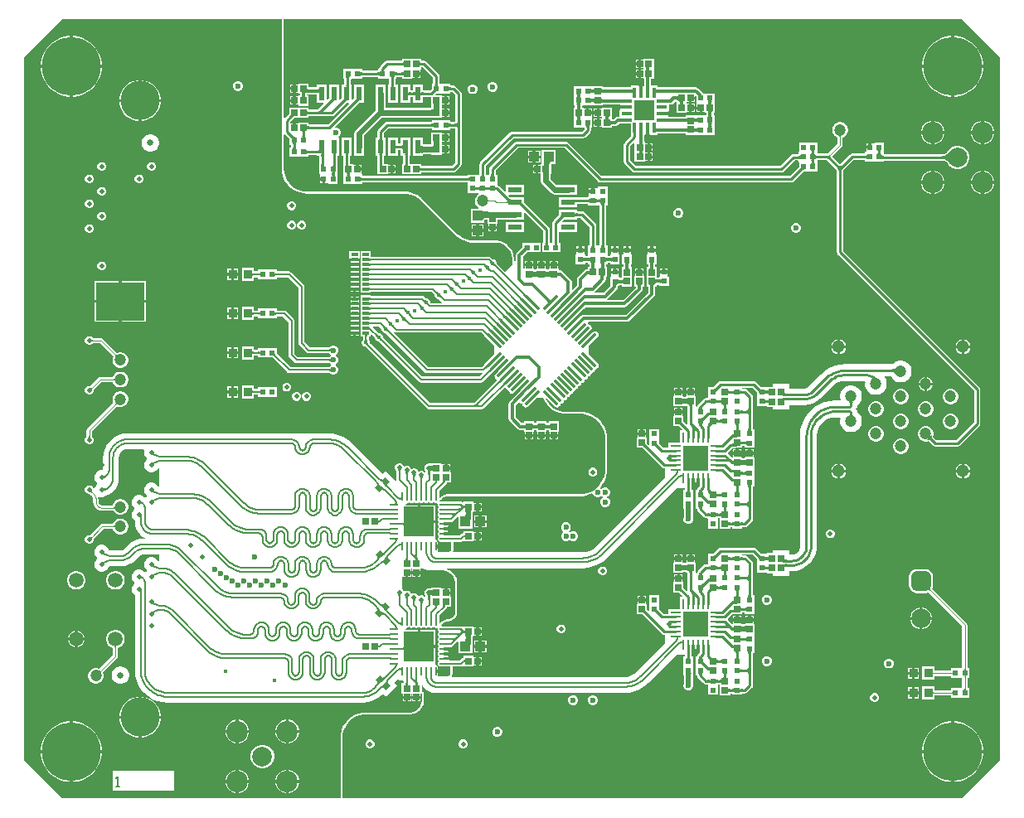
<source format=gtl>
G04*
G04 #@! TF.GenerationSoftware,Altium Limited,Altium Designer,23.11.1 (41)*
G04*
G04 Layer_Physical_Order=1*
G04 Layer_Color=255*
%FSLAX25Y25*%
%MOIN*%
G70*
G04*
G04 #@! TF.SameCoordinates,29EA51B2-5BA9-446F-9376-B5E75E75F833*
G04*
G04*
G04 #@! TF.FilePolarity,Positive*
G04*
G01*
G75*
%ADD11C,0.00984*%
%ADD13C,0.02362*%
%ADD14C,0.01968*%
%ADD15C,0.00787*%
%ADD25R,0.10039X0.10039*%
%ADD45R,0.02165X0.02362*%
%ADD46R,0.03347X0.03740*%
%ADD47C,0.04724*%
%ADD48R,0.02520X0.02520*%
%ADD49R,0.04331X0.00984*%
%ADD50R,0.00984X0.04331*%
%ADD51R,0.02362X0.02165*%
%ADD52R,0.02520X0.02520*%
%ADD53R,0.01181X0.04331*%
%ADD54R,0.04331X0.01181*%
%ADD55R,0.08268X0.08268*%
G04:AMPARAMS|DCode=56|XSize=11.81mil|YSize=82.68mil|CornerRadius=0mil|HoleSize=0mil|Usage=FLASHONLY|Rotation=45.000|XOffset=0mil|YOffset=0mil|HoleType=Round|Shape=Round|*
%AMOVALD56*
21,1,0.07087,0.01181,0.00000,0.00000,135.0*
1,1,0.01181,0.02506,-0.02506*
1,1,0.01181,-0.02506,0.02506*
%
%ADD56OVALD56*%

G04:AMPARAMS|DCode=57|XSize=11.81mil|YSize=82.68mil|CornerRadius=0mil|HoleSize=0mil|Usage=FLASHONLY|Rotation=315.000|XOffset=0mil|YOffset=0mil|HoleType=Round|Shape=Round|*
%AMOVALD57*
21,1,0.07087,0.01181,0.00000,0.00000,45.0*
1,1,0.01181,-0.02506,-0.02506*
1,1,0.01181,0.02506,0.02506*
%
%ADD57OVALD57*%

%ADD58R,0.02559X0.01181*%
%ADD59R,0.04134X0.03937*%
%ADD60R,0.03937X0.04134*%
%ADD61R,0.05709X0.02362*%
%ADD62R,0.02362X0.05709*%
%ADD63R,0.19685X0.15748*%
%ADD64R,0.12205X0.12205*%
%ADD65O,0.03543X0.00787*%
%ADD66O,0.00787X0.03543*%
%ADD67C,0.05906*%
G04:AMPARAMS|DCode=68|XSize=23.62mil|YSize=21.65mil|CornerRadius=0mil|HoleSize=0mil|Usage=FLASHONLY|Rotation=225.000|XOffset=0mil|YOffset=0mil|HoleType=Round|Shape=Rectangle|*
%AMROTATEDRECTD68*
4,1,4,0.00070,0.01601,0.01601,0.00070,-0.00070,-0.01601,-0.01601,-0.00070,0.00070,0.01601,0.0*
%
%ADD68ROTATEDRECTD68*%

G04:AMPARAMS|DCode=69|XSize=23.62mil|YSize=21.65mil|CornerRadius=0mil|HoleSize=0mil|Usage=FLASHONLY|Rotation=135.000|XOffset=0mil|YOffset=0mil|HoleType=Round|Shape=Rectangle|*
%AMROTATEDRECTD69*
4,1,4,0.01601,-0.00070,0.00070,-0.01601,-0.01601,0.00070,-0.00070,0.01601,0.01601,-0.00070,0.0*
%
%ADD69ROTATEDRECTD69*%

%ADD72C,0.04724*%
%ADD73C,0.05118*%
%ADD74C,0.02500*%
%ADD75C,0.08661*%
%ADD76C,0.07874*%
G04:AMPARAMS|DCode=77|XSize=78.74mil|YSize=78.74mil|CornerRadius=19.68mil|HoleSize=0mil|Usage=FLASHONLY|Rotation=90.000|XOffset=0mil|YOffset=0mil|HoleType=Round|Shape=RoundedRectangle|*
%AMROUNDEDRECTD77*
21,1,0.07874,0.03937,0,0,90.0*
21,1,0.03937,0.07874,0,0,90.0*
1,1,0.03937,0.01968,0.01968*
1,1,0.03937,0.01968,-0.01968*
1,1,0.03937,-0.01968,-0.01968*
1,1,0.03937,-0.01968,0.01968*
%
%ADD77ROUNDEDRECTD77*%
%ADD78C,0.02362*%
%ADD79C,0.00492*%
%ADD80C,0.01181*%
%ADD81C,0.01968*%
%ADD82C,0.23622*%
%ADD83C,0.15748*%
%ADD84C,0.01772*%
%ADD85C,0.03150*%
G36*
X159565Y139670D02*
X159594Y139587D01*
X159643Y139513D01*
X159712Y139449D01*
X159801Y139395D01*
X159909Y139350D01*
X160037Y139316D01*
X160185Y139291D01*
X160352Y139277D01*
X160539Y139272D01*
Y138287D01*
X160352Y138283D01*
X160185Y138268D01*
X160037Y138243D01*
X159909Y138209D01*
X159801Y138164D01*
X159712Y138110D01*
X159643Y138046D01*
X159594Y137972D01*
X159565Y137889D01*
X159555Y137795D01*
Y139764D01*
X159565Y139670D01*
D02*
G37*
G36*
X153449Y137795D02*
X153439Y137889D01*
X153409Y137972D01*
X153359Y138046D01*
X153290Y138110D01*
X153200Y138164D01*
X153091Y138209D01*
X152961Y138243D01*
X152812Y138268D01*
X152642Y138283D01*
X152453Y138287D01*
Y139272D01*
X152642Y139277D01*
X152812Y139291D01*
X152961Y139316D01*
X153091Y139350D01*
X153200Y139395D01*
X153290Y139449D01*
X153359Y139513D01*
X153409Y139587D01*
X153439Y139670D01*
X153449Y139764D01*
Y137795D01*
D02*
G37*
G36*
X252011Y137816D02*
X251985Y137804D01*
X251960Y137782D01*
X251939Y137749D01*
X251921Y137704D01*
X251905Y137649D01*
X251893Y137582D01*
X251887Y137540D01*
X252461Y137544D01*
X252348Y137531D01*
X252248Y137495D01*
X252160Y137435D01*
X252083Y137351D01*
X252018Y137244D01*
X251965Y137112D01*
X251923Y136958D01*
X251899Y136811D01*
X251923Y136665D01*
X251965Y136510D01*
X252018Y136379D01*
X252083Y136271D01*
X252160Y136187D01*
X252248Y136127D01*
X252348Y136091D01*
X252461Y136078D01*
X250563Y136090D01*
X250587Y136102D01*
X250608Y136138D01*
X250627Y136197D01*
X250644Y136279D01*
X250658Y136386D01*
X250678Y136669D01*
X250678Y136707D01*
X250627Y137425D01*
X250608Y137484D01*
X250587Y137520D01*
X250563Y137532D01*
X250716Y137533D01*
X250867Y138500D01*
X252011Y137816D01*
D02*
G37*
G36*
X145294Y136748D02*
X145306Y136591D01*
X145327Y136452D01*
X145357Y136332D01*
X145395Y136231D01*
X145441Y136147D01*
X145495Y136083D01*
X145558Y136037D01*
X145630Y136009D01*
X145709Y136000D01*
X143886D01*
X143965Y136009D01*
X144037Y136037D01*
X144100Y136083D01*
X144154Y136147D01*
X144200Y136231D01*
X144238Y136332D01*
X144267Y136452D01*
X144289Y136591D01*
X144301Y136748D01*
X144305Y136923D01*
X145290D01*
X145294Y136748D01*
D02*
G37*
G36*
X153449Y133858D02*
X153439Y133952D01*
X153409Y134035D01*
X153359Y134109D01*
X153290Y134173D01*
X153200Y134227D01*
X153091Y134272D01*
X152961Y134306D01*
X152812Y134331D01*
X152642Y134345D01*
X152453Y134350D01*
Y135335D01*
X152642Y135340D01*
X152812Y135354D01*
X152961Y135379D01*
X153091Y135413D01*
X153200Y135458D01*
X153290Y135512D01*
X153359Y135576D01*
X153409Y135650D01*
X153439Y135733D01*
X153449Y135827D01*
Y133858D01*
D02*
G37*
G36*
X149604Y135733D02*
X149634Y135650D01*
X149683Y135576D01*
X149752Y135512D01*
X149840Y135458D01*
X149949Y135413D01*
X150077Y135379D01*
X150224Y135354D01*
X150391Y135340D01*
X150578Y135335D01*
Y134350D01*
X150391Y134345D01*
X150224Y134331D01*
X150077Y134306D01*
X149949Y134272D01*
X149840Y134227D01*
X149752Y134173D01*
X149683Y134109D01*
X149634Y134035D01*
X149604Y133952D01*
X149594Y133858D01*
Y135827D01*
X149604Y135733D01*
D02*
G37*
G36*
X143725Y133858D02*
X143715Y133952D01*
X143685Y134035D01*
X143635Y134109D01*
X143565Y134173D01*
X143476Y134227D01*
X143366Y134272D01*
X143237Y134306D01*
X143087Y134331D01*
X142918Y134345D01*
X142728Y134350D01*
Y135335D01*
X142918Y135340D01*
X143087Y135354D01*
X143237Y135379D01*
X143366Y135413D01*
X143476Y135458D01*
X143565Y135512D01*
X143635Y135576D01*
X143685Y135650D01*
X143715Y135733D01*
X143725Y135827D01*
Y133858D01*
D02*
G37*
G36*
X135825Y135733D02*
X135854Y135650D01*
X135903Y135576D01*
X135972Y135512D01*
X136061Y135458D01*
X136169Y135413D01*
X136297Y135379D01*
X136445Y135354D01*
X136612Y135340D01*
X136799Y135335D01*
Y134350D01*
X136612Y134345D01*
X136445Y134331D01*
X136297Y134306D01*
X136169Y134272D01*
X136061Y134227D01*
X135972Y134173D01*
X135903Y134109D01*
X135854Y134035D01*
X135825Y133952D01*
X135815Y133858D01*
Y135827D01*
X135825Y135733D01*
D02*
G37*
G36*
X149594Y133673D02*
X149537Y133664D01*
X149485Y133634D01*
X149440Y133585D01*
X149400Y133516D01*
X149367Y133427D01*
X149340Y133319D01*
X149319Y133191D01*
X149303Y133044D01*
X149291Y132689D01*
X148307D01*
X148302Y132878D01*
X148287Y133047D01*
X148263Y133196D01*
X148228Y133325D01*
X148184Y133435D01*
X148130Y133524D01*
X148066Y133594D01*
X147992Y133644D01*
X147908Y133675D01*
X147815Y133685D01*
X149594Y133673D01*
D02*
G37*
G36*
X131619Y133675D02*
X131535Y133644D01*
X131462Y133594D01*
X131398Y133524D01*
X131343Y133435D01*
X131299Y133325D01*
X131265Y133196D01*
X131240Y133047D01*
X131225Y132878D01*
X131220Y132689D01*
X130236D01*
X130233Y132876D01*
X130209Y133191D01*
X130188Y133319D01*
X130160Y133427D01*
X130127Y133516D01*
X130088Y133585D01*
X130042Y133634D01*
X129991Y133664D01*
X129933Y133673D01*
X131713Y133685D01*
X131619Y133675D01*
D02*
G37*
G36*
X252348Y133594D02*
X252248Y133558D01*
X252160Y133498D01*
X252083Y133414D01*
X252018Y133307D01*
X251965Y133175D01*
X251923Y133020D01*
X251894Y132842D01*
X251876Y132640D01*
X251870Y132414D01*
X250689D01*
X250688Y132638D01*
X250627Y133488D01*
X250608Y133547D01*
X250587Y133583D01*
X250563Y133595D01*
X252461Y133607D01*
X252348Y133594D01*
D02*
G37*
G36*
X166934Y130901D02*
X166949Y130732D01*
X166973Y130582D01*
X167008Y130453D01*
X167052Y130343D01*
X167106Y130254D01*
X167170Y130184D01*
X167244Y130134D01*
X167328Y130104D01*
X167421Y130094D01*
X165453D01*
X165546Y130104D01*
X165630Y130134D01*
X165704Y130184D01*
X165768Y130254D01*
X165822Y130343D01*
X165866Y130453D01*
X165901Y130582D01*
X165925Y130732D01*
X165940Y130901D01*
X165945Y131090D01*
X166929D01*
X166934Y130901D01*
D02*
G37*
G36*
X131225Y130510D02*
X131257Y130195D01*
X131285Y130067D01*
X131321Y129958D01*
X131365Y129870D01*
X131417Y129801D01*
X131477Y129752D01*
X131546Y129722D01*
X131622Y129712D01*
X129744D01*
X129838Y129722D01*
X129921Y129752D01*
X129995Y129801D01*
X130059Y129870D01*
X130113Y129958D01*
X130157Y130067D01*
X130192Y130195D01*
X130217Y130342D01*
X130231Y130510D01*
X130236Y130697D01*
X131220D01*
X131225Y130510D01*
D02*
G37*
G36*
X149296Y130508D02*
X149311Y130339D01*
X149336Y130190D01*
X149370Y130061D01*
X149414Y129951D01*
X149469Y129861D01*
X149532Y129791D01*
X149606Y129741D01*
X149690Y129711D01*
X149784Y129700D01*
X147906Y129712D01*
X147982Y129722D01*
X148050Y129752D01*
X148110Y129801D01*
X148163Y129870D01*
X148207Y129958D01*
X148243Y130067D01*
X148271Y130195D01*
X148291Y130342D01*
X148303Y130510D01*
X148307Y130697D01*
X149291D01*
X149296Y130508D01*
D02*
G37*
G36*
X171258Y129828D02*
X171287Y129744D01*
X171336Y129670D01*
X171405Y129606D01*
X171494Y129552D01*
X171602Y129508D01*
X171730Y129473D01*
X171878Y129449D01*
X172045Y129434D01*
X172232Y129429D01*
Y128445D01*
X172045Y128440D01*
X171878Y128425D01*
X171730Y128401D01*
X171602Y128366D01*
X171494Y128322D01*
X171405Y128268D01*
X171336Y128204D01*
X171287Y128130D01*
X171258Y128046D01*
X171248Y127953D01*
Y129921D01*
X171258Y129828D01*
D02*
G37*
G36*
X166758Y127780D02*
X166683Y127834D01*
X166593Y127861D01*
X166489Y127860D01*
X166371Y127831D01*
X166239Y127774D01*
X166093Y127689D01*
X165933Y127577D01*
X165758Y127436D01*
X165366Y127072D01*
X164670Y127768D01*
X164866Y127971D01*
X165175Y128334D01*
X165288Y128495D01*
X165372Y128641D01*
X165429Y128773D01*
X165458Y128891D01*
X165460Y128995D01*
X165433Y129084D01*
X165378Y129160D01*
X166758Y127780D01*
D02*
G37*
G36*
X114280Y129022D02*
X114317Y128921D01*
X114377Y128833D01*
X114461Y128756D01*
X114568Y128691D01*
X114699Y128638D01*
X114854Y128596D01*
X115032Y128567D01*
X115235Y128549D01*
X115460Y128543D01*
Y127362D01*
X114279Y127689D01*
X114267Y129134D01*
X114280Y129022D01*
D02*
G37*
G36*
X254417Y129022D02*
X254453Y128921D01*
X254513Y128833D01*
X254596Y128756D01*
X254703Y128691D01*
X254835Y128638D01*
X254990Y128596D01*
X255169Y128567D01*
X255371Y128549D01*
X255598Y128543D01*
Y127362D01*
X255371Y127356D01*
X255169Y127339D01*
X254990Y127309D01*
X254835Y127268D01*
X254703Y127215D01*
X254596Y127150D01*
X254513Y127073D01*
X254453Y126984D01*
X254417Y126884D01*
X254405Y126772D01*
Y129134D01*
X254417Y129022D01*
D02*
G37*
G36*
X245595Y126772D02*
X245583Y126884D01*
X245547Y126984D01*
X245487Y127073D01*
X245404Y127150D01*
X245297Y127215D01*
X245165Y127268D01*
X245010Y127309D01*
X244831Y127339D01*
X244629Y127356D01*
X244402Y127362D01*
Y128543D01*
X244629Y128549D01*
X244831Y128567D01*
X245010Y128596D01*
X245165Y128638D01*
X245297Y128691D01*
X245404Y128756D01*
X245487Y128833D01*
X245547Y128921D01*
X245583Y129022D01*
X245595Y129134D01*
Y126772D01*
D02*
G37*
G36*
X232559Y128948D02*
X232594Y128863D01*
X232653Y128788D01*
X232736Y128723D01*
X232842Y128668D01*
X232972Y128623D01*
X233126Y128588D01*
X233303Y128563D01*
X233504Y128548D01*
X233728Y128543D01*
Y127362D01*
X233502Y127356D01*
X233300Y127339D01*
X233121Y127309D01*
X232966Y127268D01*
X232835Y127215D01*
X232727Y127150D01*
X232644Y127073D01*
X232584Y126984D01*
X232547Y126884D01*
X232535Y126772D01*
X232547Y129043D01*
X232559Y128948D01*
D02*
G37*
G36*
X228346Y129012D02*
X228382Y128914D01*
X228441Y128827D01*
X228523Y128752D01*
X228630Y128688D01*
X228760Y128636D01*
X228913Y128595D01*
X229090Y128567D01*
X229187Y128558D01*
X229473Y128588D01*
X229626Y128623D01*
X229756Y128668D01*
X229862Y128723D01*
X229945Y128788D01*
X230004Y128863D01*
X230040Y128948D01*
X230051Y129043D01*
X230063Y126772D01*
X230051Y126884D01*
X230015Y126984D01*
X229955Y127073D01*
X229871Y127150D01*
X229764Y127215D01*
X229632Y127268D01*
X229477Y127309D01*
X229299Y127339D01*
X229192Y127348D01*
X229090Y127339D01*
X228913Y127310D01*
X228760Y127270D01*
X228630Y127218D01*
X228523Y127154D01*
X228441Y127079D01*
X228382Y126992D01*
X228346Y126894D01*
X228334Y126784D01*
Y129122D01*
X228346Y129012D01*
D02*
G37*
G36*
X119296Y126772D02*
X119284Y126884D01*
X119248Y126984D01*
X119188Y127073D01*
X119105Y127150D01*
X118997Y127215D01*
X118866Y127268D01*
X118711Y127309D01*
X118532Y127339D01*
X118329Y127356D01*
X118103Y127362D01*
Y128543D01*
X118329Y128549D01*
X118532Y128567D01*
X118711Y128596D01*
X118866Y128638D01*
X118997Y128691D01*
X119105Y128756D01*
X119188Y128833D01*
X119248Y128921D01*
X119284Y129022D01*
X119296Y129134D01*
Y126772D01*
D02*
G37*
G36*
X114100Y127689D02*
X114000Y127653D01*
X113911Y127594D01*
X113835Y127510D01*
X113770Y127403D01*
X113716Y127272D01*
X113675Y127117D01*
X113646Y126938D01*
X113628Y126735D01*
X113622Y126508D01*
X112441D01*
X112435Y126735D01*
X112417Y126938D01*
X112388Y127117D01*
X112346Y127272D01*
X112293Y127403D01*
X112228Y127510D01*
X112152Y127594D01*
X112063Y127653D01*
X111963Y127689D01*
X111850Y127701D01*
X114213D01*
X114100Y127689D01*
D02*
G37*
G36*
X160242Y127761D02*
X160272Y127677D01*
X160322Y127603D01*
X160391Y127539D01*
X160481Y127485D01*
X160591Y127441D01*
X160720Y127407D01*
X160870Y127382D01*
X161039Y127367D01*
X161228Y127362D01*
Y126378D01*
X161039Y126373D01*
X160870Y126358D01*
X160720Y126334D01*
X160591Y126299D01*
X160481Y126255D01*
X160391Y126201D01*
X160322Y126137D01*
X160272Y126063D01*
X160242Y125979D01*
X160232Y125886D01*
Y127854D01*
X160242Y127761D01*
D02*
G37*
G36*
X157918Y125886D02*
X157908Y125979D01*
X157878Y126063D01*
X157828Y126137D01*
X157758Y126201D01*
X157669Y126255D01*
X157559Y126299D01*
X157430Y126334D01*
X157280Y126358D01*
X157111Y126373D01*
X156922Y126378D01*
Y127362D01*
X157111Y127367D01*
X157280Y127382D01*
X157430Y127407D01*
X157559Y127441D01*
X157669Y127485D01*
X157758Y127539D01*
X157828Y127603D01*
X157878Y127677D01*
X157908Y127761D01*
X157918Y127854D01*
Y125886D01*
D02*
G37*
G36*
X155242Y127761D02*
X155272Y127677D01*
X155322Y127603D01*
X155391Y127539D01*
X155481Y127485D01*
X155591Y127441D01*
X155720Y127407D01*
X155869Y127382D01*
X156039Y127367D01*
X156228Y127362D01*
Y126378D01*
X156039Y126373D01*
X155869Y126358D01*
X155720Y126334D01*
X155591Y126299D01*
X155481Y126255D01*
X155391Y126201D01*
X155322Y126137D01*
X155272Y126063D01*
X155242Y125979D01*
X155232Y125886D01*
Y127854D01*
X155242Y127761D01*
D02*
G37*
G36*
X224503Y126772D02*
X224422Y126736D01*
X224349Y126677D01*
X224287Y126595D01*
X224234Y126488D01*
X224191Y126358D01*
X224157Y126205D01*
X224133Y126028D01*
X224132Y126011D01*
X224157Y125764D01*
X224191Y125610D01*
X224234Y125480D01*
X224287Y125374D01*
X224349Y125291D01*
X224422Y125232D01*
X224503Y125197D01*
X224594Y125185D01*
X222453D01*
X222544Y125197D01*
X222626Y125232D01*
X222698Y125291D01*
X222760Y125374D01*
X222813Y125480D01*
X222856Y125610D01*
X222890Y125764D01*
X222914Y125941D01*
X222915Y125957D01*
X222890Y126205D01*
X222856Y126358D01*
X222813Y126488D01*
X222760Y126595D01*
X222698Y126677D01*
X222626Y126736D01*
X222544Y126772D01*
X222453Y126784D01*
X224594D01*
X224503Y126772D01*
D02*
G37*
G36*
X113628Y126218D02*
X113646Y126015D01*
X113675Y125836D01*
X113716Y125681D01*
X113770Y125550D01*
X113835Y125443D01*
X113911Y125359D01*
X114000Y125299D01*
X114100Y125264D01*
X114213Y125252D01*
X113669D01*
X113681Y125197D01*
X113707Y125112D01*
X113738Y125036D01*
X113773Y124969D01*
X113813Y124910D01*
X113858Y124859D01*
X112205D01*
X112250Y124910D01*
X112290Y124969D01*
X112325Y125036D01*
X112356Y125112D01*
X112382Y125197D01*
X112394Y125252D01*
X111850D01*
X111963Y125264D01*
X112063Y125299D01*
X112152Y125359D01*
X112228Y125443D01*
X112293Y125550D01*
X112346Y125681D01*
X112388Y125836D01*
X112417Y126015D01*
X112435Y126218D01*
X112441Y126445D01*
X113622D01*
X113628Y126218D01*
D02*
G37*
G36*
X230051Y122925D02*
X230040Y123020D01*
X230004Y123105D01*
X229945Y123180D01*
X229862Y123245D01*
X229756Y123300D01*
X229626Y123345D01*
X229473Y123380D01*
X229295Y123405D01*
X229205Y123412D01*
X229090Y123402D01*
X228913Y123373D01*
X228760Y123333D01*
X228630Y123281D01*
X228523Y123217D01*
X228441Y123142D01*
X228382Y123055D01*
X228346Y122957D01*
X228334Y122847D01*
Y125185D01*
X228346Y125075D01*
X228382Y124977D01*
X228441Y124890D01*
X228523Y124815D01*
X228630Y124751D01*
X228760Y124699D01*
X228913Y124658D01*
X229090Y124629D01*
X229192Y124621D01*
X229299Y124630D01*
X229477Y124659D01*
X229632Y124701D01*
X229764Y124754D01*
X229871Y124819D01*
X229955Y124896D01*
X230015Y124984D01*
X230051Y125085D01*
X230063Y125197D01*
X230051Y122925D01*
D02*
G37*
G36*
X135676Y124040D02*
X135600Y124094D01*
X135511Y124121D01*
X135407Y124120D01*
X135289Y124091D01*
X135157Y124034D01*
X135010Y123949D01*
X134850Y123837D01*
X134675Y123696D01*
X134284Y123332D01*
X133588Y124028D01*
X133784Y124231D01*
X134092Y124594D01*
X134205Y124754D01*
X134290Y124901D01*
X134346Y125033D01*
X134376Y125151D01*
X134377Y125255D01*
X134350Y125344D01*
X134296Y125420D01*
X135676Y124040D01*
D02*
G37*
G36*
X130676D02*
X130600Y124094D01*
X130510Y124121D01*
X130407Y124120D01*
X130289Y124091D01*
X130157Y124034D01*
X130010Y123949D01*
X129850Y123837D01*
X129675Y123696D01*
X129284Y123332D01*
X128588Y124028D01*
X128784Y124231D01*
X129092Y124594D01*
X129205Y124754D01*
X129290Y124901D01*
X129347Y125033D01*
X129376Y125151D01*
X129377Y125255D01*
X129350Y125344D01*
X129296Y125420D01*
X130676Y124040D01*
D02*
G37*
G36*
X125676D02*
X125600Y124094D01*
X125511Y124121D01*
X125407Y124120D01*
X125289Y124091D01*
X125157Y124034D01*
X125010Y123949D01*
X124850Y123837D01*
X124675Y123696D01*
X124284Y123332D01*
X123588Y124028D01*
X123784Y124231D01*
X124092Y124594D01*
X124205Y124754D01*
X124290Y124901D01*
X124346Y125033D01*
X124376Y125151D01*
X124377Y125255D01*
X124350Y125344D01*
X124296Y125420D01*
X125676Y124040D01*
D02*
G37*
G36*
X263685Y123819D02*
X263673Y123931D01*
X263638Y124031D01*
X263578Y124120D01*
X263494Y124197D01*
X263387Y124262D01*
X263256Y124315D01*
X263101Y124356D01*
X262922Y124386D01*
X262719Y124404D01*
X262492Y124409D01*
Y125591D01*
X262719Y125596D01*
X262922Y125614D01*
X263101Y125644D01*
X263256Y125685D01*
X263387Y125738D01*
X263494Y125803D01*
X263578Y125880D01*
X263638Y125969D01*
X263673Y126069D01*
X263685Y126181D01*
Y123819D01*
D02*
G37*
G36*
X232548Y124986D02*
X232584Y124886D01*
X232644Y124797D01*
X232728Y124721D01*
X232835Y124655D01*
X232966Y124602D01*
X233121Y124561D01*
X233300Y124531D01*
X233502Y124514D01*
X233728Y124508D01*
Y123327D01*
X233504Y123323D01*
X233126Y123291D01*
X232972Y123263D01*
X232842Y123226D01*
X232736Y123182D01*
X232653Y123130D01*
X232594Y123070D01*
X232559Y123002D01*
X232547Y122925D01*
X232535Y125098D01*
X232548Y124986D01*
D02*
G37*
G36*
X277456Y123819D02*
X277374Y123784D01*
X277302Y123725D01*
X277240Y123642D01*
X277187Y123536D01*
X277144Y123406D01*
X277110Y123252D01*
X277088Y123090D01*
X277091Y123062D01*
X277120Y122883D01*
X277161Y122728D01*
X277215Y122597D01*
X277279Y122490D01*
X277356Y122406D01*
X277445Y122347D01*
X277545Y122311D01*
X277658Y122299D01*
X275295D01*
X275408Y122311D01*
X275508Y122347D01*
X275596Y122406D01*
X275673Y122490D01*
X275738Y122597D01*
X275791Y122728D01*
X275833Y122883D01*
X275862Y123061D01*
X275843Y123252D01*
X275809Y123406D01*
X275766Y123536D01*
X275713Y123642D01*
X275651Y123725D01*
X275578Y123784D01*
X275497Y123819D01*
X275406Y123831D01*
X277547D01*
X277456Y123819D01*
D02*
G37*
G36*
X240348Y122349D02*
Y121954D01*
X240440Y121950D01*
X240551Y121949D01*
D01*
X242913D01*
Y120768D01*
X240551D01*
X240440Y120767D01*
X240348Y120760D01*
Y120368D01*
X240033Y120177D01*
X239961D01*
Y117645D01*
X239272D01*
X238734Y117538D01*
X238278Y117234D01*
X237607Y116562D01*
X237126D01*
Y121142D01*
X233032D01*
Y120754D01*
X232047D01*
Y119095D01*
Y117435D01*
X233032D01*
Y116817D01*
X232047D01*
Y115157D01*
Y113498D01*
X233032D01*
Y113110D01*
X237126D01*
Y113752D01*
X238189D01*
X238727Y113859D01*
X239182Y114164D01*
X239854Y114835D01*
X242913D01*
X243049Y114862D01*
X244783D01*
Y110039D01*
X244783Y110039D01*
X244783D01*
X244783Y110039D01*
X244662Y109696D01*
X242188Y107222D01*
X241905Y106799D01*
X241806Y106299D01*
Y99410D01*
X241905Y98910D01*
X242188Y98487D01*
X245141Y95534D01*
X245564Y95251D01*
X246063Y95152D01*
X305118D01*
X305617Y95251D01*
X306041Y95534D01*
X310512Y100005D01*
X311828D01*
X312106Y99727D01*
X312106Y99410D01*
X312205Y99057D01*
Y97416D01*
X308613Y93824D01*
X232824D01*
X219426Y107222D01*
X219003Y107504D01*
X218504Y107604D01*
X198819D01*
X198320Y107504D01*
X197896Y107222D01*
X188054Y97379D01*
X187771Y96956D01*
X187672Y96457D01*
Y94291D01*
X186344D01*
Y97885D01*
X197391Y108932D01*
X225394D01*
X225893Y109031D01*
X226316Y109314D01*
X228172Y111170D01*
X228455Y111593D01*
X228554Y112092D01*
Y113189D01*
X229134D01*
Y117126D01*
X229070D01*
X228865Y117435D01*
Y118504D01*
X227205D01*
Y119095D01*
X226614D01*
Y120754D01*
X225630D01*
Y121142D01*
X224929D01*
Y121769D01*
X225207Y122047D01*
X225394D01*
X225787Y122047D01*
X229134D01*
Y122047D01*
X229252Y122126D01*
X233347D01*
Y122512D01*
X240022D01*
X240348Y122349D01*
D02*
G37*
G36*
X265990Y123752D02*
X265890Y123716D01*
X265801Y123657D01*
X265724Y123573D01*
X265659Y123466D01*
X265606Y123335D01*
X265565Y123179D01*
X265541Y123031D01*
X265565Y122883D01*
X265606Y122728D01*
X265659Y122597D01*
X265724Y122490D01*
X265801Y122406D01*
X265890Y122347D01*
X265990Y122311D01*
X266102Y122299D01*
X265515D01*
X265536Y121983D01*
X265547Y121920D01*
X265560Y121867D01*
X265575Y121824D01*
X265592Y121790D01*
X265610Y121766D01*
X264232D01*
X264251Y121790D01*
X264268Y121824D01*
X264282Y121867D01*
X264295Y121920D01*
X264306Y121983D01*
X264322Y122137D01*
X264329Y122299D01*
X263740D01*
X263852Y122311D01*
X263953Y122347D01*
X264041Y122406D01*
X264118Y122490D01*
X264183Y122597D01*
X264236Y122728D01*
X264278Y122883D01*
X264302Y123031D01*
X264278Y123179D01*
X264236Y123335D01*
X264183Y123466D01*
X264118Y123573D01*
X264041Y123657D01*
X263953Y123716D01*
X263852Y123752D01*
X263740Y123764D01*
X266102D01*
X265990Y123752D01*
D02*
G37*
G36*
X224503Y122835D02*
X224422Y122799D01*
X224349Y122740D01*
X224287Y122658D01*
X224234Y122551D01*
X224191Y122422D01*
X224157Y122268D01*
X224133Y122091D01*
X224119Y121890D01*
X224114Y121666D01*
X222933D01*
X222928Y121890D01*
X222890Y122268D01*
X222856Y122422D01*
X222813Y122551D01*
X222760Y122658D01*
X222698Y122740D01*
X222626Y122799D01*
X222544Y122835D01*
X222453Y122847D01*
X224594D01*
X224503Y122835D01*
D02*
G37*
G36*
X224120Y121297D02*
X224138Y121094D01*
X224167Y120915D01*
X224209Y120760D01*
X224262Y120629D01*
X224327Y120521D01*
X224404Y120438D01*
X224492Y120378D01*
X224592Y120342D01*
X224705Y120330D01*
X222342D01*
X222455Y120342D01*
X222555Y120378D01*
X222644Y120438D01*
X222721Y120521D01*
X222785Y120629D01*
X222839Y120760D01*
X222880Y120915D01*
X222909Y121094D01*
X222927Y121297D01*
X222933Y121523D01*
X224114D01*
X224120Y121297D01*
D02*
G37*
G36*
X270839Y125796D02*
Y125492D01*
X270866Y125356D01*
Y123031D01*
X270930D01*
X271135Y122723D01*
Y121653D01*
X272795D01*
Y121063D01*
X273386D01*
Y119403D01*
X274370D01*
Y119016D01*
X275071D01*
Y118389D01*
X274793Y118110D01*
X274606D01*
Y118110D01*
X274606D01*
Y118110D01*
X270866D01*
Y118110D01*
X270748Y118032D01*
X266653D01*
Y117645D01*
X259978D01*
X259652Y117809D01*
Y118204D01*
X259560Y118208D01*
X259449Y118209D01*
D01*
X257087D01*
Y119390D01*
X259449D01*
X259560Y119391D01*
X259652Y119397D01*
Y119790D01*
X259967Y119980D01*
X260039D01*
Y122512D01*
X260728D01*
X261266Y122619D01*
X261722Y122924D01*
X262393Y123595D01*
X262874D01*
Y119016D01*
X266968D01*
Y119403D01*
X267953D01*
Y121063D01*
Y122723D01*
X266968D01*
Y123340D01*
X267953D01*
Y125000D01*
X268543D01*
Y125591D01*
X270203D01*
Y125918D01*
X270567Y126068D01*
X270839Y125796D01*
D02*
G37*
G36*
X277545Y119815D02*
X277445Y119779D01*
X277356Y119720D01*
X277279Y119636D01*
X277215Y119529D01*
X277161Y119398D01*
X277120Y119243D01*
X277091Y119064D01*
X277073Y118861D01*
X277067Y118634D01*
X275886D01*
X275880Y118861D01*
X275862Y119064D01*
X275833Y119243D01*
X275791Y119398D01*
X275738Y119529D01*
X275673Y119636D01*
X275596Y119720D01*
X275508Y119779D01*
X275408Y119815D01*
X275295Y119827D01*
X277658D01*
X277545Y119815D01*
D02*
G37*
G36*
X121112Y120150D02*
X121023Y120032D01*
X120968Y119928D01*
X120947Y119837D01*
X120959Y119761D01*
X121004Y119698D01*
X121083Y119649D01*
X121196Y119615D01*
X121343Y119594D01*
X121523Y119587D01*
X119350Y118602D01*
X118162Y119587D01*
X118356Y119594D01*
X118544Y119615D01*
X118727Y119649D01*
X118904Y119698D01*
X119074Y119761D01*
X119240Y119837D01*
X119399Y119928D01*
X119553Y120032D01*
X119701Y120150D01*
X119843Y120283D01*
X121235D01*
X121112Y120150D01*
D02*
G37*
G36*
X114289Y119985D02*
X114319Y119902D01*
X114368Y119828D01*
X114437Y119764D01*
X114525Y119710D01*
X114634Y119665D01*
X114762Y119631D01*
X114909Y119606D01*
X115077Y119591D01*
X115264Y119587D01*
Y118602D01*
X115077Y118597D01*
X114909Y118583D01*
X114762Y118558D01*
X114634Y118524D01*
X114525Y118479D01*
X114437Y118425D01*
X114368Y118361D01*
X114319Y118287D01*
X114289Y118204D01*
X114279Y118110D01*
Y120079D01*
X114289Y119985D01*
D02*
G37*
G36*
X109554Y117859D02*
X109478Y117913D01*
X109388Y117940D01*
X109285Y117939D01*
X109167Y117910D01*
X109035Y117853D01*
X108888Y117768D01*
X108728Y117655D01*
X108553Y117515D01*
X108162Y117151D01*
X107466Y117847D01*
X107662Y118050D01*
X107970Y118413D01*
X108083Y118573D01*
X108168Y118720D01*
X108224Y118852D01*
X108254Y118970D01*
X108255Y119073D01*
X108228Y119163D01*
X108174Y119239D01*
X109554Y117859D01*
D02*
G37*
G36*
X167731Y122744D02*
X167720Y122673D01*
X167710Y122555D01*
X167696Y122051D01*
X167744Y120342D01*
X165248D01*
Y117847D01*
X165225Y117859D01*
X165154Y117871D01*
X165036Y117881D01*
X164091Y117907D01*
X162886Y117913D01*
Y120276D01*
X165248Y120342D01*
X165261Y120366D01*
X165272Y120437D01*
X165282Y120555D01*
X165296Y121059D01*
X165248Y122768D01*
X167744D01*
X167731Y122744D01*
D02*
G37*
G36*
X277072Y118268D02*
X277110Y117890D01*
X277144Y117736D01*
X277187Y117606D01*
X277240Y117500D01*
X277302Y117417D01*
X277374Y117358D01*
X277456Y117323D01*
X277547Y117311D01*
X275406D01*
X275497Y117323D01*
X275578Y117358D01*
X275651Y117417D01*
X275713Y117500D01*
X275766Y117606D01*
X275809Y117736D01*
X275843Y117890D01*
X275867Y118067D01*
X275881Y118268D01*
X275886Y118492D01*
X277067D01*
X277072Y118268D01*
D02*
G37*
G36*
X271666Y115059D02*
X271654Y115171D01*
X271618Y115272D01*
X271559Y115360D01*
X271477Y115437D01*
X271370Y115502D01*
X271240Y115555D01*
X271087Y115596D01*
X270910Y115626D01*
X270806Y115635D01*
X270701Y115626D01*
X270523Y115596D01*
X270368Y115555D01*
X270236Y115502D01*
X270129Y115437D01*
X270045Y115360D01*
X269985Y115272D01*
X269949Y115171D01*
X269937Y115059D01*
X269949Y117232D01*
X269960Y117156D01*
X269996Y117088D01*
X270055Y117027D01*
X270138Y116975D01*
X270244Y116931D01*
X270374Y116895D01*
X270527Y116867D01*
X270705Y116847D01*
X270777Y116842D01*
X271087Y116874D01*
X271240Y116908D01*
X271370Y116951D01*
X271477Y117004D01*
X271559Y117066D01*
X271618Y117138D01*
X271654Y117220D01*
X271666Y117311D01*
Y115059D01*
D02*
G37*
G36*
X235749Y118368D02*
X235732Y118334D01*
X235718Y118290D01*
X235705Y118237D01*
X235694Y118175D01*
X235678Y118020D01*
X235671Y117859D01*
X236260D01*
X236148Y117847D01*
X236047Y117811D01*
X235959Y117751D01*
X235882Y117668D01*
X235817Y117560D01*
X235764Y117429D01*
X235722Y117274D01*
X235698Y117126D01*
X235722Y116978D01*
X235764Y116823D01*
X235817Y116692D01*
X235882Y116584D01*
X235959Y116501D01*
X236047Y116441D01*
X236148Y116405D01*
X236260Y116393D01*
X233898D01*
X234010Y116405D01*
X234110Y116441D01*
X234199Y116501D01*
X234276Y116584D01*
X234341Y116692D01*
X234394Y116823D01*
X234435Y116978D01*
X234459Y117126D01*
X234435Y117274D01*
X234394Y117429D01*
X234341Y117560D01*
X234276Y117668D01*
X234199Y117751D01*
X234110Y117811D01*
X234010Y117847D01*
X233898Y117859D01*
X234485D01*
X234464Y118175D01*
X234453Y118237D01*
X234440Y118290D01*
X234425Y118334D01*
X234408Y118368D01*
X234390Y118392D01*
X235768D01*
X235749Y118368D01*
D02*
G37*
G36*
X224592Y117847D02*
X224492Y117811D01*
X224404Y117751D01*
X224327Y117668D01*
X224262Y117560D01*
X224209Y117429D01*
X224167Y117274D01*
X224138Y117096D01*
X224157Y116905D01*
X224191Y116752D01*
X224234Y116622D01*
X224287Y116516D01*
X224349Y116433D01*
X224422Y116374D01*
X224503Y116338D01*
X224594Y116327D01*
X222453D01*
X222544Y116338D01*
X222626Y116374D01*
X222698Y116433D01*
X222760Y116516D01*
X222813Y116622D01*
X222856Y116752D01*
X222890Y116905D01*
X222912Y117068D01*
X222909Y117095D01*
X222880Y117274D01*
X222839Y117429D01*
X222785Y117560D01*
X222721Y117668D01*
X222644Y117751D01*
X222555Y117811D01*
X222455Y117847D01*
X222342Y117859D01*
X224705D01*
X224592Y117847D01*
D02*
G37*
G36*
X267465Y115059D02*
X267452Y115171D01*
X267416Y115272D01*
X267356Y115360D01*
X267272Y115437D01*
X267165Y115502D01*
X267034Y115555D01*
X266879Y115596D01*
X266700Y115626D01*
X266498Y115644D01*
X266272Y115650D01*
Y116831D01*
X266496Y116835D01*
X266874Y116867D01*
X267028Y116895D01*
X267158Y116931D01*
X267264Y116975D01*
X267347Y117027D01*
X267406Y117088D01*
X267441Y117156D01*
X267453Y117232D01*
X267465Y115059D01*
D02*
G37*
G36*
X131276Y122865D02*
X122905Y114494D01*
X115079D01*
Y115236D01*
X110984D01*
Y114849D01*
X110000D01*
Y113189D01*
X108819D01*
Y114849D01*
X107750D01*
X107604Y115182D01*
Y115444D01*
X109207Y117047D01*
X115079D01*
Y117790D01*
X124350D01*
X124850Y117889D01*
X125273Y118172D01*
X130329Y123228D01*
X131125D01*
X131276Y122865D01*
D02*
G37*
G36*
X236327Y116226D02*
X236362Y116126D01*
X236422Y116037D01*
X236506Y115961D01*
X236613Y115896D01*
X236744Y115842D01*
X236899Y115801D01*
X237078Y115772D01*
X237281Y115754D01*
X237508Y115748D01*
Y114567D01*
X237281Y114561D01*
X237078Y114543D01*
X236899Y114514D01*
X236744Y114472D01*
X236613Y114419D01*
X236506Y114354D01*
X236422Y114278D01*
X236362Y114189D01*
X236327Y114089D01*
X236315Y113976D01*
Y116339D01*
X236327Y116226D01*
D02*
G37*
G36*
X277456Y114961D02*
X277374Y114925D01*
X277302Y114866D01*
X277240Y114784D01*
X277187Y114677D01*
X277144Y114547D01*
X277110Y114394D01*
X277086Y114217D01*
X277085Y114200D01*
X277110Y113953D01*
X277144Y113799D01*
X277187Y113669D01*
X277240Y113563D01*
X277302Y113480D01*
X277374Y113421D01*
X277456Y113386D01*
X277547Y113374D01*
X275406D01*
X275497Y113386D01*
X275578Y113421D01*
X275651Y113480D01*
X275713Y113563D01*
X275766Y113669D01*
X275809Y113799D01*
X275843Y113953D01*
X275867Y114130D01*
X275868Y114146D01*
X275843Y114394D01*
X275809Y114547D01*
X275766Y114677D01*
X275713Y114784D01*
X275651Y114866D01*
X275578Y114925D01*
X275497Y114961D01*
X275406Y114973D01*
X277547D01*
X277456Y114961D01*
D02*
G37*
G36*
X171246Y115064D02*
X171276Y114980D01*
X171326Y114907D01*
X171395Y114842D01*
X171485Y114788D01*
X171595Y114744D01*
X171724Y114710D01*
X171873Y114685D01*
X172043Y114670D01*
X172232Y114665D01*
Y113681D01*
X172043Y113676D01*
X171873Y113661D01*
X171724Y113637D01*
X171595Y113602D01*
X171485Y113558D01*
X171395Y113504D01*
X171326Y113440D01*
X171276Y113366D01*
X171246Y113283D01*
X171236Y113189D01*
Y115157D01*
X171246Y115064D01*
D02*
G37*
G36*
X165366Y113189D02*
X165357Y113283D01*
X165327Y113366D01*
X165278Y113440D01*
X165209Y113504D01*
X165120Y113558D01*
X165012Y113602D01*
X164884Y113637D01*
X164736Y113661D01*
X164569Y113676D01*
X164382Y113681D01*
Y114665D01*
X164569Y114670D01*
X164736Y114685D01*
X164884Y114710D01*
X165012Y114744D01*
X165120Y114788D01*
X165209Y114842D01*
X165278Y114907D01*
X165327Y114980D01*
X165357Y115064D01*
X165366Y115157D01*
Y113189D01*
D02*
G37*
G36*
X228141Y113990D02*
X228057Y113961D01*
X227983Y113911D01*
X227919Y113841D01*
X227865Y113751D01*
X227821Y113642D01*
X227786Y113512D01*
X227762Y113363D01*
X227747Y113193D01*
X227742Y113004D01*
X226758D01*
X226753Y113193D01*
X226738Y113363D01*
X226713Y113512D01*
X226679Y113642D01*
X226635Y113751D01*
X226581Y113841D01*
X226517Y113911D01*
X226443Y113961D01*
X226359Y113990D01*
X226266Y114000D01*
X228234D01*
X228141Y113990D01*
D02*
G37*
G36*
X175689Y114173D02*
X174705Y112697D01*
X174695Y112884D01*
X174665Y113051D01*
X174616Y113199D01*
X174547Y113327D01*
X174459Y113435D01*
X174350Y113524D01*
X174222Y113593D01*
X174075Y113642D01*
X173907Y113671D01*
X173721Y113681D01*
Y114665D01*
X173907Y114675D01*
X174075Y114705D01*
X174222Y114754D01*
X174350Y114823D01*
X174459Y114911D01*
X174547Y115020D01*
X174616Y115148D01*
X174665Y115295D01*
X174695Y115463D01*
X174705Y115650D01*
X175689Y114173D01*
D02*
G37*
G36*
X114277Y114080D02*
X114307Y113996D01*
X114357Y113922D01*
X114427Y113858D01*
X114516Y113804D01*
X114626Y113760D01*
X114755Y113725D01*
X114905Y113701D01*
X115074Y113686D01*
X115264Y113681D01*
Y112697D01*
X115074Y112692D01*
X114905Y112677D01*
X114755Y112653D01*
X114626Y112618D01*
X114516Y112574D01*
X114427Y112520D01*
X114357Y112456D01*
X114307Y112382D01*
X114277Y112298D01*
X114267Y112205D01*
Y114173D01*
X114277Y114080D01*
D02*
G37*
G36*
X267453Y111114D02*
X267441Y111209D01*
X267406Y111294D01*
X267347Y111369D01*
X267264Y111434D01*
X267158Y111489D01*
X267028Y111534D01*
X266874Y111569D01*
X266697Y111594D01*
X266496Y111609D01*
X266272Y111614D01*
Y112795D01*
X266498Y112801D01*
X266700Y112819D01*
X266879Y112848D01*
X267034Y112890D01*
X267165Y112943D01*
X267273Y113008D01*
X267356Y113085D01*
X267416Y113173D01*
X267452Y113274D01*
X267465Y113386D01*
X267453Y111114D01*
D02*
G37*
G36*
X269949Y113274D02*
X269985Y113173D01*
X270045Y113085D01*
X270129Y113008D01*
X270236Y112943D01*
X270368Y112890D01*
X270523Y112848D01*
X270701Y112819D01*
X270808Y112810D01*
X270910Y112818D01*
X271087Y112847D01*
X271240Y112888D01*
X271370Y112940D01*
X271477Y113004D01*
X271559Y113079D01*
X271618Y113166D01*
X271654Y113264D01*
X271666Y113374D01*
Y111036D01*
X271654Y111146D01*
X271618Y111244D01*
X271559Y111331D01*
X271477Y111406D01*
X271370Y111469D01*
X271240Y111522D01*
X271087Y111562D01*
X270910Y111591D01*
X270813Y111599D01*
X270527Y111569D01*
X270374Y111534D01*
X270244Y111489D01*
X270138Y111434D01*
X270055Y111369D01*
X269996Y111294D01*
X269960Y111209D01*
X269949Y111114D01*
X269937Y113386D01*
X269949Y113274D01*
D02*
G37*
G36*
X254417D02*
X254453Y113173D01*
X254513Y113085D01*
X254596Y113008D01*
X254703Y112943D01*
X254835Y112890D01*
X254990Y112848D01*
X255169Y112819D01*
X255371Y112801D01*
X255598Y112795D01*
Y111614D01*
X255371Y111608D01*
X255169Y111591D01*
X254990Y111561D01*
X254835Y111520D01*
X254703Y111467D01*
X254596Y111402D01*
X254513Y111325D01*
X254453Y111236D01*
X254417Y111136D01*
X254405Y111024D01*
Y113386D01*
X254417Y113274D01*
D02*
G37*
G36*
X113952Y111943D02*
X113868Y111913D01*
X113794Y111864D01*
X113730Y111794D01*
X113676Y111704D01*
X113632Y111594D01*
X113597Y111465D01*
X113573Y111316D01*
X113558Y111146D01*
X113553Y110957D01*
X112569D01*
X112564Y111146D01*
X112549Y111316D01*
X112525Y111465D01*
X112490Y111594D01*
X112446Y111704D01*
X112392Y111794D01*
X112328Y111864D01*
X112254Y111913D01*
X112170Y111943D01*
X112077Y111953D01*
X114045D01*
X113952Y111943D01*
D02*
G37*
G36*
X246724Y110829D02*
X246709Y110799D01*
X246696Y110750D01*
X246685Y110681D01*
X246675Y110593D01*
X246657Y110209D01*
X246654Y109854D01*
X245669D01*
X245668Y110041D01*
X245627Y110750D01*
X245614Y110799D01*
X245599Y110829D01*
X245583Y110839D01*
X246740D01*
X246724Y110829D01*
D02*
G37*
G36*
X113558Y110232D02*
X113573Y110062D01*
X113597Y109913D01*
X113632Y109783D01*
X113676Y109674D01*
X113730Y109584D01*
X113794Y109514D01*
X113868Y109465D01*
X113952Y109435D01*
X114045Y109425D01*
X112077D01*
X112170Y109435D01*
X112254Y109465D01*
X112328Y109514D01*
X112392Y109584D01*
X112446Y109674D01*
X112490Y109783D01*
X112525Y109913D01*
X112549Y110062D01*
X112564Y110232D01*
X112569Y110421D01*
X113553D01*
X113558Y110232D01*
D02*
G37*
G36*
X329228Y109893D02*
X329181Y109879D01*
X329139Y109855D01*
X329102Y109824D01*
X329070Y109784D01*
X329043Y109735D01*
X329021Y109677D01*
X329003Y109612D01*
X328991Y109537D01*
X328983Y109454D01*
X328981Y109363D01*
X328488Y109364D01*
X328486Y109455D01*
X328479Y109538D01*
X328467Y109613D01*
X328450Y109678D01*
X328428Y109736D01*
X328401Y109785D01*
X328369Y109825D01*
X328332Y109857D01*
X328290Y109880D01*
X328243Y109895D01*
X329228Y109893D01*
D02*
G37*
G36*
X144572Y109051D02*
X144587Y108881D01*
X144611Y108732D01*
X144646Y108602D01*
X144690Y108493D01*
X144744Y108403D01*
X144808Y108333D01*
X144882Y108284D01*
X144966Y108254D01*
X145059Y108244D01*
X143091D01*
X143184Y108254D01*
X143268Y108284D01*
X143342Y108333D01*
X143405Y108403D01*
X143460Y108493D01*
X143504Y108602D01*
X143538Y108732D01*
X143563Y108881D01*
X143578Y109051D01*
X143583Y109240D01*
X144567D01*
X144572Y109051D01*
D02*
G37*
G36*
X108483Y109937D02*
X108846Y109628D01*
X109006Y109516D01*
X109153Y109431D01*
X109285Y109374D01*
X109403Y109345D01*
X109506Y109344D01*
X109596Y109370D01*
X109672Y109425D01*
X108292Y108045D01*
X108346Y108120D01*
X108373Y108210D01*
X108372Y108314D01*
X108343Y108432D01*
X108286Y108564D01*
X108201Y108710D01*
X108088Y108871D01*
X107948Y109045D01*
X107584Y109437D01*
X108280Y110133D01*
X108483Y109937D01*
D02*
G37*
G36*
X249312Y107519D02*
X249373Y106669D01*
X249392Y106610D01*
X249413Y106575D01*
X249437Y106563D01*
X247539Y106551D01*
X247652Y106563D01*
X247752Y106600D01*
X247841Y106660D01*
X247917Y106744D01*
X247982Y106851D01*
X248035Y106982D01*
X248077Y107137D01*
X248106Y107316D01*
X248124Y107518D01*
X248130Y107744D01*
X249311D01*
X249312Y107519D01*
D02*
G37*
G36*
X110241Y107101D02*
X110158Y107071D01*
X110084Y107021D01*
X110020Y106951D01*
X109966Y106862D01*
X109921Y106752D01*
X109887Y106623D01*
X109862Y106473D01*
X109847Y106304D01*
X109843Y106114D01*
X108858D01*
X108853Y106304D01*
X108839Y106473D01*
X108814Y106623D01*
X108780Y106752D01*
X108735Y106862D01*
X108681Y106951D01*
X108617Y107021D01*
X108543Y107071D01*
X108460Y107101D01*
X108366Y107111D01*
X110335D01*
X110241Y107101D01*
D02*
G37*
G36*
X152918Y106024D02*
X152924Y106026D01*
X153009Y106070D01*
X153089Y106120D01*
X153163Y106177D01*
X153231Y106240D01*
Y104587D01*
X153163Y104650D01*
X153089Y104707D01*
X153009Y104757D01*
X152924Y104801D01*
X152918Y104803D01*
Y104429D01*
X152908Y104523D01*
X152878Y104606D01*
X152828Y104680D01*
X152758Y104744D01*
X152669Y104798D01*
X152559Y104842D01*
X152429Y104877D01*
X152280Y104902D01*
X152111Y104916D01*
X151921Y104921D01*
Y105905D01*
X152111Y105910D01*
X152280Y105925D01*
X152429Y105950D01*
X152559Y105984D01*
X152669Y106028D01*
X152758Y106083D01*
X152828Y106147D01*
X152878Y106220D01*
X152908Y106304D01*
X152918Y106398D01*
Y106024D01*
D02*
G37*
G36*
X109847Y105310D02*
X109862Y105141D01*
X109887Y104992D01*
X109921Y104862D01*
X109966Y104753D01*
X110020Y104663D01*
X110084Y104593D01*
X110158Y104543D01*
X110241Y104514D01*
X110335Y104504D01*
X108366D01*
X108460Y104514D01*
X108543Y104543D01*
X108617Y104593D01*
X108681Y104663D01*
X108735Y104753D01*
X108780Y104862D01*
X108814Y104992D01*
X108839Y105141D01*
X108853Y105310D01*
X108858Y105500D01*
X109843D01*
X109847Y105310D01*
D02*
G37*
G36*
X150242Y106304D02*
X150272Y106220D01*
X150322Y106147D01*
X150391Y106083D01*
X150481Y106028D01*
X150591Y105984D01*
X150720Y105950D01*
X150870Y105925D01*
X151039Y105910D01*
X151228Y105905D01*
Y104921D01*
X151039Y104916D01*
X150870Y104902D01*
X150720Y104877D01*
X150591Y104842D01*
X150481Y104798D01*
X150391Y104744D01*
X150322Y104680D01*
X150272Y104606D01*
X150242Y104523D01*
X150232Y104429D01*
Y106398D01*
X150242Y106304D01*
D02*
G37*
G36*
X155050Y104736D02*
X155012Y104654D01*
X154980Y104568D01*
X154951Y104478D01*
X154927Y104382D01*
X154907Y104282D01*
X154881Y104067D01*
X154874Y103953D01*
X154872Y103833D01*
X153888Y103539D01*
X153884Y103659D01*
X153872Y103772D01*
X153852Y103877D01*
X153825Y103973D01*
X153789Y104062D01*
X153746Y104143D01*
X153695Y104215D01*
X153636Y104280D01*
X153569Y104337D01*
X153494Y104385D01*
X155091Y104812D01*
X155050Y104736D01*
D02*
G37*
G36*
X119284Y102571D02*
X119274Y102625D01*
X119244Y102673D01*
X119195Y102716D01*
X119126Y102752D01*
X119038Y102784D01*
X118929Y102809D01*
X118801Y102829D01*
X118654Y102843D01*
X118299Y102854D01*
Y103839D01*
X118488Y103843D01*
X118657Y103858D01*
X118806Y103883D01*
X118935Y103917D01*
X119045Y103962D01*
X119135Y104016D01*
X119205Y104080D01*
X119255Y104154D01*
X119285Y104237D01*
X119296Y104331D01*
X119284Y102571D01*
D02*
G37*
G36*
X345281Y104148D02*
X345197Y104118D01*
X345123Y104068D01*
X345059Y103998D01*
X345005Y103909D01*
X344961Y103799D01*
X344926Y103670D01*
X344902Y103520D01*
X344887Y103351D01*
X344887Y103347D01*
X344887Y103342D01*
X344902Y103173D01*
X344926Y103023D01*
X344961Y102894D01*
X345005Y102784D01*
X345059Y102694D01*
X345123Y102625D01*
X345197Y102575D01*
X345281Y102545D01*
X345374Y102535D01*
X343406D01*
X343499Y102545D01*
X343583Y102575D01*
X343656Y102625D01*
X343721Y102694D01*
X343775Y102784D01*
X343819Y102894D01*
X343853Y103023D01*
X343878Y103173D01*
X343893Y103342D01*
X343893Y103347D01*
X343893Y103351D01*
X343878Y103520D01*
X343853Y103670D01*
X343819Y103799D01*
X343775Y103909D01*
X343721Y103998D01*
X343656Y104068D01*
X343583Y104118D01*
X343499Y104148D01*
X343406Y104158D01*
X345374D01*
X345281Y104148D01*
D02*
G37*
G36*
X318706D02*
X318622Y104118D01*
X318548Y104068D01*
X318484Y103998D01*
X318430Y103909D01*
X318386Y103799D01*
X318351Y103670D01*
X318327Y103520D01*
X318312Y103351D01*
X318312Y103345D01*
X318312Y103344D01*
X318326Y103177D01*
X318350Y103029D01*
X318384Y102901D01*
X318427Y102793D01*
X318480Y102705D01*
X318542Y102636D01*
X318614Y102586D01*
X318696Y102557D01*
X318787Y102547D01*
X316831Y102535D01*
X316924Y102546D01*
X317008Y102576D01*
X317082Y102626D01*
X317146Y102696D01*
X317200Y102786D01*
X317244Y102895D01*
X317279Y103024D01*
X317303Y103174D01*
X317318Y103343D01*
X317318Y103347D01*
X317318Y103351D01*
X317303Y103520D01*
X317279Y103670D01*
X317244Y103799D01*
X317200Y103909D01*
X317146Y103998D01*
X317082Y104068D01*
X317008Y104118D01*
X316924Y104148D01*
X316831Y104158D01*
X318799D01*
X318706Y104148D01*
D02*
G37*
G36*
X114159Y104237D02*
X114189Y104154D01*
X114239Y104080D01*
X114309Y104016D01*
X114398Y103962D01*
X114508Y103917D01*
X114637Y103883D01*
X114787Y103858D01*
X114956Y103843D01*
X115146Y103839D01*
Y102854D01*
X114956Y102849D01*
X114787Y102835D01*
X114637Y102810D01*
X114508Y102776D01*
X114398Y102731D01*
X114309Y102677D01*
X114239Y102613D01*
X114189Y102539D01*
X114159Y102456D01*
X114149Y102362D01*
Y104331D01*
X114159Y104237D01*
D02*
G37*
G36*
X249437Y104067D02*
X249413Y104055D01*
X249392Y104020D01*
X249373Y103961D01*
X249356Y103878D01*
X249342Y103772D01*
X249322Y103488D01*
X249322Y103451D01*
X249373Y102732D01*
X249392Y102673D01*
X249413Y102638D01*
X249437Y102626D01*
X249284Y102625D01*
X249133Y101657D01*
X247989Y102342D01*
X248015Y102353D01*
X248040Y102375D01*
X248061Y102409D01*
X248079Y102453D01*
X248095Y102509D01*
X248107Y102575D01*
X248113Y102617D01*
X247539Y102614D01*
X247652Y102626D01*
X247752Y102663D01*
X247841Y102723D01*
X247917Y102806D01*
X247982Y102914D01*
X248035Y103045D01*
X248077Y103200D01*
X248101Y103347D01*
X248077Y103493D01*
X248035Y103648D01*
X247982Y103779D01*
X247917Y103886D01*
X247841Y103970D01*
X247752Y104030D01*
X247652Y104067D01*
X247539Y104079D01*
X249437Y104067D01*
D02*
G37*
G36*
X155173Y102561D02*
X155110Y102532D01*
X155054Y102482D01*
X155006Y102414D01*
X154965Y102325D01*
X154931Y102217D01*
X154905Y102089D01*
X154887Y101941D01*
X154876Y101774D01*
X154872Y101587D01*
X153888D01*
X153883Y101774D01*
X153868Y101941D01*
X153843Y102089D01*
X153809Y102217D01*
X153765Y102325D01*
X153711Y102414D01*
X153647Y102482D01*
X153573Y102532D01*
X153489Y102561D01*
X153396Y102571D01*
X155244D01*
X155173Y102561D01*
D02*
G37*
G36*
X144966D02*
X144882Y102532D01*
X144808Y102482D01*
X144744Y102414D01*
X144690Y102325D01*
X144646Y102217D01*
X144611Y102089D01*
X144587Y101941D01*
X144572Y101774D01*
X144567Y101587D01*
X143583D01*
X143578Y101774D01*
X143563Y101941D01*
X143538Y102089D01*
X143504Y102217D01*
X143460Y102325D01*
X143405Y102414D01*
X143342Y102482D01*
X143268Y102532D01*
X143184Y102561D01*
X143091Y102571D01*
X145059D01*
X144966Y102561D01*
D02*
G37*
G36*
X131343Y102573D02*
X131260Y102543D01*
X131186Y102493D01*
X131122Y102424D01*
X131068Y102334D01*
X131024Y102224D01*
X130989Y102095D01*
X130965Y101945D01*
X130950Y101776D01*
X130945Y101587D01*
X129961D01*
X129956Y101776D01*
X129941Y101945D01*
X129916Y102095D01*
X129882Y102224D01*
X129838Y102334D01*
X129783Y102424D01*
X129719Y102493D01*
X129646Y102543D01*
X129562Y102573D01*
X129469Y102583D01*
X131437D01*
X131343Y102573D01*
D02*
G37*
G36*
X126344D02*
X126260Y102543D01*
X126186Y102493D01*
X126122Y102424D01*
X126068Y102334D01*
X126024Y102224D01*
X125989Y102095D01*
X125965Y101945D01*
X125950Y101776D01*
X125945Y101587D01*
X124961D01*
X124956Y101776D01*
X124941Y101945D01*
X124916Y102095D01*
X124882Y102224D01*
X124838Y102334D01*
X124784Y102424D01*
X124720Y102493D01*
X124646Y102543D01*
X124562Y102573D01*
X124469Y102583D01*
X126437D01*
X126344Y102573D01*
D02*
G37*
G36*
X121462D02*
X121378Y102543D01*
X121304Y102493D01*
X121240Y102424D01*
X121186Y102334D01*
X121142Y102224D01*
X121107Y102095D01*
X121083Y101945D01*
X121068Y101776D01*
X121063Y101587D01*
X120079D01*
X120074Y101776D01*
X120059Y101945D01*
X120034Y102095D01*
X120000Y102224D01*
X119956Y102334D01*
X119902Y102424D01*
X119838Y102493D01*
X119764Y102543D01*
X119680Y102573D01*
X119587Y102583D01*
X121555D01*
X121462Y102573D01*
D02*
G37*
G36*
X339591Y100394D02*
X339581Y100487D01*
X339551Y100571D01*
X339501Y100645D01*
X339432Y100709D01*
X339342Y100763D01*
X339232Y100807D01*
X339103Y100841D01*
X338953Y100866D01*
X338784Y100881D01*
X338595Y100886D01*
Y101870D01*
X338784Y101875D01*
X338953Y101890D01*
X339103Y101914D01*
X339232Y101949D01*
X339342Y101993D01*
X339432Y102047D01*
X339501Y102111D01*
X339551Y102185D01*
X339581Y102269D01*
X339591Y102362D01*
Y100394D01*
D02*
G37*
G36*
X318797Y102269D02*
X318827Y102185D01*
X318876Y102111D01*
X318945Y102047D01*
X319033Y101993D01*
X319142Y101949D01*
X319269Y101914D01*
X319417Y101890D01*
X319584Y101875D01*
X319771Y101870D01*
Y100886D01*
X319584Y100881D01*
X319417Y100866D01*
X319269Y100841D01*
X319142Y100807D01*
X319033Y100763D01*
X318945Y100709D01*
X318876Y100645D01*
X318827Y100571D01*
X318797Y100487D01*
X318787Y100394D01*
Y102362D01*
X318797Y102269D01*
D02*
G37*
G36*
X312918Y100326D02*
X312908Y100419D01*
X312878Y100503D01*
X312828Y100577D01*
X312758Y100641D01*
X312669Y100695D01*
X312559Y100739D01*
X312429Y100774D01*
X312280Y100798D01*
X312111Y100813D01*
X311921Y100818D01*
Y101802D01*
X312111Y101807D01*
X312280Y101822D01*
X312429Y101846D01*
X312559Y101881D01*
X312669Y101925D01*
X312758Y101979D01*
X312828Y102043D01*
X312878Y102117D01*
X312908Y102201D01*
X312918Y102294D01*
Y100326D01*
D02*
G37*
G36*
X345470Y102170D02*
X345500Y102087D01*
X345549Y102013D01*
X345618Y101949D01*
X345707Y101895D01*
X345815Y101850D01*
X345943Y101816D01*
X346090Y101791D01*
X346258Y101777D01*
X346445Y101772D01*
Y100787D01*
X346258Y100783D01*
X346090Y100768D01*
X345943Y100743D01*
X345815Y100709D01*
X345707Y100664D01*
X345618Y100610D01*
X345549Y100546D01*
X345500Y100472D01*
X345470Y100389D01*
X345460Y100295D01*
Y102264D01*
X345470Y102170D01*
D02*
G37*
G36*
X325132Y102201D02*
X325003Y102071D01*
X324750Y101782D01*
X324733Y101747D01*
X324716Y101660D01*
X324719Y101566D01*
X324744Y101465D01*
X324789Y101357D01*
X324855Y101242D01*
X324942Y101120D01*
X325050Y100992D01*
X325179Y100856D01*
X324453Y100190D01*
X324311Y100322D01*
X324163Y100440D01*
X324009Y100545D01*
X323850Y100635D01*
X323685Y100712D01*
X323514Y100775D01*
X323337Y100823D01*
X323155Y100858D01*
X322967Y100879D01*
X322773Y100886D01*
X323961Y101378D01*
X324268Y101562D01*
X323960Y101870D01*
X323995Y101877D01*
X324040Y101897D01*
X324095Y101931D01*
X324162Y101979D01*
X324326Y102115D01*
X324654Y102420D01*
X324784Y102549D01*
X325132Y102201D01*
D02*
G37*
G36*
X318787Y100209D02*
X318696Y100199D01*
X318614Y100170D01*
X318542Y100120D01*
X318480Y100051D01*
X318427Y99963D01*
X318384Y99854D01*
X318350Y99727D01*
X318326Y99579D01*
X318312Y99412D01*
X318312Y99411D01*
X318312Y99405D01*
X318327Y99236D01*
X318351Y99086D01*
X318386Y98957D01*
X318430Y98847D01*
X318484Y98757D01*
X318548Y98688D01*
X318622Y98638D01*
X318706Y98608D01*
X318799Y98598D01*
X316831D01*
X316924Y98608D01*
X317008Y98638D01*
X317082Y98688D01*
X317146Y98757D01*
X317200Y98847D01*
X317244Y98957D01*
X317279Y99086D01*
X317303Y99236D01*
X317318Y99405D01*
X317318Y99409D01*
X317318Y99413D01*
X317303Y99582D01*
X317279Y99731D01*
X317244Y99861D01*
X317200Y99970D01*
X317146Y100060D01*
X317082Y100130D01*
X317008Y100180D01*
X316924Y100210D01*
X316831Y100221D01*
X318787Y100209D01*
D02*
G37*
G36*
X373105Y98496D02*
X372686Y98932D01*
X371901Y99665D01*
X371535Y99963D01*
X371187Y100215D01*
X370855Y100421D01*
X370542Y100581D01*
X370245Y100696D01*
X369966Y100765D01*
X369705Y100787D01*
X369730Y101772D01*
X369983Y101794D01*
X370257Y101861D01*
X370554Y101973D01*
X370872Y102129D01*
X371213Y102330D01*
X371575Y102576D01*
X372365Y103202D01*
X372793Y103582D01*
X373242Y104006D01*
X373105Y98496D01*
D02*
G37*
G36*
X154877Y98500D02*
X154892Y98331D01*
X154916Y98182D01*
X154951Y98053D01*
X154995Y97943D01*
X155049Y97853D01*
X155113Y97783D01*
X155187Y97733D01*
X155271Y97703D01*
X155364Y97693D01*
X153437Y97704D01*
X153523Y97714D01*
X153599Y97744D01*
X153667Y97793D01*
X153726Y97862D01*
X153775Y97951D01*
X153816Y98059D01*
X153847Y98187D01*
X153870Y98334D01*
X153883Y98502D01*
X153888Y98689D01*
X154872D01*
X154877Y98500D01*
D02*
G37*
G36*
X144572Y98500D02*
X144587Y98331D01*
X144611Y98182D01*
X144646Y98053D01*
X144690Y97944D01*
X144744Y97854D01*
X144808Y97784D01*
X144882Y97734D01*
X144966Y97703D01*
X145059Y97693D01*
X143595Y97704D01*
X143592Y97714D01*
X143590Y97744D01*
X143584Y98187D01*
X143583Y98689D01*
X144567D01*
X144572Y98500D01*
D02*
G37*
G36*
X130950Y98500D02*
X130965Y98331D01*
X130989Y98182D01*
X131024Y98053D01*
X131068Y97943D01*
X131122Y97854D01*
X131186Y97784D01*
X131260Y97734D01*
X131343Y97703D01*
X131437Y97693D01*
X129815Y97704D01*
X129843Y97714D01*
X129867Y97744D01*
X129889Y97793D01*
X129908Y97862D01*
X129924Y97951D01*
X129937Y98059D01*
X129955Y98334D01*
X129961Y98689D01*
X130945D01*
X130950Y98500D01*
D02*
G37*
G36*
X329928Y97091D02*
X329796Y96949D01*
X329678Y96801D01*
X329573Y96647D01*
X329483Y96488D01*
X329406Y96323D01*
X329344Y96152D01*
X329295Y95975D01*
X329260Y95793D01*
X329239Y95604D01*
X329232Y95411D01*
X328248D01*
X328241Y95604D01*
X328220Y95793D01*
X328185Y95975D01*
X328137Y96152D01*
X328074Y96323D01*
X327997Y96488D01*
X327907Y96647D01*
X327803Y96801D01*
X327684Y96949D01*
X327552Y97091D01*
X328044Y97991D01*
X328183Y97865D01*
X328323Y97768D01*
X328462Y97698D01*
X328601Y97656D01*
X328740Y97642D01*
X328879Y97656D01*
X329019Y97698D01*
X329158Y97768D01*
X329297Y97865D01*
X329436Y97991D01*
X329928Y97091D01*
D02*
G37*
G36*
X125972Y97626D02*
X124469Y97614D01*
X124562Y97624D01*
X124646Y97655D01*
X124720Y97705D01*
X124784Y97775D01*
X124838Y97865D01*
X124882Y97974D01*
X124916Y98104D01*
X124941Y98253D01*
X124956Y98422D01*
X124961Y98610D01*
X125945D01*
X125972Y97626D01*
D02*
G37*
G36*
X121068Y98422D02*
X121083Y98253D01*
X121107Y98104D01*
X121142Y97974D01*
X121186Y97865D01*
X121240Y97775D01*
X121304Y97705D01*
X121378Y97655D01*
X121462Y97624D01*
X121555Y97614D01*
X120091Y97626D01*
X120079Y98610D01*
X121063D01*
X121068Y98422D01*
D02*
G37*
G36*
X392898Y141400D02*
Y-141400D01*
X377620Y-156677D01*
X128756D01*
Y-132281D01*
X128755Y-132281D01*
Y-131582D01*
X128785Y-131464D01*
X128800Y-131166D01*
X129155Y-129379D01*
X129845Y-127714D01*
X130846Y-126215D01*
X132121Y-124941D01*
X133619Y-123940D01*
X135284Y-123250D01*
X137071Y-122894D01*
X137972Y-122850D01*
X156016D01*
X156094Y-122835D01*
X156173D01*
X157161Y-122638D01*
X157234Y-122608D01*
X157312Y-122592D01*
X158243Y-122206D01*
X158309Y-122162D01*
X158382Y-122132D01*
X159220Y-121572D01*
X159276Y-121516D01*
X159342Y-121472D01*
X160055Y-120759D01*
X160099Y-120694D01*
X160155Y-120638D01*
X160715Y-119799D01*
X160745Y-119726D01*
X160789Y-119661D01*
X161175Y-118729D01*
X161190Y-118652D01*
X161221Y-118579D01*
X161417Y-117590D01*
Y-117511D01*
X161433Y-117433D01*
Y-114754D01*
X161407Y-114625D01*
X161389Y-114494D01*
X161271Y-114149D01*
X161258Y-114127D01*
X161253Y-114102D01*
X161180Y-113993D01*
X161114Y-113878D01*
X161094Y-113863D01*
X161080Y-113842D01*
X160970Y-113768D01*
X160865Y-113688D01*
X160840Y-113682D01*
X160819Y-113668D01*
X160690Y-113642D01*
X160562Y-113608D01*
X160512Y-113219D01*
Y-111146D01*
X160894Y-111050D01*
X161076Y-111391D01*
X161863Y-112350D01*
X162822Y-113137D01*
X163916Y-113722D01*
X165104Y-114082D01*
X166181Y-114188D01*
X166339Y-114219D01*
X241792D01*
X241818Y-114214D01*
X243979Y-114044D01*
X246112Y-113532D01*
X248138Y-112693D01*
X250009Y-111546D01*
X251657Y-110139D01*
X251679Y-110124D01*
X262903Y-98901D01*
X263287Y-98819D01*
Y-98819D01*
X263287Y-98819D01*
X266412D01*
Y-99606D01*
X265748D01*
Y-102953D01*
X265748Y-103346D01*
X265748Y-103740D01*
Y-107087D01*
X265910D01*
Y-110438D01*
X265748Y-110829D01*
Y-111612D01*
X266048Y-112336D01*
X266601Y-112889D01*
X267325Y-113189D01*
X268108D01*
X268832Y-112889D01*
X269385Y-112336D01*
X269685Y-111612D01*
Y-110829D01*
X269523Y-110438D01*
Y-107087D01*
X269685D01*
Y-103740D01*
X269685Y-103347D01*
X269685Y-102953D01*
Y-99606D01*
X269021D01*
Y-97250D01*
X269094D01*
Y-94685D01*
X270276D01*
Y-97250D01*
X270577D01*
Y-97250D01*
X270761D01*
Y-97250D01*
X271063D01*
Y-94685D01*
X272244D01*
Y-97250D01*
X272318D01*
Y-97885D01*
X271715Y-98487D01*
X271432Y-98910D01*
X271333Y-99409D01*
Y-99606D01*
X270669D01*
Y-102953D01*
X270669Y-103346D01*
X270669D01*
Y-103347D01*
X270669D01*
Y-107087D01*
X271249D01*
Y-107199D01*
X271348Y-107698D01*
X271631Y-108122D01*
X273812Y-110302D01*
X274235Y-110585D01*
X274734Y-110685D01*
X275312D01*
X275590Y-110963D01*
Y-111220D01*
X275591Y-111614D01*
Y-114961D01*
X279528D01*
Y-111614D01*
X279528Y-111221D01*
Y-110963D01*
X279806Y-110685D01*
X280433D01*
Y-115079D01*
X284528D01*
Y-114366D01*
X285433D01*
Y-114961D01*
X289370D01*
Y-114395D01*
X290453D01*
X290952Y-114296D01*
X291375Y-114013D01*
X293245Y-112143D01*
X293528Y-111720D01*
X293627Y-111221D01*
Y-105217D01*
Y-98228D01*
X294291D01*
Y-94882D01*
X294291Y-94488D01*
X294291D01*
Y-94488D01*
X294291D01*
Y-90748D01*
X294291Y-90748D01*
X294370Y-90472D01*
X294370Y-90472D01*
X294370Y-90385D01*
Y-86378D01*
X293983D01*
Y-85394D01*
X292323D01*
X291075D01*
Y-86051D01*
X291055Y-86001D01*
X290996Y-85956D01*
X290898Y-85917D01*
X290760Y-85882D01*
X290663Y-85866D01*
Y-86378D01*
X290276D01*
Y-86619D01*
X289449D01*
Y-86378D01*
X289061D01*
Y-85875D01*
X288964Y-85882D01*
X288827Y-85917D01*
X288728Y-85956D01*
X288669Y-86001D01*
X288649Y-86051D01*
Y-85394D01*
X287402D01*
X285742D01*
Y-86363D01*
X285354Y-86378D01*
D01*
X284997Y-86301D01*
X283613Y-84917D01*
X283594Y-84887D01*
Y-84404D01*
X283613Y-84374D01*
X285363Y-82623D01*
X286634D01*
X286760Y-82598D01*
X289449D01*
Y-81885D01*
X290354D01*
Y-82480D01*
X294291D01*
Y-79134D01*
X294291Y-78740D01*
X294291D01*
Y-78740D01*
X294291D01*
Y-75000D01*
X293627D01*
Y-68012D01*
Y-62008D01*
X293528Y-61509D01*
X293245Y-61085D01*
X291375Y-59215D01*
X290952Y-58933D01*
X290453Y-58833D01*
X289370D01*
Y-58391D01*
X293554D01*
X295276Y-60113D01*
Y-61614D01*
X295276Y-62008D01*
X295276D01*
Y-62008D01*
X295276D01*
Y-65748D01*
X299213D01*
X299291Y-66024D01*
X301732D01*
Y-67205D01*
X308189D01*
Y-65304D01*
X309055D01*
X309190Y-65277D01*
X310677Y-65160D01*
X312259Y-64780D01*
X313761Y-64158D01*
X315148Y-63308D01*
X316385Y-62252D01*
X317442Y-61015D01*
X318292Y-59628D01*
X318914Y-58125D01*
X319294Y-56543D01*
X319411Y-55056D01*
X319438Y-54921D01*
Y-10728D01*
X319415Y-10615D01*
X319546Y-9291D01*
X319965Y-7909D01*
X320646Y-6635D01*
X321562Y-5519D01*
X322679Y-4603D01*
X323952Y-3922D01*
X325334Y-3503D01*
X326658Y-3372D01*
X326772Y-3395D01*
X328773D01*
X329013Y-3707D01*
X328819Y-4430D01*
Y-5570D01*
X329114Y-6672D01*
X329684Y-7659D01*
X330491Y-8465D01*
X331478Y-9035D01*
X332579Y-9330D01*
X333720D01*
X334821Y-9035D01*
X335809Y-8465D01*
X336615Y-7659D01*
X337185Y-6672D01*
X337480Y-5570D01*
Y-4430D01*
X337185Y-3328D01*
X336615Y-2341D01*
X335809Y-1535D01*
X335578Y-1402D01*
X335522Y-971D01*
X335174Y-133D01*
X335073Y-0D01*
X335174Y133D01*
X335522Y971D01*
X335578Y1402D01*
X335809Y1535D01*
X336615Y2341D01*
X337185Y3328D01*
X337480Y4430D01*
Y5570D01*
X337185Y6672D01*
X336615Y7659D01*
X335809Y8465D01*
X334821Y9035D01*
X333720Y9330D01*
X332579D01*
X331478Y9035D01*
X330491Y8465D01*
X329684Y7659D01*
X329114Y6672D01*
X328819Y5570D01*
Y4430D01*
X329013Y3707D01*
X328773Y3395D01*
X326772D01*
X326733Y3387D01*
X324563Y3216D01*
X322409Y2699D01*
X320362Y1851D01*
X318473Y694D01*
X316789Y-745D01*
X315350Y-2430D01*
X314192Y-4319D01*
X313344Y-6366D01*
X312827Y-8520D01*
X312656Y-10689D01*
X312649Y-10728D01*
Y-54921D01*
X312666Y-55010D01*
X312554Y-55859D01*
X312193Y-56733D01*
X311617Y-57483D01*
X310866Y-58059D01*
X309993Y-58420D01*
X309143Y-58532D01*
X309055Y-58515D01*
X308189D01*
Y-56811D01*
X301732D01*
Y-57992D01*
X299291D01*
X299213Y-58268D01*
X297121D01*
X295017Y-56164D01*
X294594Y-55881D01*
X294094Y-55782D01*
X280709D01*
X280209Y-55881D01*
X279786Y-56164D01*
X277683Y-58268D01*
X275591D01*
Y-61614D01*
X275590Y-62008D01*
X275590D01*
Y-62008D01*
X275591D01*
Y-62573D01*
X274705D01*
X274205Y-62673D01*
X273782Y-62955D01*
X271715Y-65022D01*
X271432Y-65446D01*
X271335Y-65935D01*
X271296Y-65955D01*
X271080Y-66016D01*
X270891Y-65882D01*
X270748Y-65743D01*
Y-61772D01*
X270361D01*
Y-60787D01*
X268701D01*
X267041D01*
Y-61772D01*
X266653D01*
Y-62012D01*
X265827D01*
Y-61772D01*
X265439D01*
Y-60787D01*
X263780D01*
X262120D01*
Y-61772D01*
X261732D01*
Y-65866D01*
X265827D01*
Y-65625D01*
X266653D01*
Y-65866D01*
X267396D01*
Y-72759D01*
X267433Y-72945D01*
X267070Y-73139D01*
X265827Y-71895D01*
Y-69646D01*
X265439D01*
Y-68661D01*
X263780D01*
X262120D01*
Y-69646D01*
X261732D01*
Y-73740D01*
X263982D01*
X265469Y-75227D01*
X265318Y-75590D01*
X264469D01*
Y-80413D01*
X259646D01*
Y-82357D01*
X257627D01*
X255906Y-80635D01*
X255906Y-78740D01*
X255906Y-78346D01*
Y-75000D01*
X251969D01*
Y-78346D01*
X251969Y-78740D01*
X251969Y-79134D01*
Y-81145D01*
X251605Y-81295D01*
X251063Y-80753D01*
Y-78504D01*
X250676D01*
Y-77520D01*
X249016D01*
X247356D01*
Y-78504D01*
X246969D01*
Y-82598D01*
X249218D01*
X257109Y-90489D01*
X257532Y-90772D01*
X258032Y-90872D01*
X258465D01*
Y-93996D01*
X258465Y-93996D01*
X258465D01*
X258388Y-94376D01*
X247160Y-105604D01*
X247097Y-105698D01*
X246027Y-106576D01*
X244709Y-107280D01*
X243279Y-107714D01*
X241902Y-107850D01*
X241792Y-107828D01*
X172681D01*
X172630Y-107767D01*
X172503Y-107434D01*
X172609Y-107275D01*
X172609Y-107275D01*
X172789Y-106841D01*
X172789Y-106841D01*
X172850Y-106534D01*
Y-103780D01*
X173145Y-103567D01*
X176181D01*
X176181Y-103567D01*
X176642Y-103475D01*
X176850Y-103335D01*
X177244Y-103425D01*
Y-103425D01*
X177244Y-103425D01*
X181339D01*
Y-103038D01*
X182323D01*
Y-101378D01*
Y-99718D01*
X181339D01*
Y-99331D01*
X177244D01*
Y-99789D01*
X177165Y-100174D01*
X176705Y-100265D01*
X176314Y-100526D01*
X175682Y-101158D01*
X171784D01*
X171691Y-100984D01*
X169488D01*
Y-99803D01*
X171411D01*
X171176Y-99646D01*
X170995Y-99610D01*
Y-99209D01*
X171176Y-99173D01*
X171411Y-99016D01*
X169488D01*
Y-97835D01*
X171411D01*
X171176Y-97678D01*
X170995Y-97642D01*
Y-97240D01*
X171176Y-97204D01*
X171411Y-97047D01*
X169488D01*
Y-95866D01*
X171691D01*
X171784Y-95692D01*
X172244D01*
X172244Y-95692D01*
X172705Y-95601D01*
X173096Y-95340D01*
X174902Y-93534D01*
X175295Y-93697D01*
Y-98228D01*
X181004D01*
Y-94663D01*
X181039Y-94488D01*
Y-91614D01*
X181339D01*
Y-91227D01*
X182323D01*
Y-89567D01*
Y-87907D01*
X181339D01*
Y-87520D01*
X177244D01*
X177244Y-87520D01*
Y-87520D01*
X176850Y-87609D01*
X176642Y-87470D01*
X176181Y-87378D01*
X176181Y-87378D01*
X168568D01*
X168296Y-86985D01*
X168315Y-86934D01*
X168346Y-86909D01*
X168383Y-86894D01*
X168466Y-86810D01*
X168557Y-86736D01*
X168576Y-86701D01*
X168604Y-86672D01*
X168751Y-86453D01*
X169130Y-86074D01*
X169576Y-85776D01*
X170072Y-85570D01*
X170617Y-85462D01*
X170886Y-85448D01*
X171176D01*
X171254Y-85433D01*
X171333D01*
X171941Y-85312D01*
X172014Y-85282D01*
X172092Y-85266D01*
X172665Y-85029D01*
X172731Y-84985D01*
X172804Y-84955D01*
X173320Y-84610D01*
X173376Y-84554D01*
X173442Y-84510D01*
X173880Y-84071D01*
X173924Y-84006D01*
X173980Y-83950D01*
X174325Y-83434D01*
X174355Y-83361D01*
X174399Y-83295D01*
X174636Y-82722D01*
X174652Y-82644D01*
X174682Y-82571D01*
X174803Y-81963D01*
Y-81884D01*
X174819Y-81806D01*
Y-69575D01*
X174803Y-69497D01*
Y-69418D01*
X174607Y-68429D01*
X174576Y-68356D01*
X174561Y-68279D01*
X174175Y-67347D01*
X174131Y-67281D01*
X174101Y-67208D01*
X173541Y-66370D01*
X173485Y-66314D01*
X173441Y-66249D01*
X172728Y-65536D01*
X172662Y-65492D01*
X172606Y-65436D01*
X171768Y-64876D01*
X171695Y-64845D01*
X171629Y-64801D01*
X170698Y-64416D01*
X170740Y-64023D01*
X225059D01*
X225086Y-64017D01*
X227246Y-63847D01*
X229379Y-63335D01*
X231406Y-62496D01*
X233277Y-61349D01*
X234925Y-59942D01*
X234947Y-59927D01*
X262903Y-31971D01*
X263287Y-31890D01*
Y-31890D01*
X263287Y-31890D01*
X266412D01*
Y-32677D01*
X265748D01*
Y-36024D01*
X265748Y-36417D01*
X265748Y-36811D01*
Y-40157D01*
X265910D01*
Y-43508D01*
X265748Y-43900D01*
Y-44683D01*
X266048Y-45406D01*
X266601Y-45960D01*
X267325Y-46260D01*
X268108D01*
X268832Y-45960D01*
X269385Y-45406D01*
X269685Y-44683D01*
Y-43900D01*
X269523Y-43508D01*
Y-40157D01*
X269685D01*
Y-36811D01*
X269685Y-36417D01*
X269685Y-36024D01*
Y-32677D01*
X269021D01*
Y-30321D01*
X269094D01*
Y-27756D01*
X270276D01*
Y-30321D01*
X270577D01*
Y-30321D01*
X270761D01*
Y-30321D01*
X271063D01*
Y-27756D01*
X272244D01*
Y-30321D01*
X272318D01*
Y-30956D01*
X271715Y-31558D01*
X271432Y-31981D01*
X271333Y-32480D01*
Y-32677D01*
X270669D01*
Y-36024D01*
X270669Y-36417D01*
X270669D01*
Y-36417D01*
X270669D01*
Y-40157D01*
X271249D01*
Y-40270D01*
X271348Y-40769D01*
X271631Y-41192D01*
X273812Y-43373D01*
X274235Y-43656D01*
X274734Y-43755D01*
X275312D01*
X275590Y-44034D01*
Y-44291D01*
X275590Y-44685D01*
Y-48031D01*
X279528D01*
Y-44685D01*
X279528Y-44291D01*
Y-44034D01*
X279806Y-43755D01*
X280433D01*
Y-48150D01*
X284528D01*
Y-47436D01*
X285433D01*
Y-48031D01*
X289370D01*
Y-47466D01*
X290453D01*
X290952Y-47367D01*
X291375Y-47084D01*
X293245Y-45214D01*
X293528Y-44791D01*
X293627Y-44291D01*
Y-38287D01*
Y-31299D01*
X294291D01*
Y-27953D01*
X294291Y-27559D01*
X294291D01*
Y-27559D01*
X294291D01*
Y-23819D01*
X294291Y-23819D01*
X294370Y-23543D01*
X294370Y-23543D01*
X294370Y-23456D01*
Y-19449D01*
X293983D01*
Y-18465D01*
X292323D01*
X291075D01*
Y-19122D01*
X291055Y-19072D01*
X290996Y-19027D01*
X290898Y-18987D01*
X290760Y-18953D01*
X290663Y-18937D01*
Y-19449D01*
X290276D01*
Y-19690D01*
X289449D01*
Y-19449D01*
X289061D01*
Y-18946D01*
X288964Y-18953D01*
X288827Y-18987D01*
X288728Y-19027D01*
X288669Y-19072D01*
X288649Y-19122D01*
Y-18465D01*
X287402D01*
X285742D01*
Y-19434D01*
X285354Y-19449D01*
D01*
X284997Y-19372D01*
X283613Y-17988D01*
X283594Y-17958D01*
Y-17475D01*
X283613Y-17445D01*
X285363Y-15694D01*
X286634D01*
X286760Y-15669D01*
X289449D01*
Y-14956D01*
X290354D01*
Y-15551D01*
X294291D01*
Y-12205D01*
X294291Y-11811D01*
X294291D01*
Y-11811D01*
X294291D01*
Y-8071D01*
X293627D01*
Y-1083D01*
Y4921D01*
X293528Y5421D01*
X293245Y5844D01*
X291375Y7714D01*
X290952Y7997D01*
X290453Y8096D01*
X289370D01*
Y8538D01*
X293554D01*
X295276Y6816D01*
Y5315D01*
X295276Y4921D01*
X295276D01*
Y4921D01*
X295276D01*
Y1181D01*
X299213D01*
X299291Y905D01*
X301732D01*
Y-276D01*
X308189D01*
Y1527D01*
X314383D01*
X314437Y1537D01*
X316117Y1703D01*
X317784Y2209D01*
X319321Y3030D01*
X320626Y4101D01*
X320672Y4132D01*
X325617Y9077D01*
X325682Y9175D01*
X326733Y10037D01*
X328034Y10732D01*
X329446Y11161D01*
X330798Y11294D01*
X330914Y11271D01*
X338684D01*
X338923Y10958D01*
X338819Y10570D01*
Y9430D01*
X339114Y8328D01*
X339684Y7341D01*
X340491Y6535D01*
X341478Y5965D01*
X342580Y5669D01*
X343720D01*
X344821Y5965D01*
X345809Y6535D01*
X346615Y7341D01*
X347185Y8328D01*
X347480Y9430D01*
Y10570D01*
X347185Y11671D01*
X346615Y12659D01*
X346595Y12679D01*
X346746Y13042D01*
X349279D01*
X349684Y12341D01*
X350491Y11535D01*
X351478Y10965D01*
X352579Y10669D01*
X353720D01*
X354821Y10965D01*
X355809Y11535D01*
X356615Y12341D01*
X357185Y13329D01*
X357480Y14430D01*
Y15570D01*
X357185Y16671D01*
X356615Y17659D01*
X355809Y18465D01*
X354821Y19035D01*
X353720Y19331D01*
X352579D01*
X351478Y19035D01*
X350491Y18465D01*
X350085Y18060D01*
X330914D01*
X330879Y18053D01*
X328680Y17880D01*
X326502Y17357D01*
X324432Y16500D01*
X322522Y15329D01*
X320846Y13897D01*
X320816Y13877D01*
X315871Y8932D01*
X315815Y8848D01*
X315203Y8440D01*
X314482Y8296D01*
X314383Y8316D01*
X308189D01*
Y10118D01*
X301732D01*
Y8937D01*
X299291D01*
X299213Y8661D01*
X297121D01*
X295017Y10765D01*
X294594Y11048D01*
X294094Y11147D01*
X280709D01*
X280209Y11048D01*
X279786Y10765D01*
X277683Y8661D01*
X275590D01*
Y5315D01*
X275590Y4921D01*
X275590D01*
Y4921D01*
X275590D01*
Y4356D01*
X274705D01*
X274205Y4256D01*
X273782Y3974D01*
X271715Y1907D01*
X271432Y1484D01*
X271335Y994D01*
X271296Y974D01*
X271080Y913D01*
X270891Y1048D01*
X270748Y1186D01*
Y5158D01*
X270361D01*
Y6142D01*
X268701D01*
X267041D01*
Y5158D01*
X266653D01*
Y4917D01*
X265827D01*
Y5158D01*
X265439D01*
Y6142D01*
X263779D01*
X262120D01*
Y5158D01*
X261732D01*
Y1063D01*
X265827D01*
Y1304D01*
X266653D01*
Y1063D01*
X267396D01*
Y-5830D01*
X267433Y-6016D01*
X267070Y-6210D01*
X265827Y-4966D01*
Y-2716D01*
X265439D01*
Y-1732D01*
X263779D01*
X262120D01*
Y-2716D01*
X261732D01*
Y-6811D01*
X263982D01*
X265469Y-8298D01*
X265318Y-8661D01*
X264469D01*
Y-13484D01*
X259646D01*
Y-15428D01*
X257627D01*
X255906Y-13706D01*
X255906Y-11811D01*
X255906Y-11417D01*
Y-8071D01*
X251969D01*
Y-11417D01*
X251969Y-11811D01*
X251969Y-12205D01*
Y-14216D01*
X251605Y-14366D01*
X251063Y-13824D01*
Y-11575D01*
X250676D01*
Y-10590D01*
X249016D01*
X247356D01*
Y-11575D01*
X246969D01*
Y-15669D01*
X249218D01*
X257109Y-23560D01*
X257532Y-23843D01*
X258032Y-23942D01*
X258465D01*
Y-27067D01*
X258465Y-27067D01*
X258465D01*
X258388Y-27447D01*
X230427Y-55407D01*
X230364Y-55501D01*
X229295Y-56379D01*
X227977Y-57083D01*
X226547Y-57517D01*
X225170Y-57653D01*
X225059Y-57631D01*
X173239D01*
X173069Y-57375D01*
X173019Y-57237D01*
X173183Y-56841D01*
X173183Y-56841D01*
X173244Y-56534D01*
Y-54096D01*
X173183Y-53789D01*
X173183Y-53789D01*
X173145Y-53697D01*
X173363Y-53370D01*
X176181D01*
X176181Y-53370D01*
X176642Y-53278D01*
X176850Y-53139D01*
X177244Y-53228D01*
Y-53228D01*
X177244Y-53228D01*
X181339D01*
Y-52841D01*
X182323D01*
Y-51181D01*
Y-49521D01*
X181339D01*
Y-49134D01*
X177244D01*
Y-49592D01*
X177165Y-49977D01*
X176705Y-50068D01*
X176314Y-50330D01*
X175682Y-50961D01*
X171784D01*
X171691Y-50787D01*
X169488D01*
Y-49606D01*
X171411D01*
X171176Y-49449D01*
X170995Y-49413D01*
Y-49012D01*
X171176Y-48976D01*
X171411Y-48819D01*
X169488D01*
Y-47638D01*
X171411D01*
X171176Y-47481D01*
X170995Y-47445D01*
Y-47043D01*
X171176Y-47008D01*
X171411Y-46850D01*
X169488D01*
Y-45669D01*
X171691D01*
X171784Y-45496D01*
X172244D01*
X172244Y-45496D01*
X172705Y-45404D01*
X173096Y-45143D01*
X174902Y-43337D01*
X175295Y-43500D01*
Y-48031D01*
X181004D01*
Y-44466D01*
X181039Y-44291D01*
Y-41417D01*
X181339D01*
Y-41030D01*
X182323D01*
Y-39370D01*
Y-37710D01*
X181339D01*
Y-37323D01*
X177244D01*
X177244Y-37323D01*
Y-37323D01*
X176850Y-37413D01*
X176642Y-37273D01*
X176181Y-37182D01*
X176181Y-37182D01*
X168110D01*
X168062Y-37191D01*
X167722Y-36887D01*
X168015Y-36632D01*
X168053Y-36620D01*
X168093D01*
X168202Y-36575D01*
X168315Y-36541D01*
X168346Y-36515D01*
X168383Y-36500D01*
X168466Y-36417D01*
X168557Y-36342D01*
X168576Y-36307D01*
X168604Y-36279D01*
X168751Y-36059D01*
X169130Y-35680D01*
X169576Y-35382D01*
X170072Y-35177D01*
X170617Y-35068D01*
X170886Y-35055D01*
X225237D01*
X225314Y-35039D01*
X225394D01*
X227326Y-34655D01*
X227398Y-34625D01*
X227476Y-34609D01*
X228967Y-33992D01*
X229471Y-34195D01*
X229630Y-34580D01*
X230184Y-35133D01*
X230908Y-35433D01*
X231691D01*
X232414Y-35133D01*
X232776Y-34772D01*
X233137Y-35133D01*
X233346Y-35220D01*
Y-35646D01*
X233137Y-35733D01*
X232583Y-36287D01*
X232283Y-37010D01*
Y-37793D01*
X232583Y-38517D01*
X233137Y-39070D01*
X233860Y-39370D01*
X234644D01*
X235367Y-39070D01*
X235921Y-38517D01*
X236221Y-37793D01*
Y-37010D01*
X235921Y-36287D01*
X235367Y-35733D01*
X235158Y-35646D01*
Y-35220D01*
X235367Y-35133D01*
X235921Y-34580D01*
X236221Y-33856D01*
Y-33073D01*
X235921Y-32350D01*
X235367Y-31796D01*
X234644Y-31496D01*
X233860D01*
X233137Y-31796D01*
X232776Y-32157D01*
X232414Y-31796D01*
X232343Y-31438D01*
X232587Y-31194D01*
X232631Y-31128D01*
X232687Y-31073D01*
X233781Y-29435D01*
X233812Y-29362D01*
X233856Y-29296D01*
X234609Y-27476D01*
X234625Y-27398D01*
X234655Y-27325D01*
X235039Y-25394D01*
Y-25314D01*
X235055Y-25237D01*
Y-24252D01*
Y-14171D01*
X235055Y-14171D01*
Y-14170D01*
X235055Y-14170D01*
X235055Y-14169D01*
Y-13390D01*
X235055Y-13389D01*
X235055Y-13389D01*
Y-13388D01*
X235055Y-13388D01*
Y-10984D01*
X235039Y-10906D01*
Y-10827D01*
X234655Y-8895D01*
X234625Y-8822D01*
X234609Y-8744D01*
X233856Y-6925D01*
X233812Y-6859D01*
X233781Y-6786D01*
X232687Y-5148D01*
X232631Y-5092D01*
X232587Y-5026D01*
X231194Y-3633D01*
X231129Y-3589D01*
X231073Y-3534D01*
X229435Y-2439D01*
X229362Y-2409D01*
X229296Y-2365D01*
X227476Y-1611D01*
X227398Y-1596D01*
X227326Y-1565D01*
X225394Y-1181D01*
X225314D01*
X225237Y-1166D01*
X218681D01*
X217780Y-1121D01*
X215993Y-766D01*
X214328Y-76D01*
X212829Y925D01*
X211555Y2199D01*
X210554Y3698D01*
X210429Y4000D01*
X210762Y4223D01*
X213932Y1053D01*
X214387Y749D01*
X214925Y642D01*
X215463Y749D01*
X215919Y1053D01*
X216223Y1509D01*
X216328Y2036D01*
X216855Y2141D01*
X217311Y2445D01*
X217615Y2901D01*
X217720Y3428D01*
X218247Y3533D01*
X218703Y3837D01*
X219007Y4293D01*
X219112Y4820D01*
X219639Y4925D01*
X220094Y5229D01*
X220399Y5685D01*
X220504Y6212D01*
X221031Y6317D01*
X221486Y6621D01*
X221791Y7077D01*
X221896Y7604D01*
X222423Y7709D01*
X222878Y8013D01*
X223183Y8469D01*
X223288Y8996D01*
X223815Y9101D01*
X224270Y9405D01*
X224575Y9861D01*
X224680Y10388D01*
X225206Y10492D01*
X225662Y10797D01*
X225967Y11253D01*
X226072Y11780D01*
X226598Y11885D01*
X227054Y12189D01*
X227359Y12645D01*
X227464Y13172D01*
X227990Y13276D01*
X228446Y13581D01*
X228751Y14037D01*
X228855Y14564D01*
X229382Y14668D01*
X229838Y14973D01*
X230143Y15429D01*
X230247Y15956D01*
X230774Y16060D01*
X231230Y16365D01*
X231535Y16821D01*
X231642Y17358D01*
X231535Y17896D01*
X231230Y18352D01*
X227731Y21851D01*
Y25393D01*
X231230Y28892D01*
X231535Y29348D01*
X231642Y29886D01*
X231535Y30423D01*
X231230Y30879D01*
X230774Y31184D01*
X230237Y31291D01*
X230228Y31289D01*
X229915Y31513D01*
X229359Y30957D01*
X229243Y30879D01*
X226737Y28374D01*
X225941Y29171D01*
X228446Y31676D01*
X228524Y31792D01*
X229080Y32348D01*
X228856Y32661D01*
X228858Y32670D01*
X228751Y33207D01*
X228446Y33663D01*
X227990Y33968D01*
X227464Y34073D01*
X227359Y34599D01*
X227315Y34665D01*
X227500Y35012D01*
X243110D01*
X243648Y35119D01*
X244104Y35424D01*
X253966Y45286D01*
X254270Y45742D01*
X254377Y46279D01*
Y49291D01*
X255000D01*
Y49953D01*
X255906D01*
Y49508D01*
X259842D01*
Y53248D01*
X259470D01*
X259455Y53635D01*
X259455Y53642D01*
Y54528D01*
X256293D01*
Y53642D01*
X256293Y53635D01*
X256278Y53248D01*
X255906D01*
Y52763D01*
X255000D01*
Y57008D01*
X254358D01*
Y58268D01*
X254921D01*
Y62008D01*
X254549D01*
X254534Y62395D01*
X254534Y62402D01*
Y63287D01*
X251372D01*
Y62402D01*
X251372Y62395D01*
X251357Y62008D01*
X250984D01*
Y58268D01*
X251548D01*
Y57008D01*
X250905D01*
Y52913D01*
Y49291D01*
X251568D01*
Y46861D01*
X242528Y37822D01*
X225633D01*
X225095Y37715D01*
X224639Y37411D01*
X224561Y37332D01*
X224087Y37416D01*
X223991Y37560D01*
X223847Y37656D01*
X223764Y38129D01*
X226552Y40918D01*
X242126D01*
X242664Y41025D01*
X243119Y41329D01*
X249025Y47235D01*
X249329Y47691D01*
X249436Y48228D01*
Y49291D01*
X250079D01*
Y53386D01*
X249691D01*
Y54370D01*
X248031D01*
X246372D01*
Y53386D01*
X245984D01*
Y49291D01*
X246627D01*
Y48810D01*
X241544Y43728D01*
X235124D01*
X235005Y44122D01*
X235245Y44282D01*
X239087Y48124D01*
X239391Y48579D01*
X239498Y49117D01*
Y49409D01*
X240158D01*
Y49904D01*
X241063D01*
Y49291D01*
X245158D01*
Y52913D01*
Y57008D01*
X244515D01*
Y58268D01*
X245079D01*
Y62008D01*
X244707D01*
X244691Y62395D01*
X244691Y62402D01*
Y63287D01*
X241529D01*
Y62402D01*
X241529Y62395D01*
X241514Y62008D01*
X241142D01*
Y58268D01*
X241705D01*
Y57008D01*
X241063D01*
Y52714D01*
X240158D01*
Y53150D01*
X239785D01*
X239770Y53537D01*
X239770Y53543D01*
Y54429D01*
X236608D01*
Y53543D01*
X236608Y53537D01*
X236593Y53150D01*
X236221D01*
Y49409D01*
X236221Y49409D01*
X236221D01*
X236067Y49077D01*
X233670Y46681D01*
X230203D01*
X230084Y47074D01*
X230324Y47235D01*
X234104Y51014D01*
X234408Y51470D01*
X234515Y52008D01*
Y53071D01*
X235157D01*
Y57165D01*
X234594D01*
Y58268D01*
X235236D01*
Y58733D01*
X236221D01*
Y58268D01*
X240158D01*
Y62008D01*
X239785D01*
X239770Y62395D01*
X239770Y62402D01*
Y63287D01*
X236608D01*
Y62402D01*
X236608Y62395D01*
X236593Y62008D01*
X236221D01*
Y61543D01*
X235515D01*
X235236Y61821D01*
Y62008D01*
X235236Y62402D01*
Y65748D01*
X234572D01*
Y81890D01*
X235236D01*
Y85236D01*
X235236Y85630D01*
X235236Y86024D01*
Y89370D01*
X231299D01*
Y88998D01*
X230912Y88983D01*
X230906Y88983D01*
X229921D01*
Y87500D01*
X229331D01*
Y86910D01*
X227750D01*
Y86024D01*
X227750Y86017D01*
X227734Y85630D01*
X227362D01*
Y85064D01*
X223031D01*
Y85177D01*
X215748D01*
Y81240D01*
X223031D01*
Y82455D01*
X227362D01*
Y81890D01*
X230906D01*
X231299Y81890D01*
Y81890D01*
X231299D01*
Y81890D01*
X231963D01*
Y66026D01*
X231685Y65748D01*
X231299Y65748D01*
X230914Y65748D01*
X230635Y66026D01*
Y73819D01*
X230536Y74318D01*
X230253Y74741D01*
X225863Y79131D01*
X225440Y79414D01*
X224941Y79513D01*
X223031D01*
Y80177D01*
X215748D01*
Y78085D01*
X213546Y75883D01*
X213263Y75460D01*
X213164Y74961D01*
Y67207D01*
X212885Y66929D01*
X212598Y66929D01*
X212311Y66929D01*
X212033Y67207D01*
Y72087D01*
X211934Y72586D01*
X211651Y73009D01*
X201575Y83085D01*
Y85177D01*
X196136D01*
X195437Y85876D01*
X195588Y86240D01*
X201575D01*
Y90177D01*
X194291D01*
Y87537D01*
X193928Y87386D01*
X191710Y89604D01*
X191287Y89886D01*
X190945Y89954D01*
X190945Y90551D01*
X190945Y90945D01*
Y94291D01*
X190281D01*
Y95916D01*
X199359Y104995D01*
X217964D01*
X231361Y91597D01*
X231784Y91314D01*
X232283Y91215D01*
X309154D01*
X309653Y91314D01*
X310076Y91597D01*
X313951Y95472D01*
X315945Y95472D01*
X316338Y95472D01*
X319685D01*
Y99409D01*
X319587Y99410D01*
Y100073D01*
X323420D01*
X327436Y96058D01*
Y62992D01*
X327535Y62493D01*
X327818Y62070D01*
X382554Y7334D01*
Y-5365D01*
X375444Y-12475D01*
X367470D01*
X366111Y-11116D01*
X366299Y-10415D01*
Y-9585D01*
X366084Y-8784D01*
X365670Y-8066D01*
X365083Y-7480D01*
X364365Y-7065D01*
X363564Y-6851D01*
X362735D01*
X361934Y-7065D01*
X361216Y-7480D01*
X360630Y-8066D01*
X360215Y-8784D01*
X360000Y-9585D01*
Y-10415D01*
X360215Y-11216D01*
X360630Y-11934D01*
X361216Y-12520D01*
X361934Y-12935D01*
X362735Y-13149D01*
X363564D01*
X364266Y-12961D01*
X366007Y-14702D01*
X366430Y-14985D01*
X366929Y-15084D01*
X375984D01*
X376483Y-14985D01*
X376907Y-14702D01*
X384781Y-6828D01*
X385064Y-6405D01*
X385163Y-5906D01*
Y7874D01*
X385064Y8373D01*
X384781Y8796D01*
X330045Y63533D01*
Y96058D01*
X334060Y100073D01*
X338779D01*
Y99410D01*
X342126D01*
X342520Y99409D01*
X342913Y99410D01*
X346260D01*
Y99975D01*
X370752D01*
X370945Y99855D01*
X371272Y99619D01*
X371579Y99369D01*
X371582Y99357D01*
X372204Y98280D01*
X373083Y97401D01*
X374161Y96779D01*
X375362Y96457D01*
X376606D01*
X377808Y96779D01*
X378885Y97401D01*
X379765Y98280D01*
X380387Y99357D01*
X380709Y100559D01*
Y101803D01*
X380387Y103005D01*
X379765Y104082D01*
X378885Y104962D01*
X377808Y105584D01*
X376606Y105905D01*
X375362D01*
X374161Y105584D01*
X373083Y104962D01*
X372204Y104082D01*
X371719Y103243D01*
X371319Y102926D01*
X370981Y102696D01*
X370791Y102584D01*
X346538D01*
X346260Y102863D01*
X346260Y103346D01*
X346260D01*
Y103347D01*
X346260D01*
Y107283D01*
X342520D01*
Y106911D01*
X342132Y106896D01*
X342126Y106896D01*
X341240D01*
Y105315D01*
X340650D01*
Y104724D01*
X339167D01*
Y103740D01*
X339167Y103734D01*
X339152Y103347D01*
X338779D01*
Y102682D01*
X333520D01*
X333020Y102583D01*
X332597Y102300D01*
X328740Y98444D01*
X325628Y101555D01*
X329479Y105406D01*
X329480Y105406D01*
X329708Y105748D01*
X329788Y106152D01*
X329788Y106152D01*
Y109225D01*
X329956Y109270D01*
X330674Y109684D01*
X331260Y110271D01*
X331675Y110989D01*
X331890Y111790D01*
Y112619D01*
X331675Y113420D01*
X331260Y114139D01*
X330674Y114725D01*
X329956Y115140D01*
X329155Y115354D01*
X328326D01*
X327524Y115140D01*
X326806Y114725D01*
X326220Y114139D01*
X325805Y113420D01*
X325591Y112619D01*
Y111790D01*
X325805Y110989D01*
X326220Y110271D01*
X326806Y109684D01*
X327524Y109270D01*
X327681Y109228D01*
Y106588D01*
X323775Y102682D01*
X319587D01*
Y103346D01*
X319685Y103347D01*
Y107283D01*
X316338D01*
X315945Y107283D01*
X315551Y107283D01*
X312205D01*
Y103699D01*
X312106Y103347D01*
X312106Y102893D01*
X311828Y102615D01*
X309971D01*
X309472Y102515D01*
X309049Y102233D01*
X304578Y97761D01*
X246603D01*
X244415Y99950D01*
Y105759D01*
X245748Y107092D01*
X246142Y106929D01*
Y103268D01*
Y99331D01*
X250236D01*
Y99718D01*
X251220D01*
Y101378D01*
Y103038D01*
X250236D01*
Y103655D01*
X251220D01*
Y105315D01*
Y106975D01*
X250236D01*
Y107362D01*
X250125D01*
Y110101D01*
X250289Y110427D01*
X250684D01*
X250688Y110519D01*
X250689Y110630D01*
Y112992D01*
X251870D01*
Y110630D01*
X251871Y110519D01*
X251877Y110427D01*
X252270D01*
X252461Y110112D01*
Y110039D01*
X255217D01*
Y110800D01*
X266653D01*
Y110315D01*
X270748D01*
X270866Y110236D01*
Y110236D01*
X274213D01*
X274606Y110236D01*
Y110236D01*
X274606D01*
Y110236D01*
X278346D01*
Y113779D01*
X278346Y114173D01*
X278346D01*
Y114173D01*
X278346D01*
Y118110D01*
X277881D01*
Y119016D01*
X278465D01*
Y123110D01*
X278346D01*
Y126969D01*
X275000D01*
X274606Y126969D01*
Y126969D01*
X274606D01*
Y126969D01*
X273507D01*
X273237Y127371D01*
X271663Y128946D01*
X271207Y129251D01*
X270669Y129358D01*
X255217D01*
Y130118D01*
X252684D01*
Y132795D01*
X253858D01*
Y136732D01*
Y140827D01*
X249764D01*
Y140439D01*
X248780D01*
Y138779D01*
Y137120D01*
X249764D01*
Y136502D01*
X248780D01*
Y134843D01*
Y133183D01*
X249764D01*
Y132795D01*
X249875D01*
Y130057D01*
X249711Y129731D01*
X249316D01*
X249312Y129638D01*
X249311Y129528D01*
Y127165D01*
X248130D01*
Y129528D01*
X248129Y129638D01*
X248123Y129731D01*
X247730D01*
X247539Y130045D01*
Y130118D01*
X244783D01*
Y129358D01*
X233347D01*
Y129842D01*
X229252D01*
X229134Y129921D01*
Y129921D01*
X225787D01*
X225394Y129921D01*
X225000Y129921D01*
X221654D01*
Y126378D01*
X221654Y125984D01*
X221654D01*
Y125984D01*
X221654D01*
Y122047D01*
X222119D01*
Y121142D01*
X221535D01*
Y117047D01*
X221654D01*
Y113189D01*
X225000D01*
X225394Y113189D01*
Y113189D01*
X225394D01*
Y113189D01*
X225945D01*
Y112633D01*
X224853Y111541D01*
X196850D01*
X196351Y111442D01*
X195928Y111159D01*
X184117Y99348D01*
X183834Y98924D01*
X183735Y98425D01*
Y94570D01*
X183456Y94291D01*
X183071Y94291D01*
X182677Y94291D01*
X179134D01*
Y93775D01*
X136614D01*
Y94488D01*
X136550D01*
X136345Y94797D01*
Y95866D01*
X134685D01*
Y96457D01*
X134095D01*
Y98116D01*
X133110D01*
Y98504D01*
X131757D01*
Y101772D01*
X132421D01*
Y109055D01*
X128484D01*
Y101772D01*
X129148D01*
Y98504D01*
X129016D01*
Y94410D01*
X129134D01*
Y90551D01*
X132480D01*
X132874Y90551D01*
Y90551D01*
X132874D01*
Y90551D01*
X136614D01*
Y91166D01*
X178856D01*
X179134Y90887D01*
X179134Y90551D01*
X179134Y90158D01*
Y86811D01*
X182677D01*
X183071Y86811D01*
D01*
X183071D01*
X183312Y86756D01*
X183406Y86355D01*
X183106Y86182D01*
X182519Y85595D01*
X182104Y84877D01*
X181890Y84076D01*
Y83247D01*
X182104Y82446D01*
X182519Y81727D01*
X183106Y81141D01*
X183343Y81004D01*
X183238Y80610D01*
X180315D01*
Y74902D01*
X185827D01*
Y76202D01*
X186929D01*
Y74567D01*
X187317D01*
Y73583D01*
X190636D01*
Y74567D01*
X191024D01*
Y76202D01*
X197933D01*
X198127Y76240D01*
X201575D01*
Y78881D01*
X201939Y79031D01*
X209424Y71546D01*
Y66929D01*
X208858D01*
Y62992D01*
X212205D01*
X212598Y62992D01*
X212992Y62992D01*
X216339D01*
Y66929D01*
X215773D01*
Y71240D01*
X223031D01*
Y75177D01*
X217044D01*
X216894Y75541D01*
X217593Y76240D01*
X223031D01*
Y76904D01*
X224401D01*
X228026Y73278D01*
Y65748D01*
X227362D01*
X227362Y61821D01*
X227084Y61543D01*
X226378D01*
Y62008D01*
X226006D01*
X225991Y62395D01*
X225991Y62402D01*
Y63287D01*
X222828D01*
Y62402D01*
X222828Y62395D01*
X222813Y62008D01*
X222441D01*
Y58268D01*
X226378D01*
Y58733D01*
X227362D01*
Y58268D01*
X228005D01*
Y57165D01*
X227441D01*
Y56309D01*
X227149D01*
X226611Y56203D01*
X226155Y55898D01*
X223416Y53159D01*
X223112Y52703D01*
X223005Y52165D01*
Y49696D01*
X221257Y47948D01*
X220893Y48099D01*
Y51181D01*
X220786Y51719D01*
X220482Y52175D01*
X217371Y55285D01*
X216916Y55589D01*
X216378Y55696D01*
X215630D01*
Y56339D01*
X215243D01*
Y57323D01*
X213583D01*
X211923D01*
Y56339D01*
X211535D01*
Y56098D01*
X210709D01*
Y56339D01*
X210321D01*
Y57323D01*
X208661D01*
X207002D01*
Y56339D01*
X206614D01*
Y56098D01*
X205787D01*
Y56339D01*
X205400D01*
Y57323D01*
X203740D01*
X202080D01*
Y56354D01*
X201687Y56345D01*
X201208Y56823D01*
Y61229D01*
X202971Y62992D01*
X204724Y62992D01*
X205118Y62992D01*
X208465D01*
Y66929D01*
X205118D01*
X204724Y66929D01*
X204331Y66929D01*
X200984D01*
Y64979D01*
X198810Y62805D01*
X198505Y62349D01*
X198398Y61811D01*
Y59628D01*
X198131Y59409D01*
X197782Y59559D01*
Y60479D01*
X197767Y60557D01*
Y60636D01*
X197492Y62018D01*
X197461Y62091D01*
X197446Y62169D01*
X196907Y63471D01*
X196863Y63537D01*
X196833Y63610D01*
X196050Y64781D01*
X195994Y64837D01*
X195950Y64903D01*
X194953Y65900D01*
X194888Y65944D01*
X194832Y66000D01*
X193660Y66782D01*
X193587Y66813D01*
X193521Y66857D01*
X192219Y67396D01*
X192141Y67411D01*
X192069Y67442D01*
X190686Y67716D01*
X190607D01*
X190530Y67732D01*
X181122D01*
X180269Y67774D01*
X178577Y68110D01*
X177002Y68763D01*
X175568Y69721D01*
X174935Y70294D01*
X160977Y84253D01*
X160977Y84253D01*
X160281Y84949D01*
X160215Y84993D01*
X160159Y85049D01*
X158521Y86144D01*
X158448Y86174D01*
X158382Y86218D01*
X156562Y86972D01*
X156485Y86987D01*
X156412Y87017D01*
X154480Y87402D01*
X154401D01*
X154323Y87417D01*
X114193D01*
X113307Y87461D01*
X111550Y87810D01*
X109914Y88488D01*
X108441Y89472D01*
X107188Y90724D01*
X106204Y92197D01*
X105526Y93834D01*
X105177Y95591D01*
X105133Y96476D01*
Y110181D01*
X105527Y110344D01*
X107480Y108391D01*
Y106299D01*
X108046D01*
Y105315D01*
X107480D01*
Y101378D01*
X110827D01*
X111221Y101378D01*
X111614Y101378D01*
X114961D01*
Y102042D01*
X118484D01*
Y101772D01*
X119266D01*
Y97047D01*
X119291Y96921D01*
Y94488D01*
X119664D01*
X119679Y94101D01*
X119679Y94095D01*
Y93110D01*
X121161D01*
Y92520D01*
X121752D01*
Y90939D01*
X122638D01*
X122644Y90939D01*
X123031Y90923D01*
Y90551D01*
X126772D01*
Y94095D01*
X126772Y94488D01*
X126772D01*
Y94488D01*
X126772D01*
Y98425D01*
X126757D01*
Y101772D01*
X127421D01*
Y109055D01*
X126929D01*
X126851Y109449D01*
X127099Y109552D01*
X127653Y110105D01*
X127953Y110829D01*
Y111612D01*
X127653Y112336D01*
X127099Y112889D01*
X126376Y113189D01*
X125847D01*
X125684Y113583D01*
X135329Y123228D01*
X137421D01*
Y130512D01*
X133484D01*
Y125073D01*
X132785Y124374D01*
X132421Y124525D01*
Y130512D01*
X132033D01*
Y132596D01*
X132311Y132874D01*
X132874Y132874D01*
X133268Y132874D01*
X136614D01*
Y133538D01*
X142913D01*
Y132874D01*
X146260D01*
X146653Y132874D01*
Y132874D01*
X146654D01*
Y132874D01*
X147495D01*
Y130512D01*
X147106D01*
Y123228D01*
X151043D01*
Y130512D01*
X150104D01*
Y132874D01*
X150394D01*
Y133538D01*
X152638D01*
Y132795D01*
X156732D01*
Y133183D01*
X157717D01*
Y134843D01*
X158307D01*
Y135433D01*
X159967D01*
Y136502D01*
X160265Y136732D01*
X160354D01*
Y137475D01*
X160877D01*
X165132Y133220D01*
Y130905D01*
X164567D01*
Y128814D01*
X163928Y128175D01*
X161043D01*
Y130512D01*
X157106D01*
Y128175D01*
X156043D01*
Y130512D01*
X152106D01*
Y123228D01*
X156043D01*
Y125566D01*
X157106D01*
Y123228D01*
X161043D01*
Y125566D01*
X164449D01*
Y121968D01*
X164489D01*
Y121142D01*
X164449D01*
Y121102D01*
X146082D01*
Y126870D01*
X146043Y127064D01*
Y130512D01*
X142106D01*
Y127064D01*
X142068Y126870D01*
Y120300D01*
X134034Y112266D01*
X133598Y111615D01*
X133446Y110846D01*
Y105413D01*
X133484Y105219D01*
Y101772D01*
X137421D01*
Y105219D01*
X137460Y105413D01*
Y110015D01*
X144532Y117087D01*
X164449D01*
Y117047D01*
X168543D01*
Y117435D01*
X169528D01*
Y119095D01*
Y120754D01*
X168543D01*
Y121142D01*
X168503D01*
Y121968D01*
X168543D01*
Y122356D01*
X169527D01*
Y124016D01*
Y125676D01*
X168543D01*
Y126063D01*
X166021D01*
X165870Y126427D01*
X166412Y126969D01*
X168307Y126969D01*
X168701Y126969D01*
X172047D01*
Y127632D01*
X172688D01*
X173892Y126428D01*
Y115478D01*
X172047D01*
Y116142D01*
X168701D01*
X168307Y116142D01*
X167913Y116142D01*
X164567D01*
Y115478D01*
X146653D01*
X146154Y115378D01*
X145731Y115096D01*
X143152Y112517D01*
X142869Y112094D01*
X142770Y111594D01*
Y109055D01*
X142106D01*
Y101772D01*
X142770D01*
Y97224D01*
X142795Y97098D01*
Y94410D01*
X146890D01*
Y94797D01*
X147874D01*
Y96457D01*
Y98116D01*
X146890D01*
Y98504D01*
X145379D01*
Y101772D01*
X146043D01*
Y109055D01*
X145379D01*
Y111054D01*
X147194Y112869D01*
X164567D01*
Y112205D01*
X167913D01*
X168307Y112205D01*
X168701Y112205D01*
X172047D01*
Y112869D01*
X173892D01*
Y98966D01*
X172688Y97761D01*
X160354D01*
Y98504D01*
X155684D01*
Y101772D01*
X156043D01*
Y109055D01*
X152106D01*
Y106718D01*
X151043D01*
Y109055D01*
X147106D01*
Y101772D01*
X151043D01*
Y104109D01*
X152106D01*
Y101772D01*
X153075D01*
Y98504D01*
X152638D01*
Y94410D01*
X160354D01*
Y95152D01*
X173228D01*
X173728Y95251D01*
X174151Y95534D01*
X176119Y97503D01*
X176402Y97926D01*
X176501Y98425D01*
Y114173D01*
Y126969D01*
X176402Y127468D01*
X176119Y127891D01*
X174151Y129859D01*
X173728Y130142D01*
X173228Y130242D01*
X172047D01*
Y130905D01*
X168701D01*
X168307Y130905D01*
X168020Y130905D01*
X167742Y131184D01*
Y133760D01*
X167642Y134259D01*
X167359Y134682D01*
X162340Y139702D01*
X161917Y139985D01*
X161417Y140084D01*
X160354D01*
Y140827D01*
X152638D01*
Y140084D01*
X146653D01*
X146154Y139985D01*
X145731Y139702D01*
X143875Y137846D01*
X143592Y137423D01*
X143493Y136923D01*
Y136811D01*
X142913D01*
Y136147D01*
X136614D01*
Y136811D01*
X133268D01*
X132874Y136811D01*
X132480Y136811D01*
X129134D01*
Y132874D01*
X129424D01*
Y130512D01*
X128484D01*
Y125073D01*
X127785Y124374D01*
X127421Y124525D01*
Y130512D01*
X123484D01*
Y125073D01*
X122785Y124374D01*
X122421Y124525D01*
Y130512D01*
X118484D01*
Y129358D01*
X115079D01*
Y130984D01*
X110984D01*
Y130597D01*
X110000D01*
Y128937D01*
Y127277D01*
X110984D01*
Y126890D01*
X111627D01*
Y126063D01*
X110984D01*
Y125676D01*
X110000D01*
Y124016D01*
Y122356D01*
X110984D01*
Y121968D01*
X115079D01*
Y126063D01*
X114436D01*
Y126548D01*
X118484D01*
Y123228D01*
X121125D01*
X121276Y122865D01*
X118810Y120399D01*
X115079D01*
Y121142D01*
X107362D01*
Y118892D01*
X105527Y117057D01*
X105133Y117220D01*
Y156677D01*
X377620D01*
X392898Y141400D01*
D02*
G37*
G36*
X314298Y96272D02*
X314226Y96332D01*
X314139Y96363D01*
X314036Y96366D01*
X313920Y96339D01*
X313788Y96284D01*
X313641Y96200D01*
X313480Y96087D01*
X313303Y95946D01*
X312906Y95576D01*
X312308Y96370D01*
X312499Y96568D01*
X312799Y96924D01*
X312909Y97082D01*
X312992Y97228D01*
X313048Y97361D01*
X313077Y97480D01*
X313080Y97587D01*
X313055Y97681D01*
X313004Y97762D01*
X314298Y96272D01*
D02*
G37*
G36*
X159553Y97347D02*
X159583Y97264D01*
X159633Y97190D01*
X159702Y97126D01*
X159792Y97072D01*
X159902Y97027D01*
X160031Y96993D01*
X160180Y96969D01*
X160350Y96954D01*
X160539Y96949D01*
Y95965D01*
X160350Y95960D01*
X160180Y95945D01*
X160031Y95920D01*
X159902Y95886D01*
X159792Y95841D01*
X159702Y95787D01*
X159633Y95723D01*
X159583Y95650D01*
X159553Y95566D01*
X159543Y95472D01*
Y97441D01*
X159553Y97347D01*
D02*
G37*
G36*
X131924Y95211D02*
X131841Y95181D01*
X131767Y95131D01*
X131703Y95061D01*
X131649Y94972D01*
X131604Y94862D01*
X131570Y94733D01*
X131545Y94583D01*
X131534Y94449D01*
X131545Y94314D01*
X131570Y94165D01*
X131604Y94035D01*
X131649Y93926D01*
X131703Y93836D01*
X131767Y93766D01*
X131841Y93717D01*
X131924Y93687D01*
X132018Y93677D01*
X130049D01*
X130143Y93687D01*
X130226Y93717D01*
X130300Y93766D01*
X130364Y93836D01*
X130418Y93926D01*
X130463Y94035D01*
X130497Y94165D01*
X130522Y94314D01*
X130533Y94449D01*
X130522Y94583D01*
X130497Y94733D01*
X130463Y94862D01*
X130418Y94972D01*
X130364Y95061D01*
X130300Y95131D01*
X130226Y95181D01*
X130143Y95211D01*
X130049Y95221D01*
X132018D01*
X131924Y95211D01*
D02*
G37*
G36*
X125792Y95290D02*
X125709Y95260D01*
X125635Y95210D01*
X125571Y95140D01*
X125517Y95051D01*
X125472Y94941D01*
X125438Y94811D01*
X125413Y94662D01*
X125399Y94493D01*
X125399Y94488D01*
X125399Y94484D01*
X125413Y94314D01*
X125438Y94165D01*
X125472Y94035D01*
X125517Y93926D01*
X125571Y93836D01*
X125635Y93766D01*
X125709Y93717D01*
X125792Y93687D01*
X125886Y93677D01*
X123917D01*
X124011Y93687D01*
X124094Y93717D01*
X124168Y93766D01*
X124232Y93836D01*
X124286Y93926D01*
X124331Y94035D01*
X124365Y94165D01*
X124390Y94314D01*
X124405Y94484D01*
X124405Y94488D01*
X124405Y94493D01*
X124390Y94662D01*
X124365Y94811D01*
X124331Y94941D01*
X124286Y95051D01*
X124232Y95140D01*
X124168Y95210D01*
X124094Y95260D01*
X124011Y95290D01*
X123917Y95300D01*
X125886D01*
X125792Y95290D01*
D02*
G37*
G36*
X189473Y94287D02*
X189488Y94117D01*
X189513Y93968D01*
X189547Y93839D01*
X189592Y93729D01*
X189646Y93639D01*
X189710Y93570D01*
X189784Y93520D01*
X189867Y93490D01*
X189961Y93480D01*
X187992D01*
X188086Y93490D01*
X188169Y93520D01*
X188243Y93570D01*
X188307Y93639D01*
X188361Y93729D01*
X188406Y93839D01*
X188440Y93968D01*
X188465Y94117D01*
X188479Y94287D01*
X188484Y94476D01*
X189469D01*
X189473Y94287D01*
D02*
G37*
G36*
X185536D02*
X185551Y94117D01*
X185576Y93968D01*
X185610Y93839D01*
X185654Y93729D01*
X185709Y93639D01*
X185773Y93570D01*
X185846Y93520D01*
X185930Y93490D01*
X186024Y93480D01*
X184055D01*
X184149Y93490D01*
X184232Y93520D01*
X184306Y93570D01*
X184370Y93639D01*
X184424Y93729D01*
X184468Y93839D01*
X184503Y93968D01*
X184528Y94117D01*
X184542Y94287D01*
X184547Y94476D01*
X185531D01*
X185536Y94287D01*
D02*
G37*
G36*
X179945Y91486D02*
X179935Y91580D01*
X179905Y91663D01*
X179856Y91737D01*
X179786Y91801D01*
X179696Y91855D01*
X179587Y91900D01*
X179457Y91934D01*
X179308Y91959D01*
X179138Y91973D01*
X178949Y91978D01*
Y92963D01*
X179138Y92967D01*
X179308Y92982D01*
X179457Y93007D01*
X179587Y93041D01*
X179696Y93086D01*
X179786Y93140D01*
X179856Y93204D01*
X179905Y93278D01*
X179935Y93361D01*
X179945Y93455D01*
Y91486D01*
D02*
G37*
G36*
X135813Y93361D02*
X135843Y93278D01*
X135892Y93204D01*
X135962Y93140D01*
X136052Y93086D01*
X136161Y93041D01*
X136291Y93007D01*
X136440Y92982D01*
X136610Y92967D01*
X136799Y92963D01*
Y91978D01*
X136610Y91973D01*
X136440Y91959D01*
X136291Y91934D01*
X136161Y91900D01*
X136052Y91855D01*
X135962Y91801D01*
X135892Y91737D01*
X135843Y91663D01*
X135813Y91580D01*
X135803Y91486D01*
Y93455D01*
X135813Y93361D01*
D02*
G37*
G36*
X187819Y87697D02*
X187809Y87790D01*
X187779Y87874D01*
X187730Y87948D01*
X187660Y88012D01*
X187570Y88066D01*
X187461Y88110D01*
X187331Y88145D01*
X187182Y88169D01*
X187012Y88184D01*
X187008Y88184D01*
X187003Y88184D01*
X186834Y88169D01*
X186685Y88145D01*
X186555Y88110D01*
X186445Y88066D01*
X186356Y88012D01*
X186286Y87948D01*
X186236Y87874D01*
X186206Y87790D01*
X186196Y87697D01*
Y89665D01*
X186206Y89572D01*
X186236Y89488D01*
X186286Y89414D01*
X186356Y89350D01*
X186445Y89296D01*
X186555Y89252D01*
X186685Y89218D01*
X186834Y89193D01*
X187003Y89178D01*
X187008Y89178D01*
X187012Y89178D01*
X187182Y89193D01*
X187331Y89218D01*
X187461Y89252D01*
X187570Y89296D01*
X187660Y89350D01*
X187730Y89414D01*
X187779Y89488D01*
X187809Y89572D01*
X187819Y89665D01*
Y87697D01*
D02*
G37*
G36*
X183882D02*
X183872Y87790D01*
X183842Y87874D01*
X183793Y87948D01*
X183723Y88012D01*
X183633Y88066D01*
X183524Y88110D01*
X183394Y88145D01*
X183245Y88169D01*
X183075Y88184D01*
X183071Y88184D01*
X183066Y88184D01*
X182897Y88169D01*
X182748Y88145D01*
X182618Y88110D01*
X182509Y88066D01*
X182419Y88012D01*
X182349Y87948D01*
X182299Y87874D01*
X182269Y87790D01*
X182260Y87697D01*
Y89665D01*
X182269Y89572D01*
X182299Y89488D01*
X182349Y89414D01*
X182419Y89350D01*
X182509Y89296D01*
X182618Y89252D01*
X182748Y89218D01*
X182897Y89193D01*
X183066Y89178D01*
X183071Y89178D01*
X183075Y89178D01*
X183245Y89193D01*
X183394Y89218D01*
X183524Y89252D01*
X183633Y89296D01*
X183723Y89350D01*
X183793Y89414D01*
X183842Y89488D01*
X183872Y89572D01*
X183882Y89665D01*
Y87697D01*
D02*
G37*
G36*
X190140Y89295D02*
X190160Y89269D01*
X190192Y89247D01*
X190238Y89227D01*
X190297Y89211D01*
X190369Y89197D01*
X190454Y89187D01*
X190663Y89175D01*
X190787Y89173D01*
Y88189D01*
X190663Y88187D01*
X190369Y88165D01*
X190297Y88152D01*
X190238Y88135D01*
X190192Y88116D01*
X190160Y88093D01*
X190140Y88068D01*
X190134Y88039D01*
Y89323D01*
X190140Y89295D01*
D02*
G37*
G36*
X232111Y82776D02*
X232101Y82869D01*
X232071Y82953D01*
X232021Y83027D01*
X231951Y83091D01*
X231862Y83145D01*
X231752Y83189D01*
X231623Y83223D01*
X231473Y83248D01*
X231304Y83263D01*
X231299Y83263D01*
X231295Y83263D01*
X231125Y83248D01*
X230976Y83223D01*
X230847Y83189D01*
X230737Y83145D01*
X230647Y83091D01*
X230577Y83027D01*
X230528Y82953D01*
X230498Y82869D01*
X230488Y82776D01*
Y84744D01*
X230498Y84651D01*
X230528Y84567D01*
X230577Y84493D01*
X230647Y84429D01*
X230737Y84375D01*
X230847Y84331D01*
X230976Y84296D01*
X231125Y84272D01*
X231295Y84257D01*
X231299Y84257D01*
X231304Y84257D01*
X231473Y84272D01*
X231623Y84296D01*
X231752Y84331D01*
X231862Y84375D01*
X231951Y84429D01*
X232021Y84493D01*
X232071Y84567D01*
X232101Y84651D01*
X232111Y84744D01*
Y82776D01*
D02*
G37*
G36*
X197585Y83455D02*
X197670Y83455D01*
Y82963D01*
X197585Y82962D01*
Y82860D01*
X197556Y82880D01*
X197510Y82897D01*
X197447Y82912D01*
X197366Y82926D01*
X197195Y82942D01*
X196746Y82912D01*
X196683Y82897D01*
X196637Y82880D01*
X196608Y82860D01*
Y82962D01*
X196523Y82963D01*
Y83455D01*
X196608Y83455D01*
Y83557D01*
X196637Y83538D01*
X196683Y83520D01*
X196746Y83505D01*
X196827Y83491D01*
X196998Y83475D01*
X197447Y83505D01*
X197510Y83520D01*
X197556Y83538D01*
X197585Y83557D01*
Y83455D01*
D02*
G37*
G36*
X187364Y84107D02*
X187388Y84065D01*
X187420Y84028D01*
X187460Y83996D01*
X187509Y83969D01*
X187566Y83947D01*
X187632Y83930D01*
X187706Y83917D01*
X187789Y83910D01*
X187881Y83908D01*
Y83415D01*
X187789Y83413D01*
X187706Y83406D01*
X187632Y83393D01*
X187566Y83376D01*
X187509Y83354D01*
X187460Y83327D01*
X187420Y83295D01*
X187388Y83258D01*
X187364Y83216D01*
X187350Y83169D01*
Y84153D01*
X187364Y84107D01*
D02*
G37*
G36*
X195293Y84879D02*
X195654Y84573D01*
X195815Y84461D01*
X195961Y84378D01*
X196093Y84322D01*
X196211Y84294D01*
X196316D01*
X196406Y84322D01*
X196483Y84378D01*
X195598Y83493D01*
X195773Y83505D01*
X195837Y83520D01*
X195883Y83538D01*
X195912Y83557D01*
Y82860D01*
X195883Y82880D01*
X195837Y82897D01*
X195773Y82912D01*
X195693Y82926D01*
X195480Y82946D01*
X195091Y82960D01*
Y82717D01*
X195086Y82763D01*
X195071Y82805D01*
X195046Y82842D01*
X195012Y82874D01*
X194968Y82901D01*
X194914Y82923D01*
X194850Y82940D01*
X194776Y82953D01*
X194692Y82960D01*
X194599Y82963D01*
Y83455D01*
X194692Y83457D01*
X194776Y83465D01*
X194850Y83477D01*
X194914Y83494D01*
X194968Y83516D01*
X195012Y83543D01*
X195046Y83575D01*
X195050Y83580D01*
X195007Y83654D01*
X194896Y83814D01*
X194757Y83988D01*
X194395Y84378D01*
X195091Y85074D01*
X195293Y84879D01*
D02*
G37*
G36*
X228174Y82776D02*
X228164Y82869D01*
X228134Y82953D01*
X228084Y83027D01*
X228014Y83091D01*
X227924Y83145D01*
X227815Y83189D01*
X227685Y83223D01*
X227536Y83248D01*
X227367Y83263D01*
X227177Y83268D01*
Y84252D01*
X227367Y84257D01*
X227536Y84272D01*
X227685Y84296D01*
X227815Y84331D01*
X227924Y84375D01*
X228014Y84429D01*
X228084Y84493D01*
X228134Y84567D01*
X228164Y84651D01*
X228174Y84744D01*
Y82776D01*
D02*
G37*
G36*
X222242Y84354D02*
X222271Y84333D01*
X222321Y84314D01*
X222390Y84297D01*
X222478Y84283D01*
X222714Y84263D01*
X223029Y84253D01*
X223216Y84252D01*
Y83268D01*
X223028Y83263D01*
X222859Y83248D01*
X222710Y83223D01*
X222581Y83189D01*
X222471Y83145D01*
X222381Y83091D01*
X222311Y83027D01*
X222261Y82953D01*
X222231Y82869D01*
X222220Y82776D01*
X222232Y84378D01*
X222242Y84354D01*
D02*
G37*
G36*
X234158Y82679D02*
X234075Y82650D01*
X234001Y82601D01*
X233937Y82532D01*
X233883Y82443D01*
X233839Y82335D01*
X233804Y82207D01*
X233780Y82059D01*
X233765Y81892D01*
X233760Y81705D01*
X232776D01*
X232771Y81892D01*
X232756Y82059D01*
X232731Y82207D01*
X232697Y82335D01*
X232653Y82443D01*
X232598Y82532D01*
X232535Y82601D01*
X232461Y82650D01*
X232377Y82679D01*
X232283Y82689D01*
X234252D01*
X234158Y82679D01*
D02*
G37*
G36*
X200709Y83356D02*
X200682Y83266D01*
X200683Y83163D01*
X200712Y83045D01*
X200769Y82912D01*
X200854Y82766D01*
X200967Y82606D01*
X201107Y82431D01*
X201471Y82040D01*
X200775Y81344D01*
X200572Y81540D01*
X200209Y81848D01*
X200049Y81961D01*
X199902Y82046D01*
X199770Y82102D01*
X199652Y82131D01*
X199549Y82133D01*
X199459Y82106D01*
X199383Y82052D01*
X200763Y83432D01*
X200709Y83356D01*
D02*
G37*
G36*
X222230Y79099D02*
X222260Y79016D01*
X222310Y78942D01*
X222379Y78878D01*
X222469Y78824D01*
X222579Y78780D01*
X222708Y78745D01*
X222858Y78720D01*
X223027Y78706D01*
X223216Y78701D01*
Y77716D01*
X223027Y77712D01*
X222858Y77697D01*
X222708Y77672D01*
X222579Y77638D01*
X222469Y77593D01*
X222379Y77539D01*
X222310Y77475D01*
X222260Y77402D01*
X222230Y77318D01*
X222220Y77224D01*
Y79193D01*
X222230Y79099D01*
D02*
G37*
G36*
X217939Y77040D02*
X217863Y77095D01*
X217772Y77123D01*
X217668D01*
X217550Y77095D01*
X217417Y77040D01*
X217271Y76956D01*
X217111Y76845D01*
X216937Y76705D01*
X216547Y76344D01*
X215851Y77040D01*
X216046Y77241D01*
X216353Y77603D01*
X216464Y77763D01*
X216547Y77909D01*
X216603Y78042D01*
X216631Y78160D01*
Y78264D01*
X216603Y78355D01*
X216547Y78431D01*
X217939Y77040D01*
D02*
G37*
G36*
X185051Y79731D02*
X185122Y79659D01*
X185240Y79596D01*
X185405Y79541D01*
X185618Y79495D01*
X185878Y79457D01*
X186539Y79407D01*
X187390Y79390D01*
Y77028D01*
X186939Y77016D01*
X186536Y76980D01*
X186180Y76921D01*
X185872Y76839D01*
X185611Y76732D01*
X185397Y76602D01*
X185231Y76449D01*
X185111Y76272D01*
X185040Y76071D01*
X185015Y75846D01*
X185027Y79811D01*
X185051Y79731D01*
D02*
G37*
G36*
X214966Y66925D02*
X214980Y66755D01*
X215005Y66606D01*
X215039Y66476D01*
X215084Y66367D01*
X215138Y66277D01*
X215202Y66207D01*
X215276Y66158D01*
X215359Y66128D01*
X215453Y66118D01*
X213484D01*
X213578Y66128D01*
X213661Y66158D01*
X213735Y66207D01*
X213799Y66277D01*
X213853Y66367D01*
X213898Y66476D01*
X213932Y66606D01*
X213957Y66755D01*
X213971Y66925D01*
X213976Y67114D01*
X214961D01*
X214966Y66925D01*
D02*
G37*
G36*
X211225D02*
X211240Y66755D01*
X211265Y66606D01*
X211299Y66476D01*
X211344Y66367D01*
X211398Y66277D01*
X211462Y66207D01*
X211535Y66158D01*
X211619Y66128D01*
X211713Y66118D01*
X209744D01*
X209838Y66128D01*
X209921Y66158D01*
X209995Y66207D01*
X210059Y66277D01*
X210113Y66367D01*
X210157Y66476D01*
X210192Y66606D01*
X210216Y66755D01*
X210231Y66925D01*
X210236Y67114D01*
X211221D01*
X211225Y66925D01*
D02*
G37*
G36*
X233765Y65744D02*
X233780Y65574D01*
X233804Y65425D01*
X233839Y65295D01*
X233883Y65186D01*
X233937Y65096D01*
X234001Y65026D01*
X234075Y64977D01*
X234158Y64947D01*
X234252Y64937D01*
X232283D01*
X232377Y64947D01*
X232461Y64977D01*
X232535Y65026D01*
X232598Y65096D01*
X232653Y65186D01*
X232697Y65295D01*
X232731Y65425D01*
X232756Y65574D01*
X232771Y65744D01*
X232776Y65933D01*
X233760D01*
X233765Y65744D01*
D02*
G37*
G36*
X229828D02*
X229842Y65574D01*
X229867Y65425D01*
X229902Y65295D01*
X229946Y65186D01*
X230000Y65096D01*
X230064Y65026D01*
X230138Y64977D01*
X230222Y64947D01*
X230315Y64937D01*
X228346D01*
X228440Y64947D01*
X228524Y64977D01*
X228597Y65026D01*
X228661Y65096D01*
X228716Y65186D01*
X228760Y65295D01*
X228794Y65425D01*
X228819Y65574D01*
X228834Y65744D01*
X228839Y65933D01*
X229823D01*
X229828Y65744D01*
D02*
G37*
G36*
X203454Y63792D02*
X203362Y63858D01*
X203254Y63892D01*
X203128D01*
X202986Y63858D01*
X202828Y63792D01*
X202652Y63691D01*
X202460Y63558D01*
X202251Y63391D01*
X201784Y62956D01*
X200949Y63792D01*
X201182Y64034D01*
X201550Y64468D01*
X201683Y64660D01*
X201784Y64836D01*
X201851Y64994D01*
X201884Y65136D01*
Y65261D01*
X201851Y65370D01*
X201784Y65462D01*
X203454Y63792D01*
D02*
G37*
G36*
X139366Y60583D02*
X139390Y60551D01*
X139429Y60524D01*
X139484Y60500D01*
X139555Y60479D01*
X139641Y60463D01*
X139744Y60450D01*
X139996Y60435D01*
X140146Y60433D01*
Y59646D01*
X139996Y59644D01*
X139641Y59616D01*
X139555Y59600D01*
X139484Y59579D01*
X139429Y59555D01*
X139390Y59527D01*
X139366Y59496D01*
X139358Y59461D01*
Y60618D01*
X139366Y60583D01*
D02*
G37*
G36*
X237020Y59067D02*
X237008Y59158D01*
X236973Y59240D01*
X236914Y59312D01*
X236831Y59374D01*
X236725Y59427D01*
X236595Y59470D01*
X236441Y59504D01*
X236264Y59528D01*
X236063Y59542D01*
X235839Y59547D01*
Y60728D01*
X236063Y60733D01*
X236441Y60772D01*
X236595Y60805D01*
X236725Y60848D01*
X236831Y60901D01*
X236914Y60964D01*
X236973Y61036D01*
X237008Y61117D01*
X237020Y61208D01*
Y59067D01*
D02*
G37*
G36*
X225590Y61117D02*
X225626Y61036D01*
X225685Y60964D01*
X225767Y60901D01*
X225874Y60848D01*
X226004Y60805D01*
X226157Y60772D01*
X226335Y60747D01*
X226535Y60733D01*
X226760Y60728D01*
Y59547D01*
X226535Y59542D01*
X226157Y59504D01*
X226004Y59470D01*
X225874Y59427D01*
X225767Y59374D01*
X225685Y59312D01*
X225626Y59240D01*
X225590Y59158D01*
X225579Y59067D01*
Y61208D01*
X225590Y61117D01*
D02*
G37*
G36*
X234449Y61117D02*
X234484Y61036D01*
X234543Y60964D01*
X234626Y60901D01*
X234732Y60848D01*
X234862Y60805D01*
X235016Y60772D01*
X235193Y60747D01*
X235394Y60733D01*
X235618Y60728D01*
Y59547D01*
X235394Y59542D01*
X235016Y59504D01*
X234862Y59470D01*
X234732Y59427D01*
X234626Y59374D01*
X234543Y59312D01*
X234484Y59240D01*
X234449Y59158D01*
X234437Y59067D01*
Y61208D01*
X234449Y61117D01*
D02*
G37*
G36*
X228162Y59067D02*
X228150Y59158D01*
X228114Y59240D01*
X228055Y59312D01*
X227973Y59374D01*
X227866Y59427D01*
X227736Y59470D01*
X227583Y59504D01*
X227406Y59528D01*
X227205Y59542D01*
X226980Y59547D01*
Y60728D01*
X227205Y60733D01*
X227583Y60772D01*
X227736Y60805D01*
X227866Y60848D01*
X227973Y60901D01*
X228055Y60964D01*
X228114Y61036D01*
X228150Y61117D01*
X228162Y61208D01*
Y59067D01*
D02*
G37*
G36*
X188364Y59791D02*
X188430Y59734D01*
X188496Y59685D01*
X188562Y59642D01*
X188627Y59607D01*
X188692Y59578D01*
X188756Y59556D01*
X188821Y59541D01*
X188885Y59532D01*
X188948Y59531D01*
X188091Y58635D01*
X188087Y58699D01*
X188076Y58762D01*
X188059Y58826D01*
X188035Y58891D01*
X188005Y58955D01*
X187968Y59020D01*
X187924Y59086D01*
X187818Y59217D01*
X187754Y59284D01*
X188298Y59854D01*
X188364Y59791D01*
D02*
G37*
G36*
X254012Y59055D02*
X253914Y59020D01*
X253827Y58961D01*
X253752Y58878D01*
X253688Y58772D01*
X253636Y58642D01*
X253595Y58488D01*
X253567Y58311D01*
X253549Y58110D01*
X253543Y57886D01*
X252362D01*
X252356Y58110D01*
X252339Y58311D01*
X252310Y58488D01*
X252270Y58642D01*
X252218Y58772D01*
X252154Y58878D01*
X252079Y58961D01*
X251992Y59020D01*
X251894Y59055D01*
X251784Y59067D01*
X254122D01*
X254012Y59055D01*
D02*
G37*
G36*
X244169D02*
X244071Y59020D01*
X243984Y58961D01*
X243909Y58878D01*
X243845Y58772D01*
X243793Y58642D01*
X243753Y58488D01*
X243724Y58311D01*
X243707Y58110D01*
X243701Y57886D01*
X242520D01*
X242514Y58110D01*
X242497Y58311D01*
X242468Y58488D01*
X242427Y58642D01*
X242375Y58772D01*
X242311Y58878D01*
X242236Y58961D01*
X242149Y59020D01*
X242051Y59055D01*
X241941Y59067D01*
X244279D01*
X244169Y59055D01*
D02*
G37*
G36*
X234258D02*
X234157Y59020D01*
X234069Y58961D01*
X233992Y58878D01*
X233927Y58772D01*
X233874Y58642D01*
X233833Y58488D01*
X233803Y58311D01*
X233785Y58110D01*
X233780Y57886D01*
X232598D01*
X232593Y58110D01*
X232554Y58488D01*
X232519Y58642D01*
X232473Y58772D01*
X232418Y58878D01*
X232353Y58961D01*
X232279Y59020D01*
X232194Y59055D01*
X232099Y59067D01*
X234370D01*
X234258Y59055D01*
D02*
G37*
G36*
X230405D02*
X230320Y59020D01*
X230245Y58961D01*
X230180Y58878D01*
X230125Y58772D01*
X230080Y58642D01*
X230045Y58488D01*
X230020Y58311D01*
X230005Y58110D01*
X230000Y57886D01*
X228819D01*
X228813Y58110D01*
X228795Y58311D01*
X228766Y58488D01*
X228724Y58642D01*
X228671Y58772D01*
X228606Y58878D01*
X228530Y58961D01*
X228441Y59020D01*
X228341Y59055D01*
X228228Y59067D01*
X230500D01*
X230405Y59055D01*
D02*
G37*
G36*
X139366Y58614D02*
X139390Y58583D01*
X139429Y58555D01*
X139484Y58531D01*
X139555Y58511D01*
X139641Y58494D01*
X139744Y58481D01*
X139996Y58466D01*
X140146Y58465D01*
Y57677D01*
X139996Y57675D01*
X139641Y57648D01*
X139555Y57631D01*
X139484Y57611D01*
X139429Y57587D01*
X139390Y57559D01*
X139366Y57527D01*
X139358Y57492D01*
Y58649D01*
X139366Y58614D01*
D02*
G37*
G36*
X189863Y58554D02*
X189872Y58490D01*
X189887Y58426D01*
X189909Y58361D01*
X189937Y58296D01*
X189973Y58231D01*
X190016Y58165D01*
X190065Y58100D01*
X190121Y58033D01*
X190185Y57967D01*
X189614Y57424D01*
X189548Y57487D01*
X189416Y57594D01*
X189351Y57637D01*
X189286Y57674D01*
X189221Y57704D01*
X189157Y57728D01*
X189093Y57745D01*
X189029Y57756D01*
X188966Y57760D01*
X189862Y58618D01*
X189863Y58554D01*
D02*
G37*
G36*
X186317Y57943D02*
X186383Y57887D01*
X186449Y57837D01*
X186515Y57794D01*
X186580Y57758D01*
X186644Y57728D01*
X186709Y57705D01*
X186773Y57689D01*
X186837Y57680D01*
X186901Y57677D01*
X186024Y56800D01*
X186021Y56864D01*
X186012Y56928D01*
X185995Y56992D01*
X185972Y57056D01*
X185943Y57121D01*
X185907Y57186D01*
X185863Y57252D01*
X185814Y57317D01*
X185757Y57384D01*
X185694Y57450D01*
X186251Y58007D01*
X186317Y57943D01*
D02*
G37*
G36*
X233785Y57323D02*
X233803Y57122D01*
X233832Y56945D01*
X233872Y56791D01*
X233924Y56661D01*
X233988Y56555D01*
X234063Y56472D01*
X234150Y56413D01*
X234248Y56378D01*
X234358Y56366D01*
X232008Y56354D01*
X232120Y56366D01*
X232221Y56403D01*
X232309Y56463D01*
X232386Y56546D01*
X232451Y56654D01*
X232504Y56785D01*
X232545Y56940D01*
X232575Y57118D01*
X232593Y57321D01*
X232598Y57547D01*
X233780D01*
X233785Y57323D01*
D02*
G37*
G36*
X230006Y57321D02*
X230024Y57118D01*
X230053Y56940D01*
X230095Y56785D01*
X230148Y56654D01*
X230213Y56546D01*
X230289Y56463D01*
X230378Y56403D01*
X230478Y56366D01*
X230591Y56354D01*
X228240Y56366D01*
X228350Y56378D01*
X228449Y56413D01*
X228535Y56472D01*
X228611Y56555D01*
X228674Y56661D01*
X228726Y56791D01*
X228767Y56945D01*
X228796Y57122D01*
X228813Y57323D01*
X228819Y57547D01*
X230000D01*
X230006Y57321D01*
D02*
G37*
G36*
X253549Y57165D02*
X253567Y56964D01*
X253596Y56787D01*
X253638Y56634D01*
X253691Y56504D01*
X253756Y56397D01*
X253833Y56315D01*
X253921Y56256D01*
X254022Y56220D01*
X254134Y56208D01*
X251772D01*
X251884Y56220D01*
X251984Y56256D01*
X252073Y56315D01*
X252150Y56397D01*
X252215Y56504D01*
X252268Y56634D01*
X252309Y56787D01*
X252339Y56964D01*
X252356Y57165D01*
X252362Y57390D01*
X253543D01*
X253549Y57165D01*
D02*
G37*
G36*
X243707D02*
X243724Y56964D01*
X243754Y56787D01*
X243795Y56634D01*
X243848Y56504D01*
X243913Y56397D01*
X243990Y56315D01*
X244079Y56256D01*
X244179Y56220D01*
X244291Y56208D01*
X241929D01*
X242041Y56220D01*
X242142Y56256D01*
X242230Y56315D01*
X242307Y56397D01*
X242372Y56504D01*
X242425Y56634D01*
X242467Y56787D01*
X242496Y56964D01*
X242514Y57165D01*
X242520Y57390D01*
X243701D01*
X243707Y57165D01*
D02*
G37*
G36*
X187798Y56719D02*
X187807Y56655D01*
X187824Y56591D01*
X187846Y56526D01*
X187876Y56462D01*
X187912Y56397D01*
X187955Y56331D01*
X188005Y56265D01*
X188062Y56199D01*
X188125Y56133D01*
X187568Y55576D01*
X187502Y55639D01*
X187435Y55696D01*
X187370Y55745D01*
X187304Y55788D01*
X187239Y55825D01*
X187174Y55854D01*
X187110Y55877D01*
X187046Y55893D01*
X186982Y55903D01*
X186918Y55906D01*
X187795Y56783D01*
X187798Y56719D01*
D02*
G37*
G36*
X139366Y56646D02*
X139390Y56614D01*
X139429Y56587D01*
X139484Y56563D01*
X139555Y56542D01*
X139641Y56526D01*
X139744Y56513D01*
X139996Y56498D01*
X140146Y56496D01*
Y55709D01*
X139996Y55707D01*
X139641Y55679D01*
X139555Y55663D01*
X139484Y55642D01*
X139429Y55618D01*
X139390Y55590D01*
X139366Y55559D01*
X139358Y55524D01*
Y56681D01*
X139366Y56646D01*
D02*
G37*
G36*
X212335Y53044D02*
X212315Y53094D01*
X212256Y53138D01*
X212158Y53178D01*
X212020Y53212D01*
X211843Y53241D01*
X211626Y53265D01*
X211212Y53283D01*
X210224Y53212D01*
X210086Y53178D01*
X209988Y53138D01*
X209929Y53094D01*
X209909Y53044D01*
Y55539D01*
X209929Y55489D01*
X209988Y55444D01*
X210086Y55405D01*
X210224Y55370D01*
X210401Y55342D01*
X210618Y55318D01*
X211032Y55299D01*
X212020Y55370D01*
X212158Y55405D01*
X212256Y55444D01*
X212315Y55489D01*
X212335Y55539D01*
Y53044D01*
D02*
G37*
G36*
X207414D02*
X207394Y53094D01*
X207335Y53138D01*
X207236Y53178D01*
X207099Y53212D01*
X206922Y53241D01*
X206705Y53265D01*
X206291Y53283D01*
X205303Y53212D01*
X205165Y53178D01*
X205067Y53138D01*
X205008Y53094D01*
X204988Y53044D01*
Y55539D01*
X205008Y55489D01*
X205067Y55444D01*
X205165Y55405D01*
X205303Y55370D01*
X205480Y55342D01*
X205697Y55318D01*
X206111Y55299D01*
X207099Y55370D01*
X207236Y55405D01*
X207335Y55444D01*
X207394Y55489D01*
X207414Y55539D01*
Y53044D01*
D02*
G37*
G36*
X104331Y96457D02*
X104378Y95492D01*
X104754Y93599D01*
X105493Y91817D01*
X106565Y90213D01*
X107929Y88848D01*
X109534Y87776D01*
X111316Y87038D01*
X113208Y86662D01*
X114173Y86614D01*
X154323D01*
X156255Y86230D01*
X158075Y85476D01*
X159713Y84382D01*
X160409Y83685D01*
X174381Y69713D01*
X174381Y69713D01*
X175073Y69087D01*
X176622Y68051D01*
X178343Y67338D01*
X180171Y66975D01*
X181102Y66929D01*
X190530D01*
X191912Y66654D01*
X193214Y66115D01*
X194386Y65332D01*
X195382Y64335D01*
X196165Y63164D01*
X196704Y61862D01*
X196979Y60479D01*
Y58200D01*
X194039Y55259D01*
X190650Y58648D01*
Y58978D01*
X190395Y59593D01*
X189924Y60064D01*
X189309Y60319D01*
X188979D01*
X188407Y60891D01*
X188016Y61152D01*
X187556Y61244D01*
X187555Y61244D01*
X140157D01*
Y63386D01*
X136024D01*
Y58661D01*
Y54724D01*
Y50787D01*
Y46850D01*
X140157D01*
Y47024D01*
X164659D01*
X165748Y45935D01*
Y45632D01*
X166003Y45017D01*
X166473Y44546D01*
X167088Y44291D01*
X167391D01*
X168746Y42937D01*
X168638Y42592D01*
X168601Y42543D01*
X164278D01*
X163976Y42845D01*
Y43148D01*
X163722Y43763D01*
X163251Y44233D01*
X162636Y44488D01*
X162333D01*
X161678Y45143D01*
X161288Y45404D01*
X160827Y45496D01*
X160827Y45496D01*
X140157D01*
Y45669D01*
X136024D01*
Y40945D01*
Y37008D01*
Y33071D01*
Y29134D01*
X136886D01*
Y27845D01*
X136672Y27631D01*
X136417Y27016D01*
Y26350D01*
X136672Y25735D01*
X137143Y25265D01*
X137758Y25010D01*
X137854D01*
X162534Y330D01*
X162534Y330D01*
X162925Y68D01*
X163386Y-23D01*
X182045D01*
X182045Y-23D01*
X182045Y-23D01*
X184828D01*
X184828Y-23D01*
X185289Y68D01*
X185680Y330D01*
X193778Y8427D01*
X194235Y8327D01*
X194445Y8013D01*
X194900Y7709D01*
X195427Y7604D01*
X195532Y7077D01*
X195836Y6621D01*
X196292Y6317D01*
X196830Y6210D01*
X196839Y6211D01*
X197277Y5897D01*
X197289Y5836D01*
X197508Y5509D01*
X197652Y5412D01*
X197735Y4939D01*
X195857Y3061D01*
X195552Y2605D01*
X195445Y2067D01*
Y-3937D01*
X195552Y-4475D01*
X195857Y-4930D01*
X198967Y-8041D01*
X199423Y-8345D01*
X199961Y-8452D01*
X201693D01*
Y-9094D01*
X202080D01*
Y-10079D01*
X205400D01*
Y-9094D01*
X205787D01*
Y-8452D01*
X206614D01*
Y-9094D01*
X207002D01*
Y-10079D01*
X210321D01*
Y-9094D01*
X210709D01*
Y-8452D01*
X211535D01*
Y-9094D01*
X211923D01*
Y-10079D01*
X215243D01*
Y-9094D01*
X215630D01*
Y-5000D01*
X211535D01*
Y-5642D01*
X210709D01*
Y-5000D01*
X206614D01*
Y-5642D01*
X205787D01*
Y-5000D01*
X201693D01*
Y-5642D01*
X200543D01*
X198255Y-3355D01*
Y1486D01*
X199409Y2639D01*
X199916Y2589D01*
X200012Y2445D01*
X200468Y2141D01*
X200995Y2036D01*
X201100Y1509D01*
X201404Y1053D01*
X201860Y749D01*
X202398Y642D01*
X202935Y749D01*
X203391Y1053D01*
X206890Y4552D01*
X209331D01*
X209842Y3317D01*
X210931Y1688D01*
X212317Y301D01*
X213947Y-788D01*
X215759Y-1538D01*
X217681Y-1920D01*
X218661Y-1969D01*
X225237D01*
X227169Y-2353D01*
X228989Y-3107D01*
X230627Y-4201D01*
X232019Y-5594D01*
X233114Y-7232D01*
X233868Y-9052D01*
X234252Y-10984D01*
Y-13388D01*
X234252Y-13388D01*
Y-14171D01*
X234252Y-14171D01*
Y-24252D01*
Y-25237D01*
X233868Y-27169D01*
X233114Y-28989D01*
X232019Y-30627D01*
X230627Y-32019D01*
X228989Y-33114D01*
X227169Y-33868D01*
X225237Y-34252D01*
X170866D01*
X170519Y-34269D01*
X169838Y-34405D01*
X169196Y-34670D01*
X168618Y-35056D01*
X168127Y-35547D01*
X167937Y-35833D01*
X167543Y-35713D01*
Y-32979D01*
X170390Y-30132D01*
X170390Y-30132D01*
X170651Y-29741D01*
X170710Y-29449D01*
X172323D01*
Y-25354D01*
X171935D01*
Y-24370D01*
X170276D01*
Y-23779D01*
X169685D01*
Y-22120D01*
X168616D01*
X168386Y-21821D01*
Y-21732D01*
X164291D01*
Y-21973D01*
X163386D01*
X163211Y-22008D01*
X163033D01*
X162869Y-22076D01*
X162695Y-22111D01*
X162547Y-22209D01*
X162382Y-22278D01*
X162257Y-22403D01*
X162109Y-22502D01*
X162010Y-22650D01*
X161884Y-22776D01*
X161816Y-22940D01*
X161717Y-23088D01*
X161682Y-23263D01*
X161614Y-23427D01*
Y-23605D01*
X161580Y-23779D01*
X161614Y-23954D01*
Y-24132D01*
X161682Y-24296D01*
X161717Y-24471D01*
X161816Y-24619D01*
X161884Y-24783D01*
X162010Y-24909D01*
X162109Y-25057D01*
X162147Y-25082D01*
X162143Y-25223D01*
X161756Y-25377D01*
X161739Y-25375D01*
X161437Y-25073D01*
X160785Y-24803D01*
X160081D01*
X159556Y-25021D01*
X159430Y-25073D01*
X159092Y-24853D01*
X158982Y-24587D01*
X158484Y-24089D01*
X157833Y-23819D01*
X157128D01*
X156603Y-24036D01*
X156477Y-24089D01*
X156140Y-23869D01*
X156029Y-23603D01*
X155531Y-23104D01*
X154880Y-22835D01*
X154175D01*
X153650Y-23052D01*
X153524Y-23104D01*
X153187Y-22885D01*
X153077Y-22618D01*
X152578Y-22120D01*
X151927Y-21850D01*
X151222D01*
X150571Y-22120D01*
X150073Y-22618D01*
X149803Y-23270D01*
Y-23974D01*
X150073Y-24626D01*
X150371Y-24923D01*
Y-28543D01*
X150371Y-28543D01*
X150405Y-28715D01*
X150042Y-28909D01*
X145938Y-24805D01*
X144718Y-26025D01*
X132585Y-13892D01*
X132562Y-13877D01*
X130914Y-12469D01*
X129044Y-11323D01*
X127017Y-10484D01*
X124884Y-9972D01*
X124508Y-9942D01*
X124008Y-9843D01*
X123245D01*
X122723Y-9802D01*
X122697Y-9796D01*
X116929D01*
X116925Y-9797D01*
X116580Y-9843D01*
X108554D01*
X108209Y-9797D01*
X108205Y-9796D01*
X42323D01*
Y-9795D01*
X40393Y-9985D01*
X38538Y-10548D01*
X36828Y-11462D01*
X35329Y-12692D01*
X34100Y-14190D01*
X33185Y-15900D01*
X32623Y-17756D01*
X32433Y-19685D01*
X32434D01*
Y-24187D01*
X32264Y-24536D01*
X32059Y-24547D01*
X31481D01*
X30730Y-24748D01*
X30057Y-25137D01*
X29507Y-25687D01*
X29118Y-26360D01*
X28917Y-27111D01*
Y-27889D01*
X29118Y-28640D01*
X29507Y-29313D01*
X29943Y-29749D01*
X30017Y-30000D01*
X29943Y-30251D01*
X29507Y-30687D01*
X29118Y-31360D01*
X28971Y-31913D01*
X28556Y-31940D01*
X28372Y-31496D01*
X27874Y-30998D01*
X27222Y-30728D01*
X26518D01*
X25866Y-30998D01*
X25368Y-31496D01*
X25098Y-32148D01*
Y-32852D01*
X25368Y-33504D01*
X25866Y-34002D01*
X26518Y-34272D01*
X27152D01*
X27618Y-34738D01*
X27892Y-35012D01*
X28106Y-35317D01*
X28330Y-35653D01*
X28478Y-36396D01*
X28474Y-36417D01*
Y-37402D01*
X28465D01*
X28582Y-38288D01*
X28924Y-39114D01*
X29468Y-39823D01*
X30177Y-40368D01*
X31003Y-40710D01*
X31890Y-40826D01*
Y-40817D01*
X36569D01*
X36850Y-41304D01*
X37436Y-41890D01*
X38154Y-42305D01*
X38955Y-42520D01*
X39785D01*
X40586Y-42305D01*
X41304Y-41890D01*
X41890Y-41304D01*
X42305Y-40586D01*
X42520Y-39785D01*
Y-38955D01*
X42305Y-38154D01*
X41890Y-37436D01*
X41304Y-36850D01*
X40586Y-36435D01*
X39785Y-36220D01*
X38955D01*
X38154Y-36435D01*
X37436Y-36850D01*
X36850Y-37436D01*
X36435Y-38154D01*
X36286Y-38710D01*
X31890D01*
Y-38705D01*
X31391Y-38606D01*
X30968Y-38324D01*
X30685Y-37901D01*
X30586Y-37402D01*
X30581D01*
Y-36417D01*
X30596D01*
X30484Y-35564D01*
X30570Y-35454D01*
X30833Y-35279D01*
X31481Y-35453D01*
X32259D01*
X33010Y-35252D01*
X33683Y-34863D01*
X34027Y-34519D01*
X34527Y-34367D01*
X35727Y-33726D01*
X36779Y-32862D01*
X37643Y-31810D01*
X38284Y-30610D01*
X38680Y-29307D01*
X38800Y-28081D01*
X38826Y-27953D01*
Y-19685D01*
X38810Y-19605D01*
X38919Y-18773D01*
X39271Y-17923D01*
X39831Y-17194D01*
X40561Y-16634D01*
X41411Y-16282D01*
X42243Y-16172D01*
X42323Y-16188D01*
X48792D01*
X49059Y-16582D01*
X48917Y-17111D01*
Y-17889D01*
X49119Y-18640D01*
X49507Y-19313D01*
X49943Y-19749D01*
X50017Y-20000D01*
X49943Y-20251D01*
X49507Y-20687D01*
X49119Y-21360D01*
X48917Y-22111D01*
Y-22889D01*
X49119Y-23640D01*
X49507Y-24313D01*
X50057Y-24863D01*
X50730Y-25251D01*
X51481Y-25453D01*
X52259D01*
X53010Y-25251D01*
X53683Y-24863D01*
X54233Y-24313D01*
X54533Y-23793D01*
X54724Y-23722D01*
X55118Y-23968D01*
Y-31032D01*
X54724Y-31278D01*
X54533Y-31207D01*
X54233Y-30687D01*
X53683Y-30137D01*
X53010Y-29748D01*
X52259Y-29547D01*
X51481D01*
X50730Y-29748D01*
X50057Y-30137D01*
X49507Y-30687D01*
X49119Y-31360D01*
X48917Y-32111D01*
Y-32889D01*
X49119Y-33640D01*
X49507Y-34313D01*
X49943Y-34749D01*
X50017Y-35000D01*
X49943Y-35251D01*
X49616Y-35578D01*
X49372Y-35647D01*
X49119Y-35573D01*
X48683Y-35137D01*
X48010Y-34749D01*
X47259Y-34547D01*
X46481D01*
X45730Y-34749D01*
X45057Y-35137D01*
X44507Y-35687D01*
X44118Y-36360D01*
X43917Y-37111D01*
Y-37889D01*
X44118Y-38640D01*
X44507Y-39313D01*
X44943Y-39749D01*
X45017Y-40000D01*
X44943Y-40251D01*
X44507Y-40687D01*
X44118Y-41360D01*
X43917Y-42111D01*
Y-42889D01*
X44118Y-43640D01*
X44507Y-44313D01*
X45057Y-44863D01*
X45229Y-44962D01*
Y-45276D01*
X45251Y-45386D01*
X45381Y-46703D01*
X45798Y-48076D01*
X46474Y-49342D01*
X47384Y-50451D01*
X48493Y-51361D01*
X49175Y-51725D01*
X49076Y-52119D01*
X48560D01*
X48502Y-52131D01*
X46920Y-52286D01*
X45344Y-52765D01*
X43890Y-53541D01*
X42661Y-54550D01*
X42612Y-54583D01*
X40974Y-56221D01*
X40974D01*
X40676Y-56462D01*
X40342Y-56685D01*
X39650Y-56823D01*
X39557Y-56804D01*
X36005D01*
X35926Y-56820D01*
X35108Y-56712D01*
X34667Y-56529D01*
X34622Y-56360D01*
X34233Y-55687D01*
X33683Y-55137D01*
X33010Y-54748D01*
X32259Y-54547D01*
X31481D01*
X30730Y-54748D01*
X30057Y-55137D01*
X29507Y-55687D01*
X29118Y-56360D01*
X28917Y-57111D01*
Y-57889D01*
X29118Y-58640D01*
X29507Y-59313D01*
X29943Y-59749D01*
X30017Y-60000D01*
X29943Y-60251D01*
X29507Y-60687D01*
X29118Y-61360D01*
X28917Y-62111D01*
Y-62889D01*
X29118Y-63640D01*
X29507Y-64313D01*
X30057Y-64863D01*
X30730Y-65251D01*
X31481Y-65453D01*
X32259D01*
X33010Y-65251D01*
X33683Y-64863D01*
X34233Y-64313D01*
X34622Y-63640D01*
X34667Y-63471D01*
X35108Y-63288D01*
X35926Y-63180D01*
X36005Y-63196D01*
X39883D01*
X40009Y-63171D01*
X40137Y-63182D01*
X40452Y-63149D01*
X40669Y-63081D01*
X41201Y-63029D01*
X42772Y-62552D01*
X44220Y-61778D01*
X45444Y-60774D01*
X45494Y-60741D01*
X46671Y-59564D01*
X46718Y-59494D01*
X47402Y-58969D01*
X48275Y-58607D01*
X49130Y-58494D01*
X49213Y-58511D01*
X55118D01*
Y-61032D01*
X54724Y-61278D01*
X54533Y-61207D01*
X54233Y-60687D01*
X53683Y-60137D01*
X53010Y-59749D01*
X52259Y-59547D01*
X51481D01*
X50730Y-59749D01*
X50057Y-60137D01*
X49507Y-60687D01*
X49119Y-61360D01*
X48917Y-62111D01*
Y-62889D01*
X49119Y-63640D01*
X49507Y-64313D01*
X49943Y-64749D01*
X50017Y-65000D01*
X49943Y-65251D01*
X49616Y-65578D01*
X49372Y-65647D01*
X49119Y-65573D01*
X48683Y-65137D01*
X48010Y-64749D01*
X47259Y-64547D01*
X46481D01*
X45730Y-64749D01*
X45057Y-65137D01*
X44507Y-65687D01*
X44118Y-66360D01*
X43917Y-67111D01*
Y-67889D01*
X44118Y-68640D01*
X44507Y-69313D01*
X44943Y-69749D01*
X45017Y-70000D01*
X44943Y-70251D01*
X44507Y-70687D01*
X44118Y-71360D01*
X43917Y-72111D01*
Y-72889D01*
X44118Y-73640D01*
X44507Y-74313D01*
X45057Y-74863D01*
X45229Y-74962D01*
Y-105157D01*
X45240Y-105209D01*
X45395Y-107190D01*
X45871Y-109172D01*
X46652Y-111056D01*
X47717Y-112794D01*
X49041Y-114345D01*
X50591Y-115669D01*
X52330Y-116734D01*
X54213Y-117514D01*
X56196Y-117990D01*
X58176Y-118146D01*
X58228Y-118157D01*
X136897D01*
X137010Y-118134D01*
X138552Y-118013D01*
X140166Y-117625D01*
X141700Y-116990D01*
X143115Y-116122D01*
X144291Y-115118D01*
X144387Y-115054D01*
X144915Y-114526D01*
X146135Y-115746D01*
X150589Y-111292D01*
X149369Y-110072D01*
X150849Y-108592D01*
X150856Y-108593D01*
X151637Y-109115D01*
X152559Y-109298D01*
X153019Y-109207D01*
X153323Y-109457D01*
Y-110315D01*
X152480D01*
Y-114409D01*
X152868D01*
Y-115394D01*
X156187D01*
Y-114409D01*
X156805D01*
Y-115394D01*
X160124D01*
Y-114409D01*
X160512D01*
X160630Y-114754D01*
Y-117433D01*
X160433Y-118422D01*
X160047Y-119353D01*
X159487Y-120192D01*
X158774Y-120905D01*
X157936Y-121465D01*
X157005Y-121851D01*
X156016Y-122047D01*
X137953D01*
X136973Y-122095D01*
X135050Y-122478D01*
X133239Y-123228D01*
X131609Y-124317D01*
X130223Y-125703D01*
X129133Y-127333D01*
X128383Y-129144D01*
X128001Y-131067D01*
X127983Y-131424D01*
X127953Y-131498D01*
Y-132281D01*
X127953Y-132281D01*
Y-156677D01*
X16081D01*
X803Y-141400D01*
Y141400D01*
X16081Y156677D01*
X104331D01*
Y96457D01*
D02*
G37*
G36*
X214830Y55360D02*
X214866Y55260D01*
X214926Y55171D01*
X215009Y55094D01*
X215117Y55029D01*
X215248Y54976D01*
X215403Y54935D01*
X215582Y54905D01*
X215781Y54888D01*
X216339Y54882D01*
Y53701D01*
X215967Y53699D01*
X215576Y53676D01*
X215403Y53648D01*
X215248Y53606D01*
X215117Y53553D01*
X215009Y53488D01*
X214926Y53411D01*
X214866Y53323D01*
X214830Y53222D01*
X214819Y53110D01*
Y53631D01*
X214304Y53600D01*
X214259Y53576D01*
Y55006D01*
X214304Y54983D01*
X214384Y54962D01*
X214502Y54943D01*
X214655Y54927D01*
X214819Y54919D01*
Y55472D01*
X214830Y55360D01*
D02*
G37*
G36*
X180787Y55993D02*
X180853Y55937D01*
X180919Y55887D01*
X180984Y55844D01*
X181049Y55807D01*
X181114Y55777D01*
X181178Y55753D01*
X181242Y55737D01*
X181306Y55726D01*
X181369Y55723D01*
X180481Y54858D01*
X180479Y54922D01*
X180470Y54986D01*
X180455Y55050D01*
X180432Y55115D01*
X180403Y55179D01*
X180367Y55245D01*
X180324Y55310D01*
X180275Y55376D01*
X180218Y55442D01*
X180155Y55508D01*
X180721Y56057D01*
X180787Y55993D01*
D02*
G37*
G36*
X228240Y53870D02*
X228229Y53955D01*
X228197Y54030D01*
X228142Y54097D01*
X228066Y54154D01*
X227967Y54203D01*
X227847Y54243D01*
X227705Y54274D01*
X227542Y54296D01*
X227356Y54309D01*
X227149Y54314D01*
Y55495D01*
X227358Y55500D01*
X227545Y55515D01*
X227710Y55540D01*
X227854Y55575D01*
X227975Y55620D01*
X228074Y55676D01*
X228152Y55741D01*
X228207Y55816D01*
X228241Y55901D01*
X228252Y55996D01*
X228240Y53870D01*
D02*
G37*
G36*
X182255Y54777D02*
X182266Y54713D01*
X182282Y54649D01*
X182306Y54585D01*
X182336Y54520D01*
X182373Y54455D01*
X182416Y54390D01*
X182466Y54324D01*
X182522Y54258D01*
X182586Y54191D01*
X182038Y53626D01*
X181971Y53689D01*
X181905Y53746D01*
X181839Y53795D01*
X181774Y53838D01*
X181709Y53874D01*
X181644Y53903D01*
X181579Y53925D01*
X181515Y53941D01*
X181451Y53950D01*
X181387Y53952D01*
X182252Y54840D01*
X182255Y54777D01*
D02*
G37*
G36*
X139366Y54677D02*
X139390Y54646D01*
X139429Y54618D01*
X139484Y54594D01*
X139555Y54574D01*
X139641Y54557D01*
X139744Y54544D01*
X139996Y54529D01*
X140146Y54528D01*
Y53740D01*
X139996Y53738D01*
X139641Y53711D01*
X139555Y53694D01*
X139484Y53674D01*
X139429Y53650D01*
X139390Y53622D01*
X139366Y53590D01*
X139358Y53555D01*
Y54712D01*
X139366Y54677D01*
D02*
G37*
G36*
X234179Y53870D02*
X234079Y53835D01*
X233990Y53775D01*
X233913Y53691D01*
X233848Y53584D01*
X233795Y53453D01*
X233754Y53298D01*
X233724Y53119D01*
X233707Y52916D01*
X233701Y52689D01*
X232520D01*
X232514Y52916D01*
X232496Y53119D01*
X232467Y53298D01*
X232425Y53453D01*
X232372Y53584D01*
X232307Y53691D01*
X232230Y53775D01*
X232142Y53835D01*
X232041Y53870D01*
X231929Y53882D01*
X234291D01*
X234179Y53870D01*
D02*
G37*
G36*
X179231Y53613D02*
X179297Y53556D01*
X179362Y53507D01*
X179428Y53464D01*
X179493Y53427D01*
X179558Y53398D01*
X179622Y53375D01*
X179687Y53359D01*
X179750Y53349D01*
X179814Y53346D01*
X178937Y52469D01*
X178934Y52533D01*
X178925Y52597D01*
X178909Y52661D01*
X178886Y52726D01*
X178856Y52790D01*
X178820Y52855D01*
X178777Y52921D01*
X178727Y52987D01*
X178671Y53053D01*
X178607Y53119D01*
X179164Y53676D01*
X179231Y53613D01*
D02*
G37*
G36*
X139366Y52709D02*
X139390Y52677D01*
X139429Y52650D01*
X139484Y52626D01*
X139555Y52605D01*
X139641Y52589D01*
X139744Y52576D01*
X139996Y52561D01*
X140146Y52559D01*
Y51772D01*
X139996Y51770D01*
X139641Y51742D01*
X139555Y51726D01*
X139484Y51705D01*
X139429Y51681D01*
X139390Y51653D01*
X139366Y51622D01*
X139358Y51587D01*
Y52744D01*
X139366Y52709D01*
D02*
G37*
G36*
X180711Y52388D02*
X180721Y52324D01*
X180737Y52260D01*
X180760Y52196D01*
X180789Y52131D01*
X180826Y52066D01*
X180869Y52000D01*
X180919Y51934D01*
X180975Y51868D01*
X181038Y51802D01*
X180481Y51245D01*
X180415Y51309D01*
X180349Y51365D01*
X180283Y51415D01*
X180218Y51458D01*
X180153Y51494D01*
X180088Y51524D01*
X180023Y51547D01*
X179959Y51563D01*
X179895Y51572D01*
X179832Y51575D01*
X180709Y52452D01*
X180711Y52388D01*
D02*
G37*
G36*
X256705Y50307D02*
X256693Y50395D01*
X256658Y50473D01*
X256599Y50542D01*
X256516Y50602D01*
X256410Y50653D01*
X256280Y50694D01*
X256126Y50726D01*
X255949Y50749D01*
X255748Y50763D01*
X255524Y50768D01*
Y51949D01*
X255748Y51954D01*
X256126Y51994D01*
X256280Y52029D01*
X256410Y52074D01*
X256516Y52129D01*
X256599Y52194D01*
X256658Y52269D01*
X256693Y52354D01*
X256705Y52449D01*
Y50307D01*
D02*
G37*
G36*
X173916Y51447D02*
X173982Y51391D01*
X174048Y51341D01*
X174113Y51298D01*
X174178Y51262D01*
X174243Y51232D01*
X174307Y51209D01*
X174372Y51193D01*
X174435Y51184D01*
X174499Y51181D01*
X173622Y50304D01*
X173619Y50368D01*
X173610Y50432D01*
X173594Y50496D01*
X173571Y50560D01*
X173541Y50625D01*
X173505Y50690D01*
X173462Y50756D01*
X173412Y50821D01*
X173356Y50887D01*
X173293Y50954D01*
X173849Y51511D01*
X173916Y51447D01*
D02*
G37*
G36*
X239370Y52265D02*
X239405Y52188D01*
X239464Y52120D01*
X239547Y52062D01*
X239653Y52012D01*
X239783Y51972D01*
X239937Y51940D01*
X240114Y51918D01*
X240315Y51904D01*
X240539Y51900D01*
Y50718D01*
X240315Y50713D01*
X240114Y50698D01*
X239937Y50673D01*
X239783Y50637D01*
X239653Y50591D01*
X239547Y50535D01*
X239464Y50469D01*
X239405Y50392D01*
X239370Y50306D01*
X239358Y50209D01*
Y52350D01*
X239370Y52265D01*
D02*
G37*
G36*
X254201Y52427D02*
X254236Y52327D01*
X254296Y52238D01*
X254380Y52161D01*
X254487Y52096D01*
X254618Y52043D01*
X254773Y52002D01*
X254952Y51972D01*
X255155Y51955D01*
X255382Y51949D01*
Y50768D01*
X255155Y50762D01*
X254952Y50744D01*
X254773Y50715D01*
X254618Y50673D01*
X254487Y50620D01*
X254380Y50555D01*
X254296Y50478D01*
X254236Y50390D01*
X254201Y50289D01*
X254189Y50177D01*
Y52539D01*
X254201Y52427D01*
D02*
G37*
G36*
X241874Y50128D02*
X241863Y50240D01*
X241827Y50341D01*
X241767Y50429D01*
X241684Y50506D01*
X241576Y50571D01*
X241445Y50624D01*
X241290Y50665D01*
X241111Y50695D01*
X240908Y50713D01*
X240681Y50718D01*
Y51900D01*
X240908Y51906D01*
X241111Y51923D01*
X241290Y51953D01*
X241445Y51994D01*
X241576Y52047D01*
X241684Y52112D01*
X241767Y52189D01*
X241827Y52277D01*
X241863Y52378D01*
X241874Y52490D01*
Y50128D01*
D02*
G37*
G36*
X139366Y50740D02*
X139390Y50709D01*
X139429Y50681D01*
X139484Y50657D01*
X139555Y50637D01*
X139641Y50620D01*
X139744Y50607D01*
X139996Y50592D01*
X140146Y50591D01*
Y49803D01*
X139996Y49801D01*
X139641Y49774D01*
X139555Y49757D01*
X139484Y49737D01*
X139429Y49713D01*
X139390Y49685D01*
X139366Y49653D01*
X139358Y49618D01*
Y50775D01*
X139366Y50740D01*
D02*
G37*
G36*
X239090Y50198D02*
X239005Y50165D01*
X238930Y50111D01*
X238864Y50034D01*
X238809Y49936D01*
X238764Y49816D01*
X238729Y49674D01*
X238704Y49510D01*
X238689Y49325D01*
X238684Y49117D01*
X237503D01*
X237498Y49325D01*
X237484Y49510D01*
X237459Y49674D01*
X237426Y49816D01*
X237382Y49936D01*
X237329Y50034D01*
X237266Y50111D01*
X237194Y50165D01*
X237112Y50198D01*
X237020Y50209D01*
X239185D01*
X239090Y50198D01*
D02*
G37*
G36*
X175396Y50223D02*
X175406Y50159D01*
X175422Y50095D01*
X175445Y50030D01*
X175475Y49966D01*
X175511Y49900D01*
X175554Y49835D01*
X175603Y49769D01*
X175660Y49703D01*
X175723Y49637D01*
X175166Y49080D01*
X175100Y49143D01*
X175034Y49200D01*
X174968Y49249D01*
X174903Y49292D01*
X174838Y49329D01*
X174773Y49358D01*
X174708Y49381D01*
X174644Y49397D01*
X174580Y49407D01*
X174517Y49409D01*
X175394Y50286D01*
X175396Y50223D01*
D02*
G37*
G36*
X254041Y50091D02*
X253941Y50055D01*
X253852Y49995D01*
X253776Y49912D01*
X253711Y49804D01*
X253658Y49673D01*
X253616Y49518D01*
X253587Y49339D01*
X253569Y49136D01*
X253563Y48910D01*
X252382D01*
X252376Y49136D01*
X252358Y49339D01*
X252329Y49518D01*
X252287Y49673D01*
X252234Y49804D01*
X252169Y49912D01*
X252093Y49995D01*
X252004Y50055D01*
X251904Y50091D01*
X251791Y50103D01*
X254153D01*
X254041Y50091D01*
D02*
G37*
G36*
X249100D02*
X249000Y50055D01*
X248911Y49995D01*
X248835Y49912D01*
X248770Y49804D01*
X248717Y49673D01*
X248675Y49518D01*
X248646Y49339D01*
X248628Y49136D01*
X248622Y48910D01*
X247441D01*
X247435Y49136D01*
X247417Y49339D01*
X247388Y49518D01*
X247346Y49673D01*
X247293Y49804D01*
X247228Y49912D01*
X247152Y49995D01*
X247063Y50055D01*
X246963Y50091D01*
X246850Y50103D01*
X249213D01*
X249100Y50091D01*
D02*
G37*
G36*
X172144Y49282D02*
X172210Y49226D01*
X172276Y49176D01*
X172341Y49133D01*
X172406Y49097D01*
X172471Y49067D01*
X172536Y49044D01*
X172600Y49028D01*
X172664Y49018D01*
X172727Y49016D01*
X171851Y48139D01*
X171848Y48202D01*
X171838Y48266D01*
X171822Y48330D01*
X171799Y48395D01*
X171770Y48460D01*
X171733Y48525D01*
X171690Y48590D01*
X171641Y48656D01*
X171584Y48722D01*
X171521Y48788D01*
X172078Y49345D01*
X172144Y49282D01*
D02*
G37*
G36*
X139366Y48772D02*
X139390Y48740D01*
X139429Y48713D01*
X139484Y48689D01*
X139555Y48668D01*
X139641Y48652D01*
X139744Y48639D01*
X139996Y48624D01*
X140146Y48622D01*
Y47835D01*
X139996Y47833D01*
X139641Y47805D01*
X139555Y47789D01*
X139484Y47768D01*
X139429Y47744D01*
X139390Y47716D01*
X139366Y47685D01*
X139358Y47650D01*
Y48807D01*
X139366Y48772D01*
D02*
G37*
G36*
X173625Y48057D02*
X173634Y47994D01*
X173650Y47929D01*
X173673Y47865D01*
X173703Y47800D01*
X173739Y47735D01*
X173782Y47670D01*
X173832Y47604D01*
X173888Y47538D01*
X173951Y47471D01*
X173395Y46915D01*
X173328Y46978D01*
X173262Y47034D01*
X173197Y47084D01*
X173131Y47127D01*
X173066Y47163D01*
X173001Y47193D01*
X172937Y47216D01*
X172872Y47232D01*
X172809Y47241D01*
X172745Y47244D01*
X173622Y48121D01*
X173625Y48057D01*
D02*
G37*
G36*
X166829Y47117D02*
X166895Y47060D01*
X166961Y47010D01*
X167026Y46968D01*
X167092Y46931D01*
X167156Y46902D01*
X167221Y46879D01*
X167285Y46863D01*
X167349Y46853D01*
X167412Y46850D01*
X166535Y45973D01*
X166533Y46037D01*
X166523Y46101D01*
X166507Y46165D01*
X166484Y46229D01*
X166455Y46294D01*
X166418Y46360D01*
X166375Y46425D01*
X166326Y46491D01*
X166269Y46557D01*
X166206Y46623D01*
X166763Y47180D01*
X166829Y47117D01*
D02*
G37*
G36*
X201919Y46235D02*
X202287Y45918D01*
X202366Y45863D01*
X202438Y45818D01*
X202505Y45783D01*
X202567Y45758D01*
X202623Y45742D01*
X201853Y44971D01*
X201837Y45028D01*
X201812Y45089D01*
X201777Y45156D01*
X201732Y45229D01*
X201677Y45307D01*
X201538Y45480D01*
X201360Y45676D01*
X201256Y45781D01*
X201813Y46338D01*
X201919Y46235D01*
D02*
G37*
G36*
X168310Y45892D02*
X168319Y45828D01*
X168335Y45764D01*
X168358Y45700D01*
X168388Y45635D01*
X168424Y45570D01*
X168467Y45504D01*
X168517Y45439D01*
X168573Y45372D01*
X168637Y45306D01*
X168080Y44749D01*
X168013Y44812D01*
X167947Y44869D01*
X167882Y44919D01*
X167816Y44962D01*
X167751Y44998D01*
X167686Y45028D01*
X167622Y45050D01*
X167558Y45067D01*
X167494Y45076D01*
X167430Y45079D01*
X168307Y45956D01*
X168310Y45892D01*
D02*
G37*
G36*
X139366Y44835D02*
X139390Y44803D01*
X139429Y44776D01*
X139484Y44752D01*
X139555Y44731D01*
X139641Y44715D01*
X139744Y44702D01*
X139996Y44687D01*
X140146Y44685D01*
Y43898D01*
X139996Y43896D01*
X139641Y43868D01*
X139555Y43851D01*
X139484Y43831D01*
X139429Y43807D01*
X139390Y43779D01*
X139366Y43748D01*
X139358Y43713D01*
Y44870D01*
X139366Y44835D01*
D02*
G37*
G36*
X200527Y44843D02*
X200895Y44526D01*
X200974Y44471D01*
X201046Y44426D01*
X201114Y44391D01*
X201175Y44366D01*
X201232Y44350D01*
X200461Y43580D01*
X200445Y43636D01*
X200420Y43697D01*
X200385Y43765D01*
X200340Y43837D01*
X200285Y43916D01*
X200146Y44089D01*
X199968Y44284D01*
X199865Y44390D01*
X200421Y44946D01*
X200527Y44843D01*
D02*
G37*
G36*
X161711Y43967D02*
X161777Y43911D01*
X161843Y43861D01*
X161908Y43818D01*
X161973Y43782D01*
X162038Y43752D01*
X162103Y43729D01*
X162167Y43713D01*
X162231Y43703D01*
X162294Y43701D01*
X161417Y42824D01*
X161415Y42887D01*
X161405Y42951D01*
X161389Y43015D01*
X161366Y43080D01*
X161337Y43145D01*
X161300Y43210D01*
X161257Y43275D01*
X161207Y43341D01*
X161151Y43407D01*
X161088Y43474D01*
X161645Y44030D01*
X161711Y43967D01*
D02*
G37*
G36*
X211749Y44205D02*
X211905Y44074D01*
X212053Y43969D01*
X212192Y43888D01*
X212322Y43833D01*
X212444Y43803D01*
X212557Y43798D01*
X212662Y43819D01*
X212758Y43865D01*
X212846Y43935D01*
X211176Y42265D01*
X211247Y42353D01*
X211293Y42449D01*
X211313Y42554D01*
X211308Y42667D01*
X211278Y42789D01*
X211223Y42920D01*
X211142Y43058D01*
X211037Y43206D01*
X210906Y43362D01*
X210750Y43526D01*
X211585Y44361D01*
X211749Y44205D01*
D02*
G37*
G36*
X199135Y43451D02*
X199504Y43134D01*
X199582Y43079D01*
X199654Y43034D01*
X199722Y42999D01*
X199783Y42974D01*
X199839Y42958D01*
X199069Y42188D01*
X199053Y42244D01*
X199028Y42305D01*
X198993Y42373D01*
X198948Y42445D01*
X198893Y42524D01*
X198754Y42697D01*
X198576Y42892D01*
X198473Y42998D01*
X199029Y43554D01*
X199135Y43451D01*
D02*
G37*
G36*
X139366Y42866D02*
X139390Y42835D01*
X139429Y42807D01*
X139484Y42783D01*
X139555Y42763D01*
X139641Y42746D01*
X139744Y42733D01*
X139996Y42718D01*
X140146Y42717D01*
Y41929D01*
X139996Y41927D01*
X139641Y41899D01*
X139555Y41883D01*
X139484Y41863D01*
X139429Y41838D01*
X139390Y41811D01*
X139366Y41779D01*
X139358Y41744D01*
Y42901D01*
X139366Y42866D01*
D02*
G37*
G36*
X163192Y42742D02*
X163201Y42679D01*
X163217Y42614D01*
X163240Y42550D01*
X163270Y42485D01*
X163306Y42420D01*
X163349Y42355D01*
X163399Y42289D01*
X163455Y42223D01*
X163519Y42156D01*
X162962Y41600D01*
X162895Y41663D01*
X162829Y41719D01*
X162764Y41769D01*
X162698Y41812D01*
X162633Y41848D01*
X162568Y41878D01*
X162504Y41901D01*
X162439Y41917D01*
X162376Y41926D01*
X162312Y41929D01*
X163189Y42806D01*
X163192Y42742D01*
D02*
G37*
G36*
X197743Y42059D02*
X198111Y41742D01*
X198190Y41687D01*
X198263Y41642D01*
X198330Y41607D01*
X198391Y41582D01*
X198448Y41566D01*
X197677Y40796D01*
X197661Y40852D01*
X197636Y40914D01*
X197601Y40981D01*
X197556Y41053D01*
X197501Y41132D01*
X197362Y41305D01*
X197184Y41500D01*
X197081Y41606D01*
X197637Y42162D01*
X197743Y42059D01*
D02*
G37*
G36*
X159939Y41802D02*
X160005Y41745D01*
X160071Y41695D01*
X160137Y41653D01*
X160202Y41616D01*
X160267Y41587D01*
X160331Y41564D01*
X160395Y41548D01*
X160459Y41538D01*
X160523Y41535D01*
X159646Y40659D01*
X159643Y40722D01*
X159634Y40786D01*
X159617Y40850D01*
X159595Y40915D01*
X159565Y40979D01*
X159529Y41045D01*
X159486Y41110D01*
X159436Y41176D01*
X159379Y41242D01*
X159316Y41308D01*
X159873Y41865D01*
X159939Y41802D01*
D02*
G37*
G36*
X139366Y40898D02*
X139390Y40866D01*
X139429Y40839D01*
X139484Y40815D01*
X139555Y40794D01*
X139641Y40778D01*
X139744Y40765D01*
X139996Y40750D01*
X140146Y40748D01*
Y39961D01*
X139996Y39959D01*
X139641Y39931D01*
X139555Y39914D01*
X139484Y39894D01*
X139429Y39870D01*
X139390Y39842D01*
X139366Y39811D01*
X139358Y39776D01*
Y40933D01*
X139366Y40898D01*
D02*
G37*
G36*
X161420Y40577D02*
X161430Y40513D01*
X161446Y40449D01*
X161469Y40385D01*
X161498Y40320D01*
X161534Y40255D01*
X161577Y40189D01*
X161627Y40124D01*
X161684Y40057D01*
X161747Y39991D01*
X161190Y39434D01*
X161124Y39498D01*
X161058Y39554D01*
X160992Y39604D01*
X160926Y39647D01*
X160861Y39683D01*
X160796Y39713D01*
X160732Y39735D01*
X160668Y39752D01*
X160604Y39761D01*
X160540Y39764D01*
X161417Y40641D01*
X161420Y40577D01*
D02*
G37*
G36*
X196351Y40667D02*
X196720Y40350D01*
X196798Y40295D01*
X196871Y40250D01*
X196938Y40215D01*
X197000Y40190D01*
X197056Y40174D01*
X196285Y39404D01*
X196269Y39460D01*
X196244Y39522D01*
X196209Y39589D01*
X196164Y39661D01*
X196109Y39740D01*
X195970Y39913D01*
X195792Y40108D01*
X195689Y40214D01*
X196246Y40771D01*
X196351Y40667D01*
D02*
G37*
G36*
X154409Y39852D02*
X154475Y39795D01*
X154541Y39745D01*
X154606Y39702D01*
X154671Y39665D01*
X154736Y39635D01*
X154800Y39612D01*
X154864Y39595D01*
X154928Y39585D01*
X154992Y39581D01*
X154103Y38716D01*
X154101Y38780D01*
X154092Y38844D01*
X154077Y38908D01*
X154054Y38973D01*
X154025Y39038D01*
X153989Y39103D01*
X153946Y39168D01*
X153897Y39234D01*
X153840Y39300D01*
X153777Y39367D01*
X154343Y39915D01*
X154409Y39852D01*
D02*
G37*
G36*
X194959Y39275D02*
X195328Y38958D01*
X195406Y38903D01*
X195479Y38858D01*
X195546Y38823D01*
X195607Y38798D01*
X195664Y38782D01*
X194893Y38012D01*
X194878Y38068D01*
X194852Y38130D01*
X194817Y38197D01*
X194772Y38269D01*
X194717Y38348D01*
X194579Y38521D01*
X194401Y38716D01*
X194297Y38822D01*
X194854Y39379D01*
X194959Y39275D01*
D02*
G37*
G36*
X139366Y38929D02*
X139390Y38898D01*
X139429Y38870D01*
X139484Y38846D01*
X139555Y38826D01*
X139641Y38809D01*
X139744Y38796D01*
X139996Y38781D01*
X140146Y38780D01*
Y37992D01*
X139996Y37990D01*
X139641Y37962D01*
X139555Y37946D01*
X139484Y37926D01*
X139429Y37901D01*
X139390Y37874D01*
X139366Y37842D01*
X139358Y37807D01*
Y38964D01*
X139366Y38929D01*
D02*
G37*
G36*
X155878Y38635D02*
X155888Y38572D01*
X155905Y38507D01*
X155928Y38443D01*
X155958Y38378D01*
X155995Y38313D01*
X156038Y38248D01*
X156088Y38182D01*
X156145Y38116D01*
X156208Y38050D01*
X155660Y37484D01*
X155593Y37548D01*
X155527Y37604D01*
X155461Y37653D01*
X155396Y37696D01*
X155331Y37732D01*
X155266Y37761D01*
X155201Y37784D01*
X155137Y37799D01*
X155073Y37808D01*
X155009Y37810D01*
X155874Y38699D01*
X155878Y38635D01*
D02*
G37*
G36*
X193568Y37883D02*
X193936Y37566D01*
X194014Y37511D01*
X194087Y37466D01*
X194154Y37431D01*
X194216Y37406D01*
X194272Y37391D01*
X193501Y36620D01*
X193485Y36676D01*
X193460Y36738D01*
X193425Y36805D01*
X193380Y36878D01*
X193325Y36956D01*
X193187Y37129D01*
X193009Y37324D01*
X192905Y37430D01*
X193462Y37987D01*
X193568Y37883D01*
D02*
G37*
G36*
X152853Y37471D02*
X152919Y37415D01*
X152984Y37365D01*
X153050Y37322D01*
X153115Y37286D01*
X153180Y37256D01*
X153244Y37233D01*
X153309Y37217D01*
X153373Y37207D01*
X153436Y37205D01*
X152559Y36328D01*
X152556Y36391D01*
X152547Y36455D01*
X152531Y36519D01*
X152508Y36584D01*
X152478Y36649D01*
X152442Y36714D01*
X152399Y36779D01*
X152349Y36845D01*
X152293Y36911D01*
X152230Y36977D01*
X152786Y37534D01*
X152853Y37471D01*
D02*
G37*
G36*
X139366Y36961D02*
X139390Y36929D01*
X139429Y36902D01*
X139484Y36878D01*
X139555Y36857D01*
X139641Y36841D01*
X139744Y36828D01*
X139996Y36813D01*
X140146Y36811D01*
Y36024D01*
X139996Y36022D01*
X139641Y35994D01*
X139555Y35977D01*
X139484Y35957D01*
X139429Y35933D01*
X139390Y35905D01*
X139366Y35874D01*
X139358Y35839D01*
Y36996D01*
X139366Y36961D01*
D02*
G37*
G36*
X192175Y36491D02*
X192544Y36174D01*
X192622Y36119D01*
X192695Y36075D01*
X192762Y36039D01*
X192824Y36014D01*
X192880Y35998D01*
X192109Y35228D01*
X192094Y35284D01*
X192068Y35346D01*
X192033Y35413D01*
X191988Y35486D01*
X191934Y35564D01*
X191795Y35737D01*
X191617Y35932D01*
X191513Y36038D01*
X192070Y36595D01*
X192175Y36491D01*
D02*
G37*
G36*
X154333Y36246D02*
X154343Y36183D01*
X154359Y36118D01*
X154382Y36054D01*
X154411Y35989D01*
X154448Y35924D01*
X154491Y35859D01*
X154541Y35793D01*
X154597Y35727D01*
X154660Y35660D01*
X154103Y35104D01*
X154037Y35167D01*
X153971Y35223D01*
X153905Y35273D01*
X153840Y35316D01*
X153775Y35352D01*
X153710Y35382D01*
X153645Y35405D01*
X153581Y35421D01*
X153517Y35430D01*
X153454Y35433D01*
X154331Y36310D01*
X154333Y36246D01*
D02*
G37*
G36*
X147538Y35306D02*
X147604Y35249D01*
X147670Y35199D01*
X147735Y35156D01*
X147800Y35120D01*
X147865Y35091D01*
X147930Y35068D01*
X147994Y35052D01*
X148057Y35042D01*
X148121Y35039D01*
X147244Y34162D01*
X147241Y34226D01*
X147232Y34290D01*
X147216Y34354D01*
X147193Y34418D01*
X147163Y34483D01*
X147127Y34548D01*
X147084Y34614D01*
X147034Y34680D01*
X146978Y34746D01*
X146915Y34812D01*
X147471Y35369D01*
X147538Y35306D01*
D02*
G37*
G36*
X139366Y34992D02*
X139390Y34961D01*
X139429Y34933D01*
X139484Y34909D01*
X139555Y34889D01*
X139641Y34872D01*
X139744Y34859D01*
X139996Y34844D01*
X140146Y34843D01*
Y34055D01*
X139996Y34053D01*
X139641Y34025D01*
X139555Y34009D01*
X139484Y33989D01*
X139429Y33964D01*
X139390Y33937D01*
X139366Y33905D01*
X139358Y33870D01*
Y35027D01*
X139366Y34992D01*
D02*
G37*
G36*
X190784Y35099D02*
X191152Y34782D01*
X191230Y34727D01*
X191303Y34683D01*
X191370Y34647D01*
X191432Y34622D01*
X191488Y34607D01*
X190717Y33836D01*
X190702Y33892D01*
X190676Y33954D01*
X190641Y34021D01*
X190596Y34094D01*
X190542Y34172D01*
X190403Y34345D01*
X190225Y34540D01*
X190121Y34646D01*
X190678Y35203D01*
X190784Y35099D01*
D02*
G37*
G36*
X149019Y34081D02*
X149028Y34017D01*
X149044Y33953D01*
X149067Y33889D01*
X149097Y33824D01*
X149133Y33759D01*
X149176Y33693D01*
X149226Y33627D01*
X149282Y33561D01*
X149345Y33495D01*
X148788Y32938D01*
X148722Y33001D01*
X148656Y33058D01*
X148590Y33108D01*
X148525Y33151D01*
X148460Y33187D01*
X148395Y33217D01*
X148330Y33239D01*
X148266Y33256D01*
X148202Y33265D01*
X148139Y33268D01*
X149016Y34145D01*
X149019Y34081D01*
D02*
G37*
G36*
X189392Y33707D02*
X189760Y33390D01*
X189838Y33336D01*
X189911Y33291D01*
X189978Y33255D01*
X190040Y33230D01*
X190096Y33215D01*
X189325Y32444D01*
X189310Y32500D01*
X189284Y32562D01*
X189249Y32629D01*
X189204Y32702D01*
X189150Y32780D01*
X189011Y32953D01*
X188833Y33148D01*
X188729Y33254D01*
X189286Y33811D01*
X189392Y33707D01*
D02*
G37*
G36*
X145471Y33436D02*
X145537Y33379D01*
X145603Y33329D01*
X145668Y33286D01*
X145733Y33250D01*
X145798Y33220D01*
X145862Y33198D01*
X145927Y33181D01*
X145991Y33172D01*
X146054Y33169D01*
X145177Y32292D01*
X145175Y32356D01*
X145165Y32420D01*
X145149Y32484D01*
X145126Y32548D01*
X145096Y32613D01*
X145060Y32678D01*
X145017Y32744D01*
X144967Y32810D01*
X144911Y32876D01*
X144848Y32942D01*
X145404Y33499D01*
X145471Y33436D01*
D02*
G37*
G36*
X139350Y32687D02*
X139363Y32685D01*
X139384Y32683D01*
X139551Y32678D01*
X139764Y32677D01*
Y31890D01*
X139358Y31902D01*
X139346Y32689D01*
X139350Y32687D01*
D02*
G37*
G36*
X146951Y32211D02*
X146961Y32147D01*
X146977Y32083D01*
X147000Y32019D01*
X147030Y31954D01*
X147066Y31889D01*
X147109Y31823D01*
X147159Y31757D01*
X147215Y31691D01*
X147278Y31625D01*
X146721Y31068D01*
X146655Y31131D01*
X146589Y31188D01*
X146523Y31238D01*
X146458Y31281D01*
X146393Y31317D01*
X146328Y31346D01*
X146264Y31369D01*
X146199Y31385D01*
X146135Y31395D01*
X146072Y31398D01*
X146949Y32275D01*
X146951Y32211D01*
D02*
G37*
G36*
X188000Y32315D02*
X188368Y31998D01*
X188446Y31944D01*
X188519Y31899D01*
X188586Y31864D01*
X188648Y31838D01*
X188704Y31823D01*
X187933Y31052D01*
X187918Y31108D01*
X187892Y31170D01*
X187857Y31237D01*
X187812Y31310D01*
X187758Y31388D01*
X187619Y31561D01*
X187441Y31756D01*
X187337Y31862D01*
X187894Y32419D01*
X188000Y32315D01*
D02*
G37*
G36*
X186608Y30923D02*
X186976Y30606D01*
X187054Y30552D01*
X187127Y30507D01*
X187194Y30472D01*
X187256Y30446D01*
X187312Y30431D01*
X186541Y29660D01*
X186526Y29716D01*
X186501Y29778D01*
X186465Y29845D01*
X186420Y29918D01*
X186366Y29996D01*
X186227Y30169D01*
X186049Y30364D01*
X185945Y30470D01*
X186502Y31027D01*
X186608Y30923D01*
D02*
G37*
G36*
X138803Y29925D02*
X138736Y29902D01*
X138677Y29862D01*
X138626Y29807D01*
X138583Y29736D01*
X138547Y29650D01*
X138520Y29547D01*
X138500Y29429D01*
X138488Y29296D01*
X138484Y29146D01*
X137697D01*
X137693Y29296D01*
X137681Y29429D01*
X137661Y29547D01*
X137634Y29650D01*
X137598Y29736D01*
X137555Y29807D01*
X137504Y29862D01*
X137445Y29902D01*
X137378Y29925D01*
X137303Y29933D01*
X138878D01*
X138803Y29925D01*
D02*
G37*
G36*
X142715Y29892D02*
X142781Y29836D01*
X142847Y29786D01*
X142912Y29743D01*
X142977Y29707D01*
X143042Y29677D01*
X143107Y29654D01*
X143171Y29638D01*
X143235Y29629D01*
X143298Y29626D01*
X142421Y28749D01*
X142419Y28813D01*
X142409Y28876D01*
X142393Y28941D01*
X142370Y29005D01*
X142341Y29070D01*
X142304Y29135D01*
X142261Y29201D01*
X142211Y29266D01*
X142155Y29332D01*
X142092Y29399D01*
X142649Y29956D01*
X142715Y29892D01*
D02*
G37*
G36*
X144196Y28668D02*
X144205Y28604D01*
X144221Y28540D01*
X144244Y28475D01*
X144274Y28410D01*
X144310Y28345D01*
X144353Y28280D01*
X144403Y28214D01*
X144459Y28148D01*
X144522Y28082D01*
X143966Y27525D01*
X143899Y27588D01*
X143833Y27645D01*
X143767Y27694D01*
X143702Y27737D01*
X143637Y27774D01*
X143572Y27803D01*
X143508Y27826D01*
X143443Y27842D01*
X143379Y27852D01*
X143316Y27854D01*
X144193Y28731D01*
X144196Y28668D01*
D02*
G37*
G36*
X138487Y27916D02*
X138493Y27830D01*
X138505Y27748D01*
X138521Y27672D01*
X138541Y27600D01*
X138566Y27533D01*
X138595Y27471D01*
X138629Y27414D01*
X138668Y27362D01*
X138711Y27316D01*
X137470D01*
X137513Y27362D01*
X137552Y27414D01*
X137586Y27471D01*
X137615Y27533D01*
X137640Y27600D01*
X137661Y27672D01*
X137677Y27748D01*
X137688Y27830D01*
X137695Y27916D01*
X137697Y28008D01*
X138484D01*
X138487Y27916D01*
D02*
G37*
G36*
X138956Y26466D02*
X138956Y26403D01*
X138965Y26339D01*
X138981Y26275D01*
X139005Y26210D01*
X139037Y26145D01*
X139077Y26080D01*
X139124Y26014D01*
X139180Y25948D01*
X139243Y25881D01*
X138581Y25429D01*
X138515Y25493D01*
X138385Y25603D01*
X138321Y25649D01*
X138258Y25690D01*
X138196Y25725D01*
X138134Y25754D01*
X138073Y25778D01*
X138013Y25796D01*
X137953Y25808D01*
X138963Y26528D01*
X138956Y26466D01*
D02*
G37*
G36*
X149933Y30777D02*
X150394Y30685D01*
X150394Y30685D01*
X184583D01*
X185755Y29514D01*
X185788Y29348D01*
X186093Y28892D01*
X189592Y25393D01*
Y21851D01*
X186093Y18352D01*
X185788Y17896D01*
X185755Y17730D01*
X184977Y16952D01*
X163097D01*
X149369Y30680D01*
X149620Y30986D01*
X149933Y30777D01*
D02*
G37*
G36*
X187312Y16813D02*
X187256Y16798D01*
X187194Y16772D01*
X187127Y16737D01*
X187054Y16692D01*
X186976Y16638D01*
X186803Y16499D01*
X186608Y16321D01*
X186502Y16217D01*
X185945Y16774D01*
X186049Y16880D01*
X186366Y17248D01*
X186420Y17326D01*
X186465Y17399D01*
X186501Y17466D01*
X186526Y17528D01*
X186541Y17584D01*
X187312Y16813D01*
D02*
G37*
G36*
X188704Y15421D02*
X188648Y15406D01*
X188586Y15381D01*
X188519Y15345D01*
X188446Y15301D01*
X188368Y15246D01*
X188195Y15107D01*
X188000Y14929D01*
X187894Y14825D01*
X187337Y15382D01*
X187441Y15488D01*
X187758Y15856D01*
X187812Y15934D01*
X187857Y16007D01*
X187892Y16074D01*
X187918Y16136D01*
X187933Y16192D01*
X188704Y15421D01*
D02*
G37*
G36*
X351123Y13786D02*
X350969Y14028D01*
X350809Y14244D01*
X350645Y14435D01*
X350477Y14601D01*
X350304Y14741D01*
X350127Y14855D01*
X349944Y14944D01*
X349758Y15008D01*
X349567Y15046D01*
X349371Y15059D01*
X349613Y16043D01*
X349772Y16053D01*
X349946Y16082D01*
X350135Y16129D01*
X350340Y16197D01*
X350560Y16283D01*
X351048Y16513D01*
X351315Y16657D01*
X351895Y17001D01*
X351123Y13786D01*
D02*
G37*
G36*
X144390Y32254D02*
Y31951D01*
X144644Y31336D01*
X145115Y30865D01*
X145730Y30610D01*
X146033D01*
X161747Y14897D01*
X161747Y14897D01*
X162138Y14636D01*
X162598Y14544D01*
X162599Y14544D01*
X184838D01*
X184989Y14180D01*
X183824Y13015D01*
X160735D01*
X144980Y28770D01*
Y29073D01*
X144726Y29688D01*
X144255Y30159D01*
X143640Y30413D01*
X143337D01*
X140899Y32851D01*
X141062Y33245D01*
X143399D01*
X144390Y32254D01*
D02*
G37*
G36*
X342722Y12764D02*
X342814Y12739D01*
X342946Y12692D01*
X343327Y12531D01*
X344193Y12119D01*
X341052Y11086D01*
X341662Y12357D01*
X342679Y12701D01*
X342654Y12745D01*
X342668Y12765D01*
X342722Y12764D01*
D02*
G37*
G36*
X192880Y11246D02*
X192824Y11230D01*
X192762Y11205D01*
X192695Y11170D01*
X192622Y11125D01*
X192544Y11070D01*
X192371Y10931D01*
X192175Y10753D01*
X192070Y10649D01*
X191513Y11206D01*
X191617Y11312D01*
X191934Y11680D01*
X191988Y11759D01*
X192033Y11831D01*
X192068Y11898D01*
X192094Y11960D01*
X192109Y12016D01*
X192880Y11246D01*
D02*
G37*
G36*
X194272Y9854D02*
X194216Y9838D01*
X194154Y9813D01*
X194087Y9778D01*
X194014Y9733D01*
X193936Y9678D01*
X193763Y9539D01*
X193568Y9361D01*
X193462Y9257D01*
X192905Y9814D01*
X193009Y9920D01*
X193325Y10288D01*
X193380Y10367D01*
X193425Y10439D01*
X193460Y10507D01*
X193485Y10568D01*
X193501Y10624D01*
X194272Y9854D01*
D02*
G37*
G36*
X279424Y7862D02*
X279228Y7659D01*
X278919Y7296D01*
X278807Y7135D01*
X278722Y6989D01*
X278665Y6857D01*
X278636Y6739D01*
X278635Y6635D01*
X278662Y6545D01*
X278716Y6470D01*
X277336Y7850D01*
X277412Y7796D01*
X277501Y7769D01*
X277605Y7770D01*
X277723Y7799D01*
X277855Y7856D01*
X278001Y7941D01*
X278162Y8053D01*
X278337Y8194D01*
X278728Y8558D01*
X279424Y7862D01*
D02*
G37*
G36*
X300091Y5856D02*
X300081Y5950D01*
X300051Y6033D01*
X300002Y6107D01*
X299933Y6171D01*
X299845Y6225D01*
X299736Y6270D01*
X299608Y6304D01*
X299461Y6329D01*
X299293Y6344D01*
X299251Y6345D01*
X299208Y6344D01*
X299039Y6329D01*
X298889Y6304D01*
X298760Y6270D01*
X298650Y6225D01*
X298561Y6171D01*
X298491Y6107D01*
X298441Y6033D01*
X298411Y5950D01*
X298401Y5856D01*
Y7825D01*
X298411Y7731D01*
X298441Y7648D01*
X298491Y7574D01*
X298561Y7510D01*
X298650Y7456D01*
X298760Y7411D01*
X298889Y7377D01*
X299039Y7352D01*
X299208Y7338D01*
X299251Y7337D01*
X299293Y7338D01*
X299461Y7352D01*
X299608Y7377D01*
X299736Y7411D01*
X299845Y7456D01*
X299933Y7510D01*
X300002Y7574D01*
X300051Y7648D01*
X300081Y7731D01*
X300091Y7825D01*
Y5856D01*
D02*
G37*
G36*
X296277Y8363D02*
X296639Y8057D01*
X296799Y7946D01*
X296945Y7862D01*
X297077Y7806D01*
X297196Y7779D01*
X297300D01*
X297390Y7806D01*
X297467Y7862D01*
X296075Y6470D01*
X296131Y6547D01*
X296159Y6637D01*
Y6741D01*
X296131Y6860D01*
X296075Y6992D01*
X295991Y7138D01*
X295880Y7298D01*
X295741Y7472D01*
X295379Y7862D01*
X296075Y8558D01*
X296277Y8363D01*
D02*
G37*
G36*
X288569Y7682D02*
X288598Y7598D01*
X288648Y7525D01*
X288718Y7461D01*
X288808Y7406D01*
X288917Y7362D01*
X289047Y7328D01*
X289196Y7303D01*
X289366Y7288D01*
X289555Y7283D01*
Y6299D01*
X289366Y6294D01*
X289196Y6279D01*
X289047Y6255D01*
X288917Y6221D01*
X288808Y6176D01*
X288718Y6122D01*
X288648Y6058D01*
X288598Y5984D01*
X288569Y5901D01*
X288559Y5807D01*
Y7776D01*
X288569Y7682D01*
D02*
G37*
G36*
X286245Y5778D02*
X286234Y5871D01*
X286205Y5955D01*
X286155Y6028D01*
X286085Y6092D01*
X285995Y6147D01*
X285886Y6191D01*
X285756Y6225D01*
X285607Y6250D01*
X285437Y6265D01*
X285248Y6270D01*
Y7254D01*
X285437Y7259D01*
X285607Y7274D01*
X285756Y7298D01*
X285886Y7333D01*
X285995Y7377D01*
X286085Y7431D01*
X286155Y7495D01*
X286205Y7569D01*
X286234Y7653D01*
X286245Y7746D01*
Y5778D01*
D02*
G37*
G36*
X283726Y7653D02*
X283756Y7569D01*
X283806Y7495D01*
X283876Y7431D01*
X283965Y7377D01*
X284075Y7333D01*
X284204Y7298D01*
X284354Y7274D01*
X284523Y7259D01*
X284712Y7254D01*
Y6270D01*
X284523Y6265D01*
X284354Y6250D01*
X284204Y6225D01*
X284075Y6191D01*
X283965Y6147D01*
X283876Y6092D01*
X283806Y6028D01*
X283756Y5955D01*
X283726Y5871D01*
X283716Y5778D01*
Y7746D01*
X283726Y7653D01*
D02*
G37*
G36*
X306207Y6698D02*
X306238Y6614D01*
X306288Y6540D01*
X306358Y6476D01*
X306448Y6422D01*
X306558Y6378D01*
X306687Y6344D01*
X306836Y6319D01*
X307004Y6304D01*
X307193Y6299D01*
Y5315D01*
X306208Y5642D01*
X306196Y6791D01*
X306207Y6698D01*
D02*
G37*
G36*
X267453Y1862D02*
X267433Y1912D01*
X267374Y1957D01*
X267276Y1997D01*
X267138Y2031D01*
X266961Y2060D01*
X266744Y2084D01*
X266330Y2102D01*
X265342Y2031D01*
X265205Y1997D01*
X265106Y1957D01*
X265047Y1912D01*
X265027Y1862D01*
Y4358D01*
X265047Y4308D01*
X265106Y4263D01*
X265205Y4224D01*
X265342Y4189D01*
X265519Y4160D01*
X265736Y4137D01*
X266150Y4118D01*
X267138Y4189D01*
X267276Y4224D01*
X267374Y4263D01*
X267433Y4308D01*
X267453Y4358D01*
Y1862D01*
D02*
G37*
G36*
X300091Y2018D02*
X300081Y2111D01*
X300051Y2195D01*
X300002Y2269D01*
X299933Y2333D01*
X299845Y2387D01*
X299736Y2431D01*
X299608Y2465D01*
X299461Y2490D01*
X299293Y2505D01*
X299251Y2506D01*
X299208Y2505D01*
X299039Y2490D01*
X298889Y2465D01*
X298760Y2431D01*
X298650Y2387D01*
X298561Y2333D01*
X298491Y2269D01*
X298441Y2195D01*
X298411Y2111D01*
X298401Y2018D01*
Y2497D01*
X298359Y2493D01*
X298274Y2481D01*
X298197Y2464D01*
X298126Y2444D01*
X298061Y2421D01*
X298005Y2393D01*
X297955Y2362D01*
X297912Y2328D01*
X297980Y3704D01*
X298021Y3664D01*
X298070Y3629D01*
X298125Y3597D01*
X298187Y3570D01*
X298257Y3547D01*
X298334Y3528D01*
X298401Y3516D01*
Y3986D01*
X298411Y3893D01*
X298441Y3809D01*
X298491Y3735D01*
X298561Y3671D01*
X298650Y3617D01*
X298760Y3573D01*
X298889Y3538D01*
X299039Y3514D01*
X299208Y3499D01*
X299251Y3498D01*
X299293Y3499D01*
X299461Y3514D01*
X299608Y3538D01*
X299736Y3573D01*
X299845Y3617D01*
X299933Y3671D01*
X300002Y3735D01*
X300051Y3809D01*
X300081Y3893D01*
X300091Y3986D01*
Y2018D01*
D02*
G37*
G36*
X307193Y3543D02*
X307004Y3538D01*
X306836Y3524D01*
X306687Y3499D01*
X306558Y3465D01*
X306448Y3420D01*
X306358Y3366D01*
X306288Y3302D01*
X306238Y3228D01*
X306207Y3145D01*
X306196Y3051D01*
X306208Y4201D01*
X306218Y4263D01*
X306248Y4318D01*
X306297Y4367D01*
X306366Y4410D01*
X306454Y4446D01*
X306563Y4475D01*
X306691Y4498D01*
X306838Y4515D01*
X307193Y4528D01*
Y3543D01*
D02*
G37*
G36*
X141634Y28710D02*
Y28407D01*
X141889Y27792D01*
X142359Y27322D01*
X142974Y27067D01*
X143277D01*
X159385Y10960D01*
X159775Y10698D01*
X160236Y10607D01*
X160236Y10607D01*
X184323D01*
X184323Y10607D01*
X184784Y10698D01*
X185174Y10960D01*
X188514Y14299D01*
X188708Y14248D01*
X189356Y14895D01*
X189472Y14973D01*
X191977Y17478D01*
X192774Y16682D01*
X190269Y14176D01*
X190191Y14060D01*
X189635Y13504D01*
X189859Y13191D01*
X189857Y13183D01*
X189964Y12645D01*
X190269Y12189D01*
X190583Y11979D01*
X190682Y11522D01*
X181546Y2385D01*
X163885D01*
X139764Y26506D01*
Y27016D01*
X139509Y27631D01*
X139295Y27845D01*
Y29134D01*
X140157D01*
Y29672D01*
X140521Y29823D01*
X141634Y28710D01*
D02*
G37*
G36*
X281244Y2097D02*
X281235Y2190D01*
X281205Y2274D01*
X281155Y2347D01*
X281085Y2411D01*
X280995Y2465D01*
X280886Y2510D01*
X280756Y2544D01*
X280607Y2569D01*
X280437Y2584D01*
X280248Y2589D01*
Y3573D01*
X280437Y3578D01*
X280607Y3593D01*
X280756Y3617D01*
X280886Y3652D01*
X280995Y3696D01*
X281085Y3750D01*
X281155Y3814D01*
X281205Y3888D01*
X281235Y3971D01*
X281244Y4065D01*
Y2097D01*
D02*
G37*
G36*
X278726Y3971D02*
X278756Y3888D01*
X278806Y3814D01*
X278876Y3750D01*
X278965Y3696D01*
X279075Y3652D01*
X279204Y3617D01*
X279354Y3593D01*
X279523Y3578D01*
X279712Y3573D01*
Y2589D01*
X279523Y2584D01*
X279354Y2569D01*
X279204Y2544D01*
X279075Y2510D01*
X278965Y2465D01*
X278876Y2411D01*
X278806Y2347D01*
X278756Y2274D01*
X278726Y2190D01*
X278716Y2097D01*
Y4065D01*
X278726Y3971D01*
D02*
G37*
G36*
X276402Y2067D02*
X276392Y2160D01*
X276362Y2244D01*
X276312Y2318D01*
X276242Y2382D01*
X276153Y2436D01*
X276043Y2480D01*
X275914Y2515D01*
X275764Y2539D01*
X275595Y2554D01*
X275406Y2559D01*
Y3543D01*
X275595Y3548D01*
X275764Y3563D01*
X275914Y3588D01*
X276043Y3622D01*
X276153Y3666D01*
X276242Y3720D01*
X276312Y3784D01*
X276362Y3858D01*
X276392Y3942D01*
X276402Y4035D01*
Y2067D01*
D02*
G37*
G36*
X333969Y2775D02*
X333900Y2724D01*
X333840Y2660D01*
X333787Y2584D01*
X333743Y2496D01*
X333706Y2395D01*
X333678Y2282D01*
X333658Y2157D01*
X333646Y2020D01*
X333642Y1870D01*
X332658D01*
X332653Y2020D01*
X332641Y2157D01*
X332621Y2282D01*
X332593Y2395D01*
X332557Y2496D01*
X332512Y2584D01*
X332460Y2660D01*
X332399Y2724D01*
X332330Y2775D01*
X332254Y2815D01*
X334046D01*
X333969Y2775D01*
D02*
G37*
G36*
X183454Y2026D02*
X183383Y1931D01*
X183339Y1848D01*
X183322Y1775D01*
X183331Y1714D01*
X183368Y1664D01*
X183431Y1625D01*
X183521Y1597D01*
X183639Y1580D01*
X183782Y1575D01*
X182045Y787D01*
X181094Y1575D01*
X181249Y1580D01*
X181400Y1597D01*
X181546Y1625D01*
X181687Y1664D01*
X181824Y1714D01*
X181956Y1775D01*
X182083Y1848D01*
X182206Y1931D01*
X182325Y2026D01*
X182438Y2132D01*
X183552D01*
X183454Y2026D01*
D02*
G37*
G36*
X269358Y2357D02*
X269324Y2264D01*
X269293Y2138D01*
X269266Y1977D01*
X269257Y1874D01*
X269685D01*
X269591Y1864D01*
X269508Y1835D01*
X269434Y1785D01*
X269370Y1715D01*
X269316Y1625D01*
X269272Y1516D01*
X269237Y1386D01*
X269215Y1254D01*
X269195Y656D01*
X269193Y289D01*
X268209D01*
X268207Y656D01*
X268156Y1417D01*
X268130Y1516D01*
X268086Y1625D01*
X268032Y1715D01*
X267968Y1785D01*
X267894Y1835D01*
X267810Y1864D01*
X267717Y1874D01*
X268126D01*
X268109Y2138D01*
X268078Y2264D01*
X268043Y2357D01*
X268004Y2415D01*
X269397D01*
X269358Y2357D01*
D02*
G37*
G36*
X283371Y1864D02*
X283287Y1835D01*
X283214Y1785D01*
X283150Y1715D01*
X283096Y1625D01*
X283051Y1516D01*
X283017Y1386D01*
X282992Y1237D01*
X282977Y1067D01*
X282974Y925D01*
X282977Y783D01*
X282992Y614D01*
X283017Y464D01*
X283051Y335D01*
X283096Y225D01*
X283150Y135D01*
X283214Y66D01*
X283287Y16D01*
X283371Y-14D01*
X283465Y-24D01*
X281496D01*
X281590Y-14D01*
X281673Y16D01*
X281747Y66D01*
X281811Y135D01*
X281865Y225D01*
X281909Y335D01*
X281944Y464D01*
X281968Y614D01*
X281983Y783D01*
X281987Y925D01*
X281983Y1067D01*
X281968Y1237D01*
X281944Y1386D01*
X281909Y1516D01*
X281865Y1625D01*
X281811Y1715D01*
X281747Y1785D01*
X281673Y1835D01*
X281590Y1864D01*
X281496Y1874D01*
X283465D01*
X283371Y1864D01*
D02*
G37*
G36*
X273135Y783D02*
X273150Y614D01*
X273174Y464D01*
X273209Y335D01*
X273253Y225D01*
X273307Y135D01*
X273371Y66D01*
X273445Y16D01*
X273529Y-14D01*
X273622Y-24D01*
X271654D01*
X271747Y-14D01*
X271831Y16D01*
X271904Y66D01*
X271969Y135D01*
X272023Y225D01*
X272067Y335D01*
X272101Y464D01*
X272126Y614D01*
X272141Y783D01*
X272146Y972D01*
X273130D01*
X273135Y783D01*
D02*
G37*
G36*
X288569Y-192D02*
X288598Y-276D01*
X288648Y-349D01*
X288718Y-413D01*
X288808Y-467D01*
X288917Y-512D01*
X289047Y-546D01*
X289196Y-571D01*
X289366Y-586D01*
X289555Y-591D01*
Y-1575D01*
X289366Y-1580D01*
X289196Y-1595D01*
X289047Y-1619D01*
X288917Y-1654D01*
X288808Y-1698D01*
X288718Y-1752D01*
X288648Y-1816D01*
X288598Y-1890D01*
X288569Y-1973D01*
X288559Y-2067D01*
Y-98D01*
X288569Y-192D01*
D02*
G37*
G36*
X277323Y-2299D02*
X276311Y-2375D01*
X276311Y-2390D01*
X276050Y-2394D01*
X275953Y-2402D01*
X275951Y-2396D01*
X275650Y-2402D01*
Y-1417D01*
X275747Y-1416D01*
X275785Y-1415D01*
X275949Y-1401D01*
X276038Y-1385D01*
X276125Y-1360D01*
X276199Y-1328D01*
X276260Y-1289D01*
X276309Y-1243D01*
X276346Y-1190D01*
X276370Y-1129D01*
X276381Y-1062D01*
X277323Y-2299D01*
D02*
G37*
G36*
X292815Y-1083D02*
X291831Y-2559D01*
X291821Y-2372D01*
X291791Y-2205D01*
X291742Y-2057D01*
X291673Y-1929D01*
X291585Y-1821D01*
X291476Y-1732D01*
X291348Y-1663D01*
X291201Y-1614D01*
X291034Y-1585D01*
X290846Y-1575D01*
Y-591D01*
X291034Y-581D01*
X291201Y-551D01*
X291348Y-502D01*
X291476Y-433D01*
X291585Y-344D01*
X291673Y-236D01*
X291742Y-108D01*
X291791Y39D01*
X291821Y207D01*
X291831Y394D01*
X292815Y-1083D01*
D02*
G37*
G36*
X333646Y-2020D02*
X333658Y-2157D01*
X333678Y-2282D01*
X333706Y-2395D01*
X333743Y-2496D01*
X333787Y-2584D01*
X333840Y-2660D01*
X333900Y-2724D01*
X333969Y-2775D01*
X334046Y-2815D01*
X332254D01*
X332330Y-2775D01*
X332399Y-2724D01*
X332460Y-2660D01*
X332512Y-2584D01*
X332557Y-2496D01*
X332593Y-2395D01*
X332621Y-2282D01*
X332641Y-2157D01*
X332653Y-2020D01*
X332658Y-1870D01*
X333642D01*
X333646Y-2020D01*
D02*
G37*
G36*
X274503Y-3752D02*
X274307Y-3955D01*
X273998Y-4318D01*
X273886Y-4479D01*
X273801Y-4625D01*
X273744Y-4757D01*
X273715Y-4875D01*
X273714Y-4979D01*
X273740Y-5069D01*
X273795Y-5144D01*
X272415Y-3764D01*
X272490Y-3819D01*
X272580Y-3845D01*
X272684Y-3844D01*
X272802Y-3815D01*
X272934Y-3758D01*
X273080Y-3673D01*
X273241Y-3561D01*
X273415Y-3421D01*
X273807Y-3056D01*
X274503Y-3752D01*
D02*
G37*
G36*
X264961Y-4695D02*
X264934Y-4785D01*
X264935Y-4889D01*
X264965Y-5006D01*
X265021Y-5139D01*
X265106Y-5285D01*
X265219Y-5445D01*
X265359Y-5620D01*
X265723Y-6012D01*
X265027Y-6708D01*
X264824Y-6511D01*
X264461Y-6203D01*
X264301Y-6090D01*
X264154Y-6006D01*
X264022Y-5949D01*
X263904Y-5920D01*
X263801Y-5918D01*
X263711Y-5945D01*
X263635Y-6000D01*
X263878Y-5757D01*
X263846Y-5751D01*
X263789Y-5748D01*
X264764Y-4774D01*
X264767Y-4830D01*
X264773Y-4862D01*
X265015Y-4620D01*
X264961Y-4695D01*
D02*
G37*
G36*
X281323Y-5778D02*
X281313Y-5684D01*
X281283Y-5600D01*
X281234Y-5527D01*
X281164Y-5463D01*
X281074Y-5409D01*
X280965Y-5364D01*
X280835Y-5330D01*
X280686Y-5305D01*
X280516Y-5290D01*
X280327Y-5285D01*
Y-4301D01*
X280516Y-4296D01*
X280686Y-4281D01*
X280835Y-4257D01*
X280965Y-4222D01*
X281074Y-4178D01*
X281164Y-4124D01*
X281234Y-4060D01*
X281283Y-3986D01*
X281313Y-3903D01*
X281323Y-3809D01*
Y-5778D01*
D02*
G37*
G36*
X278805Y-3903D02*
X278835Y-3986D01*
X278885Y-4060D01*
X278954Y-4124D01*
X279044Y-4178D01*
X279153Y-4222D01*
X279283Y-4257D01*
X279433Y-4281D01*
X279602Y-4296D01*
X279791Y-4301D01*
Y-5285D01*
X279602Y-5290D01*
X279433Y-5305D01*
X279283Y-5330D01*
X279153Y-5364D01*
X279044Y-5409D01*
X278954Y-5463D01*
X278885Y-5527D01*
X278835Y-5600D01*
X278805Y-5684D01*
X278795Y-5778D01*
Y-3809D01*
X278805Y-3903D01*
D02*
G37*
G36*
X277703Y-6012D02*
X277627Y-5956D01*
X277536Y-5928D01*
X277432D01*
X277313Y-5956D01*
X277181Y-6012D01*
X277035Y-6095D01*
X276875Y-6207D01*
X276701Y-6346D01*
X276311Y-6708D01*
X275615Y-6012D01*
X275810Y-5810D01*
X276116Y-5448D01*
X276228Y-5288D01*
X276311Y-5142D01*
X276367Y-5009D01*
X276395Y-4891D01*
Y-4787D01*
X276367Y-4696D01*
X276311Y-4620D01*
X277703Y-6012D01*
D02*
G37*
G36*
X288292Y-5903D02*
X288209Y-5933D01*
X288135Y-5982D01*
X288071Y-6051D01*
X288017Y-6140D01*
X287972Y-6248D01*
X287938Y-6376D01*
X287913Y-6523D01*
X287899Y-6691D01*
X287894Y-6878D01*
X286909D01*
X286905Y-6691D01*
X286890Y-6523D01*
X286865Y-6376D01*
X286831Y-6248D01*
X286786Y-6140D01*
X286732Y-6051D01*
X286668Y-5982D01*
X286595Y-5933D01*
X286511Y-5903D01*
X286417Y-5894D01*
X288386D01*
X288292Y-5903D01*
D02*
G37*
G36*
X273529D02*
X273445Y-5933D01*
X273371Y-5982D01*
X273307Y-6051D01*
X273253Y-6140D01*
X273209Y-6248D01*
X273174Y-6376D01*
X273150Y-6523D01*
X273135Y-6691D01*
X273130Y-6878D01*
X272146D01*
X272141Y-6691D01*
X272126Y-6523D01*
X272101Y-6376D01*
X272067Y-6248D01*
X272023Y-6140D01*
X271969Y-6051D01*
X271904Y-5982D01*
X271831Y-5933D01*
X271747Y-5903D01*
X271654Y-5894D01*
X273622D01*
X273529Y-5903D01*
D02*
G37*
G36*
X212347Y-6454D02*
X212663Y-6432D01*
X212725Y-6421D01*
X212778Y-6408D01*
X212822Y-6394D01*
X212856Y-6377D01*
X212880Y-6358D01*
Y-7736D01*
X212856Y-7717D01*
X212822Y-7701D01*
X212778Y-7686D01*
X212725Y-7673D01*
X212663Y-7662D01*
X212509Y-7647D01*
X212347Y-7640D01*
Y-8228D01*
X212335Y-8116D01*
X212299Y-8016D01*
X212240Y-7927D01*
X212156Y-7850D01*
X212049Y-7785D01*
X211917Y-7732D01*
X211762Y-7691D01*
X211583Y-7661D01*
X211380Y-7644D01*
X211154Y-7638D01*
Y-6457D01*
X211380Y-6451D01*
X211583Y-6433D01*
X211762Y-6403D01*
X211917Y-6362D01*
X212049Y-6309D01*
X212156Y-6244D01*
X212240Y-6167D01*
X212299Y-6079D01*
X212335Y-5978D01*
X212347Y-5866D01*
Y-6454D01*
D02*
G37*
G36*
X209909Y-5978D02*
X209945Y-6079D01*
X210005Y-6167D01*
X210088Y-6244D01*
X210195Y-6309D01*
X210327Y-6362D01*
X210482Y-6403D01*
X210661Y-6433D01*
X210864Y-6451D01*
X211090Y-6457D01*
Y-7638D01*
X210864Y-7644D01*
X210661Y-7661D01*
X210482Y-7691D01*
X210327Y-7732D01*
X210195Y-7785D01*
X210088Y-7850D01*
X210005Y-7927D01*
X209945Y-8016D01*
X209909Y-8116D01*
X209897Y-8228D01*
Y-5866D01*
X209909Y-5978D01*
D02*
G37*
G36*
X207426Y-8228D02*
X207414Y-8116D01*
X207378Y-8016D01*
X207318Y-7927D01*
X207235Y-7850D01*
X207127Y-7785D01*
X206996Y-7732D01*
X206841Y-7691D01*
X206662Y-7661D01*
X206459Y-7644D01*
X206233Y-7638D01*
Y-6457D01*
X206459Y-6451D01*
X206662Y-6433D01*
X206841Y-6403D01*
X206996Y-6362D01*
X207127Y-6309D01*
X207235Y-6244D01*
X207318Y-6167D01*
X207378Y-6079D01*
X207414Y-5978D01*
X207426Y-5866D01*
Y-8228D01*
D02*
G37*
G36*
X204988Y-5978D02*
X205024Y-6079D01*
X205083Y-6167D01*
X205167Y-6244D01*
X205274Y-6309D01*
X205405Y-6362D01*
X205561Y-6403D01*
X205740Y-6433D01*
X205942Y-6451D01*
X206169Y-6457D01*
Y-7638D01*
X205942Y-7644D01*
X205740Y-7661D01*
X205561Y-7691D01*
X205405Y-7732D01*
X205274Y-7785D01*
X205167Y-7850D01*
X205083Y-7927D01*
X205024Y-8016D01*
X204988Y-8116D01*
X204976Y-8228D01*
Y-5866D01*
X204988Y-5978D01*
D02*
G37*
G36*
X202504Y-8228D02*
X202492Y-8116D01*
X202457Y-8016D01*
X202397Y-7927D01*
X202313Y-7850D01*
X202206Y-7785D01*
X202075Y-7732D01*
X201920Y-7691D01*
X201741Y-7661D01*
X201538Y-7644D01*
X201311Y-7638D01*
Y-6457D01*
X201538Y-6451D01*
X201741Y-6433D01*
X201920Y-6403D01*
X202075Y-6362D01*
X202206Y-6309D01*
X202313Y-6244D01*
X202397Y-6167D01*
X202457Y-6079D01*
X202492Y-5978D01*
X202504Y-5866D01*
Y-8228D01*
D02*
G37*
G36*
X270033Y-6466D02*
X270729Y-7162D01*
X270873Y-8698D01*
X270741Y-8576D01*
X270623Y-8487D01*
X270518Y-8432D01*
X270428Y-8410D01*
X270351Y-8422D01*
X270288Y-8468D01*
X270240Y-8547D01*
X270205Y-8660D01*
X270184Y-8807D01*
X270177Y-8987D01*
X269193Y-8002D01*
X269186Y-7808D01*
X269165Y-7620D01*
X269130Y-7438D01*
X269082Y-7261D01*
X269019Y-7090D01*
X268942Y-6925D01*
X268852Y-6766D01*
X268747Y-6612D01*
X268629Y-6464D01*
X268497Y-6322D01*
X270033Y-6466D01*
D02*
G37*
G36*
X287899Y-7955D02*
X287913Y-8122D01*
X287938Y-8270D01*
X287972Y-8398D01*
X288017Y-8506D01*
X288071Y-8595D01*
X288135Y-8664D01*
X288209Y-8713D01*
X288292Y-8742D01*
X288386Y-8752D01*
X286417D01*
X286511Y-8742D01*
X286595Y-8713D01*
X286668Y-8664D01*
X286732Y-8595D01*
X286786Y-8506D01*
X286831Y-8398D01*
X286865Y-8270D01*
X286890Y-8122D01*
X286905Y-7955D01*
X286909Y-7768D01*
X287894D01*
X287899Y-7955D01*
D02*
G37*
G36*
X292820Y-8075D02*
X292835Y-8245D01*
X292859Y-8394D01*
X292894Y-8524D01*
X292938Y-8633D01*
X292992Y-8723D01*
X293056Y-8793D01*
X293130Y-8842D01*
X293214Y-8872D01*
X293307Y-8882D01*
X291339D01*
X291432Y-8872D01*
X291516Y-8842D01*
X291590Y-8793D01*
X291653Y-8723D01*
X291708Y-8633D01*
X291752Y-8524D01*
X291786Y-8394D01*
X291811Y-8245D01*
X291826Y-8075D01*
X291831Y-7886D01*
X292815D01*
X292820Y-8075D01*
D02*
G37*
G36*
X286154Y-11248D02*
X286147Y-11250D01*
X286127Y-11252D01*
X286048Y-11255D01*
X285492Y-11260D01*
Y-10276D01*
X285620Y-10274D01*
X285922Y-10249D01*
X285996Y-10233D01*
X286057Y-10215D01*
X286104Y-10193D01*
X286138Y-10167D01*
X286159Y-10138D01*
X286166Y-10106D01*
X286154Y-11248D01*
D02*
G37*
G36*
X365515Y-10339D02*
X365561Y-10910D01*
X365603Y-11166D01*
X365659Y-11403D01*
X365727Y-11619D01*
X365809Y-11816D01*
X365904Y-11993D01*
X366012Y-12150D01*
X366133Y-12288D01*
X365437Y-12984D01*
X365300Y-12863D01*
X365142Y-12755D01*
X364966Y-12660D01*
X364769Y-12578D01*
X364552Y-12509D01*
X364316Y-12454D01*
X364060Y-12411D01*
X363784Y-12382D01*
X363173Y-12362D01*
X365511Y-10024D01*
X365515Y-10339D01*
D02*
G37*
G36*
X288647Y-12761D02*
X288677Y-12844D01*
X288727Y-12918D01*
X288797Y-12982D01*
X288886Y-13036D01*
X288996Y-13081D01*
X289126Y-13115D01*
X289275Y-13140D01*
X289444Y-13155D01*
X289634Y-13160D01*
Y-14144D01*
X289444Y-14149D01*
X289275Y-14163D01*
X289126Y-14188D01*
X288996Y-14222D01*
X288886Y-14267D01*
X288797Y-14321D01*
X288727Y-14385D01*
X288677Y-14459D01*
X288647Y-14542D01*
X288637Y-14636D01*
Y-14232D01*
X288560Y-14263D01*
X288474Y-14306D01*
X288393Y-14355D01*
X288319Y-14411D01*
X288249Y-14474D01*
X288270Y-12821D01*
X288338Y-12885D01*
X288411Y-12943D01*
X288490Y-12993D01*
X288575Y-13037D01*
X288637Y-13063D01*
Y-12667D01*
X288647Y-12761D01*
D02*
G37*
G36*
X250197Y-13553D02*
X250170Y-13643D01*
X250172Y-13747D01*
X250201Y-13865D01*
X250258Y-13997D01*
X250342Y-14143D01*
X250455Y-14304D01*
X250595Y-14478D01*
X250959Y-14870D01*
X250264Y-15566D01*
X250061Y-15370D01*
X249697Y-15061D01*
X249537Y-14949D01*
X249391Y-14864D01*
X249258Y-14807D01*
X249141Y-14778D01*
X249037Y-14777D01*
X248947Y-14803D01*
X248872Y-14858D01*
X249114Y-14616D01*
X249082Y-14610D01*
X249026Y-14606D01*
X250000Y-13632D01*
X250003Y-13688D01*
X250009Y-13720D01*
X250252Y-13478D01*
X250197Y-13553D01*
D02*
G37*
G36*
X291166Y-14636D02*
X291156Y-14542D01*
X291126Y-14459D01*
X291076Y-14385D01*
X291006Y-14321D01*
X290917Y-14267D01*
X290807Y-14222D01*
X290678Y-14188D01*
X290528Y-14163D01*
X290359Y-14149D01*
X290170Y-14144D01*
Y-13160D01*
X290359Y-13155D01*
X290528Y-13140D01*
X290678Y-13115D01*
X290807Y-13081D01*
X290917Y-13036D01*
X291006Y-12982D01*
X291076Y-12918D01*
X291126Y-12844D01*
X291156Y-12761D01*
X291166Y-12667D01*
Y-14636D01*
D02*
G37*
G36*
X286163Y-13723D02*
X286165Y-13721D01*
X286202Y-13667D01*
X286227Y-13606D01*
X286239Y-13537D01*
X287168Y-14792D01*
X286154Y-14858D01*
X286154Y-14870D01*
X286144Y-14872D01*
X286114Y-14874D01*
X285856Y-14878D01*
X285798Y-14882D01*
X285797Y-14879D01*
X285671Y-14881D01*
X285170Y-14882D01*
Y-13898D01*
X285358Y-13893D01*
X285527Y-13878D01*
X285676Y-13853D01*
X285805Y-13819D01*
X285915Y-13775D01*
X286004Y-13721D01*
X286074Y-13656D01*
X286125Y-13583D01*
X286155Y-13499D01*
X286166Y-13406D01*
X286163Y-13723D01*
D02*
G37*
G36*
X255040Y-13435D02*
X255013Y-13525D01*
X255014Y-13629D01*
X255043Y-13747D01*
X255100Y-13879D01*
X255185Y-14025D01*
X255297Y-14186D01*
X255438Y-14360D01*
X255802Y-14752D01*
X255106Y-15448D01*
X254903Y-15252D01*
X254540Y-14943D01*
X254379Y-14830D01*
X254233Y-14746D01*
X254101Y-14689D01*
X253983Y-14660D01*
X253879Y-14659D01*
X253790Y-14685D01*
X253714Y-14740D01*
X255094Y-13360D01*
X255040Y-13435D01*
D02*
G37*
G36*
X52862Y-17513D02*
X52880Y-17594D01*
X52906Y-17672D01*
X52940Y-17746D01*
X52982Y-17815D01*
X53032Y-17881D01*
X53089Y-17943D01*
X53154Y-18001D01*
X53227Y-18056D01*
X53308Y-18106D01*
X52789Y-18714D01*
X52700Y-18663D01*
X52526Y-18580D01*
X52441Y-18547D01*
X52358Y-18521D01*
X52276Y-18500D01*
X52196Y-18486D01*
X52117Y-18478D01*
X52039Y-18476D01*
X51963Y-18480D01*
X52852Y-17427D01*
X52862Y-17513D01*
D02*
G37*
G36*
X260546Y-18214D02*
X260610Y-18230D01*
X260629Y-18258D01*
X260604Y-18296D01*
X260547Y-18336D01*
X261285Y-19193D01*
X261181Y-19191D01*
X260991Y-19174D01*
X260906Y-19160D01*
X260827Y-19141D01*
X260756Y-19118D01*
X260690Y-19091D01*
X260632Y-19060D01*
X260580Y-19025D01*
X260535Y-18985D01*
X259519Y-18755D01*
X259811Y-18652D01*
X260534Y-18345D01*
X260547Y-18336D01*
X260437Y-18209D01*
X260546Y-18214D01*
D02*
G37*
G36*
X291075Y-22744D02*
X291055Y-22694D01*
X290996Y-22649D01*
X290898Y-22610D01*
X290760Y-22575D01*
X290583Y-22546D01*
X290366Y-22523D01*
X289952Y-22504D01*
X288964Y-22575D01*
X288827Y-22610D01*
X288728Y-22649D01*
X288669Y-22694D01*
X288649Y-22744D01*
Y-20248D01*
X288669Y-20298D01*
X288728Y-20343D01*
X288827Y-20383D01*
X288964Y-20417D01*
X289142Y-20446D01*
X289358Y-20470D01*
X289772Y-20488D01*
X290760Y-20417D01*
X290898Y-20383D01*
X290996Y-20343D01*
X291055Y-20298D01*
X291075Y-20248D01*
Y-22744D01*
D02*
G37*
G36*
X53308Y-21894D02*
X53227Y-21945D01*
X53154Y-21999D01*
X53089Y-22057D01*
X53032Y-22119D01*
X52982Y-22185D01*
X52940Y-22254D01*
X52906Y-22328D01*
X52880Y-22406D01*
X52862Y-22488D01*
X52852Y-22573D01*
X51963Y-21520D01*
X52039Y-21524D01*
X52117Y-21522D01*
X52196Y-21514D01*
X52276Y-21500D01*
X52358Y-21479D01*
X52441Y-21453D01*
X52526Y-21420D01*
X52612Y-21382D01*
X52789Y-21286D01*
X53308Y-21894D01*
D02*
G37*
G36*
X284797Y-20321D02*
X285473Y-20998D01*
X285596Y-20989D01*
X285730Y-20969D01*
X285845Y-20942D01*
X285943Y-20907D01*
X286023Y-20865D01*
X286086Y-20815D01*
X286130Y-20757D01*
X286157Y-20691D01*
X286166Y-20618D01*
Y-20945D01*
X286235Y-20934D01*
X286379Y-20903D01*
X286506Y-20867D01*
X286617Y-20825D01*
X286712Y-20777D01*
X286791Y-20724D01*
Y-22268D01*
X286712Y-22215D01*
X286617Y-22167D01*
X286506Y-22125D01*
X286379Y-22089D01*
X286235Y-22058D01*
X286166Y-22047D01*
Y-22374D01*
X286157Y-22301D01*
X286130Y-22235D01*
X286086Y-22177D01*
X286023Y-22127D01*
X285943Y-22085D01*
X285845Y-22050D01*
X285730Y-22023D01*
X285596Y-22004D01*
X285455Y-21993D01*
X285276Y-21988D01*
Y-21335D01*
X284928Y-21844D01*
X284788Y-21714D01*
X284643Y-21598D01*
X284491Y-21496D01*
X284333Y-21407D01*
X284170Y-21332D01*
X284000Y-21271D01*
X283824Y-21223D01*
X283642Y-21189D01*
X283455Y-21168D01*
X283261Y-21161D01*
X282277Y-20177D01*
X282456Y-20170D01*
X282603Y-20149D01*
X282716Y-20114D01*
X282795Y-20066D01*
X282841Y-20003D01*
X282853Y-19927D01*
X282831Y-19836D01*
X282776Y-19732D01*
X282687Y-19613D01*
X282565Y-19481D01*
X284797Y-20321D01*
D02*
G37*
G36*
X165091Y-25027D02*
X165075Y-24977D01*
X165028Y-24933D01*
X164949Y-24893D01*
X164838Y-24859D01*
X164696Y-24830D01*
X164523Y-24806D01*
X164081Y-24774D01*
X164062Y-24774D01*
X164055Y-24798D01*
X164015Y-24969D01*
X163982Y-25170D01*
X163933Y-25668D01*
X163909Y-26291D01*
X163906Y-26650D01*
X163119D01*
X163116Y-26291D01*
X163043Y-25170D01*
X163010Y-24969D01*
X162970Y-24798D01*
X162944Y-24717D01*
X162910Y-24674D01*
X162855Y-24617D01*
X162793Y-24565D01*
X162875Y-24555D01*
X162874Y-24551D01*
X162816Y-24475D01*
X163488D01*
X163512Y-24472D01*
Y-22795D01*
X163812Y-22793D01*
X164696Y-22729D01*
X164838Y-22700D01*
X164949Y-22666D01*
X165028Y-22627D01*
X165075Y-22582D01*
X165091Y-22532D01*
Y-25027D01*
D02*
G37*
G36*
X152208Y-24385D02*
X152157Y-24449D01*
X152113Y-24518D01*
X152075Y-24590D01*
X152042Y-24667D01*
X152016Y-24748D01*
X151995Y-24834D01*
X151980Y-24923D01*
X151971Y-25017D01*
X151969Y-25115D01*
X151181D01*
X151178Y-25017D01*
X151169Y-24923D01*
X151154Y-24834D01*
X151134Y-24748D01*
X151107Y-24667D01*
X151075Y-24590D01*
X151036Y-24518D01*
X150992Y-24449D01*
X150942Y-24385D01*
X150886Y-24325D01*
X152264D01*
X152208Y-24385D01*
D02*
G37*
G36*
X286154Y-24500D02*
X286166Y-25965D01*
X286155Y-25871D01*
X286125Y-25787D01*
X286074Y-25714D01*
X286004Y-25650D01*
X285915Y-25596D01*
X285805Y-25551D01*
X285676Y-25517D01*
X285527Y-25492D01*
X285358Y-25477D01*
X285170Y-25473D01*
Y-24488D01*
X286154Y-24500D01*
D02*
G37*
G36*
X155160Y-25369D02*
X155110Y-25433D01*
X155066Y-25502D01*
X155028Y-25574D01*
X154995Y-25651D01*
X154969Y-25732D01*
X154948Y-25818D01*
X154933Y-25907D01*
X154924Y-26001D01*
X154921Y-26099D01*
X154134D01*
X154131Y-26001D01*
X154122Y-25907D01*
X154107Y-25818D01*
X154087Y-25732D01*
X154060Y-25651D01*
X154028Y-25574D01*
X153989Y-25502D01*
X153945Y-25433D01*
X153895Y-25369D01*
X153839Y-25309D01*
X155217D01*
X155160Y-25369D01*
D02*
G37*
G36*
X291166Y-26703D02*
X291156Y-26609D01*
X291126Y-26526D01*
X291076Y-26452D01*
X291006Y-26388D01*
X290917Y-26334D01*
X290807Y-26289D01*
X290678Y-26255D01*
X290528Y-26230D01*
X290359Y-26216D01*
X290170Y-26211D01*
Y-25226D01*
X290359Y-25221D01*
X290528Y-25207D01*
X290678Y-25182D01*
X290807Y-25148D01*
X290917Y-25103D01*
X291006Y-25049D01*
X291076Y-24985D01*
X291126Y-24911D01*
X291156Y-24828D01*
X291166Y-24734D01*
Y-26703D01*
D02*
G37*
G36*
X288647Y-24828D02*
X288677Y-24911D01*
X288727Y-24985D01*
X288797Y-25049D01*
X288886Y-25103D01*
X288996Y-25148D01*
X289126Y-25182D01*
X289275Y-25207D01*
X289444Y-25221D01*
X289634Y-25226D01*
Y-26211D01*
X289444Y-26216D01*
X289275Y-26230D01*
X289126Y-26255D01*
X288996Y-26289D01*
X288886Y-26334D01*
X288797Y-26388D01*
X288727Y-26452D01*
X288677Y-26526D01*
X288647Y-26609D01*
X288637Y-26703D01*
Y-24734D01*
X288647Y-24828D01*
D02*
G37*
G36*
X158113Y-26353D02*
X158063Y-26418D01*
X158019Y-26486D01*
X157980Y-26559D01*
X157948Y-26636D01*
X157921Y-26717D01*
X157901Y-26802D01*
X157886Y-26891D01*
X157877Y-26985D01*
X157874Y-27083D01*
X157087D01*
X157084Y-26985D01*
X157075Y-26891D01*
X157060Y-26802D01*
X157039Y-26717D01*
X157013Y-26636D01*
X156980Y-26559D01*
X156942Y-26486D01*
X156898Y-26418D01*
X156847Y-26353D01*
X156791Y-26294D01*
X158169D01*
X158113Y-26353D01*
D02*
G37*
G36*
X32524Y-26753D02*
X32599Y-26791D01*
X32675Y-26819D01*
X32752Y-26836D01*
X32830Y-26842D01*
X32909Y-26838D01*
X32988Y-26824D01*
X33069Y-26799D01*
X33150Y-26763D01*
X33232Y-26717D01*
X33369Y-27541D01*
X33272Y-27592D01*
X33017Y-27745D01*
X32945Y-27797D01*
X32819Y-27902D01*
X32766Y-27955D01*
X32718Y-28009D01*
X32677Y-28063D01*
X32449Y-26704D01*
X32524Y-26753D01*
D02*
G37*
G36*
X161066Y-27338D02*
X161016Y-27402D01*
X160971Y-27470D01*
X160933Y-27543D01*
X160901Y-27620D01*
X160874Y-27701D01*
X160853Y-27786D01*
X160839Y-27876D01*
X160830Y-27970D01*
X160827Y-28067D01*
X160039D01*
X160036Y-27970D01*
X160028Y-27876D01*
X160013Y-27786D01*
X159992Y-27701D01*
X159966Y-27620D01*
X159933Y-27543D01*
X159895Y-27470D01*
X159850Y-27402D01*
X159800Y-27338D01*
X159744Y-27278D01*
X161122D01*
X161066Y-27338D01*
D02*
G37*
G36*
X144369Y-28336D02*
X144496Y-28387D01*
X144616Y-28425D01*
X144728Y-28450D01*
X144831Y-28462D01*
X144927Y-28461D01*
X145015Y-28448D01*
X145095Y-28421D01*
X145168Y-28381D01*
X145232Y-28329D01*
X144424Y-29120D01*
X144402Y-29135D01*
X144374Y-29143D01*
X144339Y-29146D01*
X144297Y-29142D01*
X144248Y-29133D01*
X144193Y-29117D01*
X144131Y-29095D01*
X143985Y-29032D01*
X143903Y-28991D01*
X144233Y-28272D01*
X144369Y-28336D01*
D02*
G37*
G36*
X286154Y-28122D02*
X286166Y-29264D01*
X286159Y-29232D01*
X286138Y-29203D01*
X286104Y-29177D01*
X286057Y-29155D01*
X285996Y-29137D01*
X285922Y-29122D01*
X285835Y-29110D01*
X285620Y-29096D01*
X285492Y-29094D01*
Y-28110D01*
X286154Y-28122D01*
D02*
G37*
G36*
X170124Y-28644D02*
X170084Y-28664D01*
X170049Y-28696D01*
X170018Y-28741D01*
X169992Y-28799D01*
X169971Y-28870D01*
X169954Y-28953D01*
X169942Y-29050D01*
X169935Y-29158D01*
X169932Y-29280D01*
X169145D01*
X169144Y-29160D01*
X169116Y-28807D01*
X169103Y-28750D01*
X169088Y-28706D01*
X169070Y-28675D01*
X169050Y-28656D01*
X169028Y-28649D01*
X170169Y-28637D01*
X170124Y-28644D01*
D02*
G37*
G36*
X166972Y-28164D02*
X166921Y-28229D01*
X166877Y-28297D01*
X166839Y-28370D01*
X166806Y-28447D01*
X166779Y-28528D01*
X166759Y-28613D01*
X166755Y-28637D01*
X167126D01*
X167051Y-28645D01*
X166984Y-28669D01*
X166925Y-28709D01*
X166874Y-28765D01*
X166831Y-28837D01*
X166795Y-28925D01*
X166768Y-29029D01*
X166748Y-29149D01*
X166736Y-29285D01*
X166732Y-29437D01*
X165945D01*
X165941Y-29285D01*
X165929Y-29149D01*
X165909Y-29029D01*
X165882Y-28925D01*
X165847Y-28837D01*
X165803Y-28765D01*
X165752Y-28709D01*
X165693Y-28669D01*
X165626Y-28645D01*
X165551Y-28637D01*
X165922D01*
X165918Y-28613D01*
X165898Y-28528D01*
X165871Y-28447D01*
X165839Y-28370D01*
X165800Y-28297D01*
X165756Y-28229D01*
X165706Y-28164D01*
X165650Y-28104D01*
X167028D01*
X166972Y-28164D01*
D02*
G37*
G36*
X146748Y-30086D02*
X146634Y-30047D01*
X146548Y-30038D01*
X146490Y-30059D01*
X146461Y-30109D01*
X146459Y-30189D01*
X146486Y-30298D01*
X146541Y-30437D01*
X146624Y-30605D01*
X146735Y-30802D01*
X146874Y-31030D01*
X145986Y-31149D01*
X145825Y-30900D01*
X145037Y-29808D01*
X144882Y-29620D01*
X144424Y-29120D01*
X146748Y-30086D01*
D02*
G37*
G36*
X143238Y-29878D02*
X143398Y-30257D01*
X143404Y-30298D01*
X143396Y-30318D01*
X143375Y-30317D01*
X143341Y-30294D01*
X143293Y-30250D01*
X143450Y-30402D01*
X143981Y-30864D01*
X144387Y-31176D01*
X145323Y-31813D01*
X145203Y-32700D01*
X144976Y-32561D01*
X144610Y-32368D01*
X144471Y-32313D01*
X144362Y-32286D01*
X144282Y-32288D01*
X144232Y-32317D01*
X144211Y-32375D01*
X144220Y-32461D01*
X144259Y-32574D01*
X143293Y-30250D01*
X142502Y-31059D01*
X142554Y-30994D01*
X142594Y-30922D01*
X142621Y-30842D01*
X142635Y-30754D01*
X142635Y-30658D01*
X142623Y-30554D01*
X142598Y-30443D01*
X142560Y-30323D01*
X142509Y-30196D01*
X142445Y-30060D01*
X143165Y-29729D01*
X143238Y-29878D01*
D02*
G37*
G36*
X293214Y-30498D02*
X293130Y-30528D01*
X293056Y-30577D01*
X292992Y-30647D01*
X292938Y-30737D01*
X292894Y-30847D01*
X292859Y-30976D01*
X292835Y-31125D01*
X292820Y-31295D01*
X292815Y-31484D01*
X291831D01*
X291826Y-31295D01*
X291811Y-31125D01*
X291786Y-30976D01*
X291752Y-30847D01*
X291708Y-30737D01*
X291653Y-30647D01*
X291590Y-30577D01*
X291516Y-30528D01*
X291432Y-30498D01*
X291339Y-30488D01*
X293307D01*
X293214Y-30498D01*
D02*
G37*
G36*
X288292Y-30628D02*
X288209Y-30657D01*
X288135Y-30707D01*
X288071Y-30775D01*
X288017Y-30864D01*
X287972Y-30972D01*
X287938Y-31100D01*
X287913Y-31248D01*
X287899Y-31415D01*
X287894Y-31602D01*
X286909D01*
X286905Y-31415D01*
X286890Y-31248D01*
X286865Y-31100D01*
X286831Y-30972D01*
X286786Y-30864D01*
X286732Y-30775D01*
X286668Y-30707D01*
X286595Y-30657D01*
X286511Y-30628D01*
X286417Y-30618D01*
X288386D01*
X288292Y-30628D01*
D02*
G37*
G36*
X32564Y-31791D02*
X32636Y-31834D01*
X32711Y-31868D01*
X32787Y-31893D01*
X32866Y-31909D01*
X32947Y-31916D01*
X33031Y-31914D01*
X33117Y-31903D01*
X33205Y-31883D01*
X33295Y-31854D01*
X33378Y-32658D01*
X33279Y-32692D01*
X33099Y-32767D01*
X33017Y-32808D01*
X32941Y-32852D01*
X32870Y-32898D01*
X32805Y-32947D01*
X32745Y-32999D01*
X32692Y-33053D01*
X32643Y-33109D01*
X32494Y-31739D01*
X32564Y-31791D01*
D02*
G37*
G36*
X287899Y-32679D02*
X287913Y-32847D01*
X287938Y-32994D01*
X287972Y-33122D01*
X288017Y-33231D01*
X288071Y-33319D01*
X288135Y-33388D01*
X288209Y-33437D01*
X288292Y-33467D01*
X288386Y-33477D01*
X286417D01*
X286511Y-33467D01*
X286595Y-33437D01*
X286668Y-33388D01*
X286732Y-33319D01*
X286786Y-33231D01*
X286831Y-33122D01*
X286865Y-32994D01*
X286890Y-32847D01*
X286905Y-32679D01*
X286909Y-32492D01*
X287894D01*
X287899Y-32679D01*
D02*
G37*
G36*
X273135D02*
X273150Y-32847D01*
X273174Y-32994D01*
X273209Y-33122D01*
X273253Y-33231D01*
X273307Y-33319D01*
X273371Y-33388D01*
X273445Y-33437D01*
X273529Y-33467D01*
X273622Y-33477D01*
X271654D01*
X271747Y-33467D01*
X271831Y-33437D01*
X271904Y-33388D01*
X271969Y-33319D01*
X272023Y-33231D01*
X272067Y-33122D01*
X272101Y-32994D01*
X272126Y-32847D01*
X272141Y-32679D01*
X272146Y-32492D01*
X273130D01*
X273135Y-32679D01*
D02*
G37*
G36*
X268214Y-32682D02*
X268228Y-32851D01*
X268253Y-33000D01*
X268287Y-33130D01*
X268332Y-33239D01*
X268386Y-33329D01*
X268450Y-33399D01*
X268524Y-33449D01*
X268607Y-33479D01*
X268701Y-33489D01*
X266732D01*
X266826Y-33479D01*
X266910Y-33449D01*
X266983Y-33399D01*
X267047Y-33329D01*
X267101Y-33239D01*
X267146Y-33130D01*
X267180Y-33000D01*
X267205Y-32851D01*
X267219Y-32682D01*
X267224Y-32492D01*
X268209D01*
X268214Y-32682D01*
D02*
G37*
G36*
X52862Y-32513D02*
X52880Y-32594D01*
X52906Y-32672D01*
X52940Y-32746D01*
X52982Y-32815D01*
X53032Y-32881D01*
X53089Y-32943D01*
X53154Y-33001D01*
X53227Y-33055D01*
X53308Y-33106D01*
X52789Y-33714D01*
X52700Y-33663D01*
X52526Y-33580D01*
X52441Y-33547D01*
X52358Y-33521D01*
X52276Y-33500D01*
X52196Y-33486D01*
X52117Y-33478D01*
X52039Y-33476D01*
X51963Y-33480D01*
X52852Y-32427D01*
X52862Y-32513D01*
D02*
G37*
G36*
X27856Y-32631D02*
X27877Y-32852D01*
X27896Y-32953D01*
X27922Y-33047D01*
X27953Y-33134D01*
X27990Y-33215D01*
X28032Y-33289D01*
X28081Y-33357D01*
X28135Y-33417D01*
X27788Y-33765D01*
X27727Y-33711D01*
X27659Y-33662D01*
X27585Y-33619D01*
X27504Y-33582D01*
X27417Y-33551D01*
X27323Y-33526D01*
X27222Y-33507D01*
X27115Y-33494D01*
X27001Y-33486D01*
X26880Y-33484D01*
X27854Y-32510D01*
X27856Y-32631D01*
D02*
G37*
G36*
X276513Y-32857D02*
X276875Y-33164D01*
X277035Y-33275D01*
X277181Y-33358D01*
X277313Y-33414D01*
X277432Y-33442D01*
X277536D01*
X277627Y-33414D01*
X277703Y-33358D01*
X276311Y-34750D01*
X276367Y-34674D01*
X276395Y-34583D01*
Y-34479D01*
X276367Y-34361D01*
X276311Y-34228D01*
X276228Y-34082D01*
X276116Y-33922D01*
X275977Y-33748D01*
X275615Y-33358D01*
X276311Y-32662D01*
X276513Y-32857D01*
D02*
G37*
G36*
X281323Y-35561D02*
X281313Y-35467D01*
X281283Y-35384D01*
X281234Y-35310D01*
X281164Y-35246D01*
X281074Y-35192D01*
X280965Y-35148D01*
X280835Y-35113D01*
X280686Y-35089D01*
X280516Y-35074D01*
X280327Y-35069D01*
Y-34085D01*
X280516Y-34080D01*
X280686Y-34065D01*
X280835Y-34040D01*
X280965Y-34006D01*
X281074Y-33962D01*
X281164Y-33907D01*
X281234Y-33843D01*
X281283Y-33770D01*
X281313Y-33686D01*
X281323Y-33593D01*
Y-35561D01*
D02*
G37*
G36*
X278805Y-33686D02*
X278835Y-33770D01*
X278885Y-33843D01*
X278954Y-33907D01*
X279044Y-33962D01*
X279153Y-34006D01*
X279283Y-34040D01*
X279433Y-34065D01*
X279602Y-34080D01*
X279791Y-34085D01*
Y-35069D01*
X279602Y-35074D01*
X279433Y-35089D01*
X279283Y-35113D01*
X279153Y-35148D01*
X279044Y-35192D01*
X278954Y-35246D01*
X278885Y-35310D01*
X278835Y-35384D01*
X278805Y-35467D01*
X278795Y-35561D01*
Y-33593D01*
X278805Y-33686D01*
D02*
G37*
G36*
X273740Y-34301D02*
X273714Y-34391D01*
X273715Y-34495D01*
X273744Y-34613D01*
X273801Y-34745D01*
X273886Y-34891D01*
X273998Y-35052D01*
X274139Y-35226D01*
X274503Y-35618D01*
X273807Y-36314D01*
X273604Y-36118D01*
X273241Y-35809D01*
X273080Y-35697D01*
X272934Y-35612D01*
X272802Y-35555D01*
X272684Y-35526D01*
X272580Y-35525D01*
X272490Y-35551D01*
X272415Y-35606D01*
X273795Y-34226D01*
X273740Y-34301D01*
D02*
G37*
G36*
X53308Y-36894D02*
X53227Y-36944D01*
X53154Y-36999D01*
X53089Y-37057D01*
X53032Y-37119D01*
X52982Y-37185D01*
X52940Y-37255D01*
X52906Y-37328D01*
X52880Y-37406D01*
X52862Y-37488D01*
X52852Y-37573D01*
X51963Y-36520D01*
X52039Y-36524D01*
X52117Y-36522D01*
X52196Y-36514D01*
X52276Y-36500D01*
X52358Y-36479D01*
X52441Y-36453D01*
X52526Y-36420D01*
X52612Y-36382D01*
X52789Y-36286D01*
X53308Y-36894D01*
D02*
G37*
G36*
X161694Y-37562D02*
X161941Y-37727D01*
X162402Y-37818D01*
X162862Y-37727D01*
X163109Y-37562D01*
X163386Y-37497D01*
X163662Y-37562D01*
X163909Y-37727D01*
X164370Y-37818D01*
X164831Y-37727D01*
X165078Y-37562D01*
X165354Y-37497D01*
X165631Y-37562D01*
X165878Y-37727D01*
X166339Y-37818D01*
X166661Y-37754D01*
X166699Y-37773D01*
X166951Y-38026D01*
X166970Y-38064D01*
X166906Y-38386D01*
X166998Y-38847D01*
X167179Y-39118D01*
X167259Y-39503D01*
X166998Y-39893D01*
X166906Y-40354D01*
X166998Y-40815D01*
X167179Y-41086D01*
X167231Y-41339D01*
X167179Y-41591D01*
X166998Y-41862D01*
X166906Y-42323D01*
X166998Y-42784D01*
X167179Y-43055D01*
X167231Y-43307D01*
X167179Y-43559D01*
X166998Y-43830D01*
X166906Y-44291D01*
X166998Y-44752D01*
X167179Y-45023D01*
X167231Y-45276D01*
X167179Y-45528D01*
X166998Y-45799D01*
X166906Y-46260D01*
X166998Y-46721D01*
X167179Y-46992D01*
X167231Y-47244D01*
X167179Y-47496D01*
X166998Y-47767D01*
X166906Y-48228D01*
X166998Y-48689D01*
X167179Y-48960D01*
X167231Y-49213D01*
X167179Y-49465D01*
X166998Y-49736D01*
X166906Y-50197D01*
X166998Y-50658D01*
X167259Y-51048D01*
X167179Y-51433D01*
X166998Y-51705D01*
X166906Y-52165D01*
X166998Y-52626D01*
X167259Y-53017D01*
X167649Y-53278D01*
X168110Y-53370D01*
X171969D01*
X172261Y-53662D01*
X172441Y-54096D01*
Y-56534D01*
X172261Y-56968D01*
X171929Y-57301D01*
X171495Y-57480D01*
X167241D01*
X167030Y-57087D01*
X167086Y-57003D01*
X167148Y-56693D01*
Y-55738D01*
X167107Y-55744D01*
X167004Y-55772D01*
X166916Y-55807D01*
X166844Y-55850D01*
X166788Y-55902D01*
X166748Y-55961D01*
X166724Y-56028D01*
X166716Y-56102D01*
Y-54528D01*
X166724Y-54602D01*
X166748Y-54669D01*
X166788Y-54728D01*
X166844Y-54779D01*
X166916Y-54823D01*
X167004Y-54858D01*
X167107Y-54886D01*
X167148Y-54892D01*
Y-53937D01*
X167086Y-53627D01*
X166911Y-53365D01*
X166648Y-53189D01*
X166629Y-53186D01*
X166595Y-53015D01*
X166073Y-52234D01*
X165942Y-52146D01*
X165951Y-51778D01*
X165951D01*
X165951Y-51778D01*
Y-45866D01*
X159449D01*
Y-45276D01*
X158858D01*
Y-38773D01*
X154258D01*
X154144Y-38396D01*
X154262Y-38317D01*
X154606Y-37803D01*
X154988Y-37727D01*
X155235Y-37562D01*
X155512Y-37497D01*
X155788Y-37562D01*
X156035Y-37727D01*
X156496Y-37818D01*
X156957Y-37727D01*
X157204Y-37562D01*
X157480Y-37497D01*
X157757Y-37562D01*
X158004Y-37727D01*
X158465Y-37818D01*
X158925Y-37727D01*
X159172Y-37562D01*
X159449Y-37497D01*
X159725Y-37562D01*
X159972Y-37727D01*
X160433Y-37818D01*
X160894Y-37727D01*
X161141Y-37562D01*
X161417Y-37497D01*
X161694Y-37562D01*
D02*
G37*
G36*
X276311Y-36981D02*
X276323Y-38122D01*
X276316Y-38090D01*
X276296Y-38061D01*
X276262Y-38036D01*
X276215Y-38014D01*
X276154Y-37995D01*
X276080Y-37980D01*
X275992Y-37968D01*
X275777Y-37955D01*
X275650Y-37953D01*
Y-36968D01*
X276311Y-36981D01*
D02*
G37*
G36*
X47748Y-37046D02*
X47785Y-37093D01*
X47829Y-37142D01*
X47880Y-37192D01*
X48004Y-37299D01*
X48077Y-37355D01*
X48339Y-37534D01*
X48153Y-38375D01*
X48080Y-38317D01*
X48007Y-38270D01*
X47935Y-38235D01*
X47863Y-38211D01*
X47792Y-38198D01*
X47721Y-38196D01*
X47649Y-38206D01*
X47579Y-38227D01*
X47509Y-38260D01*
X47439Y-38303D01*
X47719Y-37001D01*
X47748Y-37046D01*
D02*
G37*
G36*
X288569Y-37397D02*
X288598Y-37480D01*
X288648Y-37554D01*
X288718Y-37618D01*
X288808Y-37672D01*
X288917Y-37717D01*
X289047Y-37751D01*
X289196Y-37776D01*
X289366Y-37790D01*
X289555Y-37795D01*
Y-38780D01*
X289366Y-38785D01*
X289196Y-38799D01*
X289047Y-38824D01*
X288917Y-38858D01*
X288808Y-38903D01*
X288718Y-38957D01*
X288648Y-39021D01*
X288598Y-39094D01*
X288569Y-39178D01*
X288559Y-39272D01*
Y-37303D01*
X288569Y-37397D01*
D02*
G37*
G36*
X292815Y-38287D02*
X291831Y-39764D01*
X291821Y-39577D01*
X291791Y-39409D01*
X291742Y-39262D01*
X291673Y-39134D01*
X291585Y-39026D01*
X291476Y-38937D01*
X291348Y-38868D01*
X291201Y-38819D01*
X291034Y-38789D01*
X290846Y-38780D01*
Y-37795D01*
X291034Y-37785D01*
X291201Y-37756D01*
X291348Y-37707D01*
X291476Y-37638D01*
X291585Y-37549D01*
X291673Y-37441D01*
X291742Y-37313D01*
X291791Y-37165D01*
X291821Y-36998D01*
X291831Y-36811D01*
X292815Y-38287D01*
D02*
G37*
G36*
X176885Y-38525D02*
X177004Y-38620D01*
X177127Y-38704D01*
X177254Y-38776D01*
X177386Y-38837D01*
X177523Y-38887D01*
X177664Y-38926D01*
X177696Y-38932D01*
X177768Y-38913D01*
X177856Y-38878D01*
X177928Y-38835D01*
X177983Y-38783D01*
X178024Y-38724D01*
X178048Y-38658D01*
X178056Y-38583D01*
Y-38883D01*
X178063Y-38882D01*
X178209Y-38840D01*
X178343Y-38791D01*
X178467Y-38734D01*
X178580Y-38670D01*
X178681Y-38598D01*
Y-40142D01*
X178580Y-40070D01*
X178467Y-40006D01*
X178343Y-39949D01*
X178209Y-39900D01*
X178063Y-39858D01*
X178056Y-39857D01*
Y-40157D01*
X178048Y-40083D01*
X178024Y-40016D01*
X177983Y-39957D01*
X177928Y-39906D01*
X177856Y-39862D01*
X177768Y-39827D01*
X177696Y-39808D01*
X177664Y-39814D01*
X177523Y-39853D01*
X177386Y-39903D01*
X177254Y-39964D01*
X177127Y-40037D01*
X177004Y-40120D01*
X176885Y-40215D01*
X176772Y-40321D01*
X176503Y-40173D01*
X176460Y-40633D01*
X174674Y-41305D01*
X174772Y-41199D01*
X174843Y-41104D01*
X174887Y-41021D01*
X174904Y-40949D01*
X174895Y-40887D01*
X174858Y-40837D01*
X174795Y-40798D01*
X174704Y-40770D01*
X174587Y-40754D01*
X174443Y-40748D01*
X175231Y-39961D01*
X175386Y-39955D01*
X175536Y-39938D01*
X175682Y-39911D01*
X175824Y-39872D01*
X175960Y-39821D01*
X176093Y-39760D01*
X176220Y-39688D01*
X176248Y-39669D01*
X176286Y-39593D01*
X176319Y-39481D01*
X176330Y-39370D01*
X176319Y-39259D01*
X176286Y-39147D01*
X176230Y-39036D01*
X176152Y-38925D01*
X176052Y-38813D01*
X176772Y-38420D01*
X176885Y-38525D01*
D02*
G37*
G36*
X37174Y-40240D02*
X37152Y-40197D01*
X37122Y-40157D01*
X37084Y-40123D01*
X37039Y-40093D01*
X36986Y-40067D01*
X36925Y-40047D01*
X36856Y-40031D01*
X36780Y-40019D01*
X36696Y-40012D01*
X36604Y-40010D01*
X36520Y-39518D01*
X36612Y-39515D01*
X36693Y-39508D01*
X36766Y-39495D01*
X36829Y-39478D01*
X36882Y-39456D01*
X36927Y-39428D01*
X36961Y-39396D01*
X36987Y-39359D01*
X37003Y-39317D01*
X37010Y-39270D01*
X37174Y-40240D01*
D02*
G37*
G36*
X273385Y-39355D02*
X273314Y-39383D01*
X273251Y-39429D01*
X273197Y-39494D01*
X273150Y-39577D01*
X273113Y-39679D01*
X273083Y-39799D01*
X273062Y-39937D01*
X273050Y-40094D01*
X273045Y-40270D01*
X272061D01*
X272057Y-40094D01*
X272044Y-39937D01*
X272023Y-39799D01*
X271994Y-39679D01*
X271956Y-39577D01*
X271910Y-39494D01*
X271856Y-39429D01*
X271793Y-39383D01*
X271721Y-39355D01*
X271641Y-39346D01*
X273465D01*
X273385Y-39355D01*
D02*
G37*
G36*
X283371Y-39356D02*
X283287Y-39386D01*
X283214Y-39436D01*
X283150Y-39505D01*
X283096Y-39595D01*
X283051Y-39705D01*
X283017Y-39834D01*
X282992Y-39984D01*
X282977Y-40153D01*
X282974Y-40295D01*
X282977Y-40435D01*
X282992Y-40603D01*
X283017Y-40750D01*
X283051Y-40878D01*
X283096Y-40986D01*
X283150Y-41075D01*
X283214Y-41144D01*
X283287Y-41193D01*
X283371Y-41223D01*
X283465Y-41232D01*
X281496D01*
X281590Y-41223D01*
X281673Y-41193D01*
X281747Y-41144D01*
X281811Y-41075D01*
X281865Y-40986D01*
X281909Y-40878D01*
X281944Y-40750D01*
X281968Y-40603D01*
X281983Y-40435D01*
X281987Y-40295D01*
X281983Y-40153D01*
X281968Y-39984D01*
X281944Y-39834D01*
X281909Y-39705D01*
X281865Y-39595D01*
X281811Y-39505D01*
X281747Y-39436D01*
X281673Y-39386D01*
X281590Y-39356D01*
X281496Y-39346D01*
X283465D01*
X283371Y-39356D01*
D02*
G37*
G36*
X268850Y-39378D02*
X268819Y-39437D01*
X268791Y-39535D01*
X268767Y-39673D01*
X268747Y-39850D01*
X268708Y-40618D01*
X268701Y-41327D01*
X266732D01*
X266730Y-40953D01*
X266642Y-39535D01*
X266614Y-39437D01*
X266582Y-39378D01*
X266547Y-39358D01*
X268886D01*
X268850Y-39378D01*
D02*
G37*
G36*
X174491Y-42601D02*
X172705Y-43273D01*
X172803Y-43167D01*
X172874Y-43073D01*
X172918Y-42989D01*
X172936Y-42917D01*
X172926Y-42856D01*
X172890Y-42806D01*
X172826Y-42767D01*
X172736Y-42739D01*
X172619Y-42722D01*
X172475Y-42717D01*
X173262Y-41929D01*
X173417Y-41924D01*
X173568Y-41907D01*
X173714Y-41879D01*
X173855Y-41840D01*
X173992Y-41790D01*
X174124Y-41729D01*
X174251Y-41656D01*
X174374Y-41573D01*
X174493Y-41478D01*
X174606Y-41372D01*
X174491Y-42601D01*
D02*
G37*
G36*
X180478Y-40638D02*
X180423Y-40697D01*
X180375Y-40795D01*
X180333Y-40933D01*
X180297Y-41110D01*
X180268Y-41327D01*
X180229Y-41878D01*
X180217Y-42586D01*
X180209D01*
X180204Y-43319D01*
X177264Y-43331D01*
X177451Y-43311D01*
X177618Y-43251D01*
X177766Y-43151D01*
X177894Y-43012D01*
X178002Y-42834D01*
X178091Y-42616D01*
X178159Y-42359D01*
X178209Y-42062D01*
X178224Y-41891D01*
X178148Y-40795D01*
X178117Y-40697D01*
X178082Y-40638D01*
X178043Y-40618D01*
X180539D01*
X180478Y-40638D01*
D02*
G37*
G36*
X281244Y-43435D02*
X281235Y-43341D01*
X281205Y-43258D01*
X281155Y-43184D01*
X281085Y-43120D01*
X280995Y-43066D01*
X280886Y-43022D01*
X280756Y-42987D01*
X280607Y-42963D01*
X280437Y-42948D01*
X280248Y-42943D01*
Y-41959D01*
X280437Y-41954D01*
X280607Y-41939D01*
X280756Y-41914D01*
X280886Y-41880D01*
X280995Y-41836D01*
X281085Y-41781D01*
X281155Y-41717D01*
X281205Y-41644D01*
X281235Y-41560D01*
X281244Y-41467D01*
Y-43435D01*
D02*
G37*
G36*
X278726Y-41560D02*
X278756Y-41644D01*
X278806Y-41717D01*
X278876Y-41781D01*
X278965Y-41836D01*
X279075Y-41880D01*
X279204Y-41914D01*
X279354Y-41939D01*
X279523Y-41954D01*
X279712Y-41959D01*
Y-42943D01*
X279523Y-42948D01*
X279354Y-42963D01*
X279204Y-42987D01*
X279075Y-43022D01*
X278965Y-43066D01*
X278876Y-43120D01*
X278806Y-43184D01*
X278756Y-43258D01*
X278726Y-43341D01*
X278716Y-43435D01*
Y-41467D01*
X278726Y-41560D01*
D02*
G37*
G36*
X276402Y-43435D02*
X276392Y-43341D01*
X276362Y-43258D01*
X276312Y-43184D01*
X276242Y-43120D01*
X276153Y-43066D01*
X276043Y-43022D01*
X275914Y-42987D01*
X275764Y-42963D01*
X275595Y-42948D01*
X275406Y-42943D01*
Y-41959D01*
X275595Y-41954D01*
X275764Y-41939D01*
X275914Y-41914D01*
X276043Y-41880D01*
X276153Y-41836D01*
X276242Y-41781D01*
X276312Y-41717D01*
X276362Y-41644D01*
X276392Y-41560D01*
X276402Y-41467D01*
Y-43435D01*
D02*
G37*
G36*
X142819Y-44563D02*
X142843Y-44630D01*
X142883Y-44689D01*
X142938Y-44740D01*
X143010Y-44783D01*
X143098Y-44819D01*
X143202Y-44846D01*
X143322Y-44866D01*
X143458Y-44878D01*
X143610Y-44882D01*
Y-45669D01*
X143458Y-45673D01*
X143322Y-45685D01*
X143202Y-45705D01*
X143098Y-45732D01*
X143010Y-45768D01*
X142938Y-45811D01*
X142883Y-45862D01*
X142843Y-45921D01*
X142819Y-45988D01*
X142811Y-46063D01*
Y-45692D01*
X142786Y-45696D01*
X142701Y-45717D01*
X142620Y-45743D01*
X142543Y-45776D01*
X142470Y-45814D01*
X142402Y-45858D01*
X142338Y-45908D01*
X142278Y-45965D01*
Y-44587D01*
X142338Y-44643D01*
X142402Y-44693D01*
X142470Y-44737D01*
X142543Y-44776D01*
X142620Y-44808D01*
X142701Y-44835D01*
X142786Y-44855D01*
X142811Y-44859D01*
Y-44488D01*
X142819Y-44563D01*
D02*
G37*
G36*
X153358Y-47047D02*
X153351Y-46972D01*
X153327Y-46905D01*
X153288Y-46847D01*
X153233Y-46795D01*
X153162Y-46752D01*
X153075Y-46716D01*
X152973Y-46689D01*
X152855Y-46669D01*
X152721Y-46657D01*
X152571Y-46654D01*
Y-45866D01*
X152721Y-45862D01*
X152855Y-45850D01*
X152973Y-45831D01*
X153075Y-45803D01*
X153162Y-45768D01*
X153233Y-45724D01*
X153288Y-45673D01*
X153327Y-45614D01*
X153351Y-45547D01*
X153358Y-45472D01*
Y-47047D01*
D02*
G37*
G36*
X286245Y-47116D02*
X286234Y-47023D01*
X286205Y-46939D01*
X286155Y-46865D01*
X286085Y-46801D01*
X285995Y-46747D01*
X285886Y-46703D01*
X285756Y-46668D01*
X285607Y-46644D01*
X285437Y-46629D01*
X285248Y-46624D01*
Y-45640D01*
X285437Y-45635D01*
X285607Y-45620D01*
X285756Y-45595D01*
X285886Y-45561D01*
X285995Y-45517D01*
X286085Y-45463D01*
X286155Y-45399D01*
X286205Y-45325D01*
X286234Y-45241D01*
X286245Y-45148D01*
Y-47116D01*
D02*
G37*
G36*
X283726Y-45241D02*
X283756Y-45325D01*
X283806Y-45399D01*
X283876Y-45463D01*
X283965Y-45517D01*
X284075Y-45561D01*
X284204Y-45595D01*
X284354Y-45620D01*
X284523Y-45635D01*
X284712Y-45640D01*
Y-46624D01*
X284523Y-46629D01*
X284354Y-46644D01*
X284204Y-46668D01*
X284075Y-46703D01*
X283965Y-46747D01*
X283876Y-46801D01*
X283806Y-46865D01*
X283756Y-46939D01*
X283726Y-47023D01*
X283716Y-47116D01*
Y-45148D01*
X283726Y-45241D01*
D02*
G37*
G36*
X288569Y-45271D02*
X288598Y-45354D01*
X288648Y-45428D01*
X288718Y-45492D01*
X288808Y-45546D01*
X288917Y-45591D01*
X289047Y-45625D01*
X289196Y-45650D01*
X289366Y-45664D01*
X289555Y-45669D01*
Y-46654D01*
X289366Y-46659D01*
X289196Y-46673D01*
X289047Y-46698D01*
X288917Y-46732D01*
X288808Y-46777D01*
X288718Y-46831D01*
X288648Y-46895D01*
X288598Y-46968D01*
X288569Y-47052D01*
X288559Y-47146D01*
Y-45177D01*
X288569Y-45271D01*
D02*
G37*
G36*
X178056Y-50765D02*
X178080Y-50761D01*
X178165Y-50740D01*
X178246Y-50714D01*
X178323Y-50681D01*
X178396Y-50643D01*
X178464Y-50598D01*
X178528Y-50548D01*
X178588Y-50492D01*
Y-51870D01*
X178528Y-51814D01*
X178464Y-51764D01*
X178396Y-51719D01*
X178323Y-51681D01*
X178246Y-51649D01*
X178165Y-51622D01*
X178080Y-51601D01*
X178056Y-51597D01*
Y-51968D01*
X178048Y-51894D01*
X178024Y-51827D01*
X177983Y-51768D01*
X177928Y-51717D01*
X177856Y-51673D01*
X177768Y-51638D01*
X177664Y-51610D01*
X177544Y-51591D01*
X177408Y-51579D01*
X177256Y-51575D01*
Y-50787D01*
X177408Y-50783D01*
X177544Y-50772D01*
X177664Y-50752D01*
X177768Y-50724D01*
X177856Y-50689D01*
X177928Y-50646D01*
X177983Y-50595D01*
X178024Y-50535D01*
X178048Y-50468D01*
X178056Y-50394D01*
Y-50765D01*
D02*
G37*
G36*
X145519Y-58542D02*
X145270Y-58702D01*
X144178Y-59491D01*
X143991Y-59645D01*
X143490Y-60104D01*
X144456Y-57780D01*
X144417Y-57894D01*
X144408Y-57980D01*
X144429Y-58037D01*
X144479Y-58067D01*
X144559Y-58068D01*
X144668Y-58042D01*
X144807Y-57987D01*
X144975Y-57904D01*
X145173Y-57793D01*
X145400Y-57654D01*
X145519Y-58542D01*
D02*
G37*
G36*
X32862Y-57512D02*
X32880Y-57594D01*
X32906Y-57672D01*
X32940Y-57746D01*
X32982Y-57815D01*
X33032Y-57881D01*
X33089Y-57943D01*
X33154Y-58001D01*
X33227Y-58056D01*
X33308Y-58106D01*
X32789Y-58714D01*
X32700Y-58663D01*
X32526Y-58580D01*
X32441Y-58547D01*
X32358Y-58521D01*
X32276Y-58500D01*
X32195Y-58486D01*
X32116Y-58478D01*
X32039Y-58476D01*
X31963Y-58480D01*
X32852Y-57427D01*
X32862Y-57512D01*
D02*
G37*
G36*
X158858Y-60039D02*
X158783Y-60130D01*
X158858D01*
X158862Y-60282D01*
X158874Y-60418D01*
X158894Y-60538D01*
X158921Y-60642D01*
X158957Y-60730D01*
X159000Y-60802D01*
X159051Y-60858D01*
X159110Y-60897D01*
X159177Y-60922D01*
X159252Y-60930D01*
X158881D01*
X158885Y-60954D01*
X158905Y-61039D01*
X158932Y-61120D01*
X158965Y-61197D01*
X159003Y-61270D01*
X159047Y-61338D01*
X159097Y-61402D01*
X159153Y-61462D01*
X157776D01*
X157832Y-61402D01*
X157882Y-61338D01*
X157926Y-61270D01*
X157965Y-61197D01*
X157997Y-61120D01*
X158024Y-61039D01*
X158044Y-60954D01*
X158048Y-60930D01*
X157677D01*
X157752Y-60922D01*
X157819Y-60897D01*
X157878Y-60858D01*
X157929Y-60802D01*
X157972Y-60730D01*
X158008Y-60642D01*
X158027Y-60570D01*
X158021Y-60538D01*
X157982Y-60397D01*
X157932Y-60260D01*
X157870Y-60128D01*
X157798Y-60000D01*
X157714Y-59878D01*
X157620Y-59759D01*
X157514Y-59646D01*
Y-58532D01*
X157620Y-58630D01*
X157714Y-58701D01*
X157798Y-58745D01*
X157870Y-58763D01*
X157932Y-58753D01*
X157982Y-58716D01*
X158021Y-58653D01*
X158049Y-58563D01*
X158065Y-58446D01*
X158071Y-58302D01*
X158858Y-60039D01*
D02*
G37*
G36*
X279424Y-59067D02*
X279228Y-59270D01*
X278919Y-59633D01*
X278807Y-59794D01*
X278722Y-59940D01*
X278665Y-60072D01*
X278636Y-60190D01*
X278635Y-60294D01*
X278662Y-60384D01*
X278716Y-60459D01*
X277336Y-59079D01*
X277412Y-59134D01*
X277501Y-59160D01*
X277605Y-59159D01*
X277723Y-59130D01*
X277855Y-59073D01*
X278001Y-58988D01*
X278162Y-58876D01*
X278337Y-58735D01*
X278728Y-58371D01*
X279424Y-59067D01*
D02*
G37*
G36*
X300091Y-61073D02*
X300081Y-60979D01*
X300051Y-60896D01*
X300002Y-60822D01*
X299933Y-60758D01*
X299845Y-60704D01*
X299736Y-60659D01*
X299608Y-60625D01*
X299461Y-60600D01*
X299293Y-60586D01*
X299251Y-60584D01*
X299208Y-60586D01*
X299039Y-60600D01*
X298889Y-60625D01*
X298760Y-60659D01*
X298650Y-60704D01*
X298561Y-60758D01*
X298491Y-60822D01*
X298441Y-60896D01*
X298411Y-60979D01*
X298401Y-61073D01*
Y-59104D01*
X298411Y-59198D01*
X298441Y-59281D01*
X298491Y-59355D01*
X298561Y-59419D01*
X298650Y-59473D01*
X298760Y-59518D01*
X298889Y-59552D01*
X299039Y-59577D01*
X299208Y-59592D01*
X299251Y-59593D01*
X299293Y-59592D01*
X299461Y-59577D01*
X299608Y-59552D01*
X299736Y-59518D01*
X299845Y-59473D01*
X299933Y-59419D01*
X300002Y-59355D01*
X300051Y-59281D01*
X300081Y-59198D01*
X300091Y-59104D01*
Y-61073D01*
D02*
G37*
G36*
X296277Y-58566D02*
X296639Y-58872D01*
X296799Y-58984D01*
X296945Y-59067D01*
X297077Y-59123D01*
X297196Y-59151D01*
X297300D01*
X297390Y-59123D01*
X297467Y-59067D01*
X296075Y-60459D01*
X296131Y-60382D01*
X296159Y-60292D01*
Y-60188D01*
X296131Y-60069D01*
X296075Y-59937D01*
X295991Y-59791D01*
X295880Y-59631D01*
X295741Y-59457D01*
X295379Y-59067D01*
X296075Y-58371D01*
X296277Y-58566D01*
D02*
G37*
G36*
X143490Y-60104D02*
X143505Y-60125D01*
X143514Y-60154D01*
X143516Y-60189D01*
X143512Y-60230D01*
X143503Y-60279D01*
X143487Y-60334D01*
X143465Y-60397D01*
X143402Y-60542D01*
X143361Y-60625D01*
X142642Y-60294D01*
X142706Y-60159D01*
X142757Y-60031D01*
X142795Y-59912D01*
X142820Y-59800D01*
X142832Y-59696D01*
X142831Y-59600D01*
X142818Y-59512D01*
X142791Y-59432D01*
X142751Y-59360D01*
X142699Y-59296D01*
X143490Y-60104D01*
D02*
G37*
G36*
X288569Y-59247D02*
X288598Y-59331D01*
X288648Y-59404D01*
X288718Y-59469D01*
X288808Y-59523D01*
X288917Y-59567D01*
X289047Y-59601D01*
X289196Y-59626D01*
X289366Y-59641D01*
X289555Y-59646D01*
Y-60630D01*
X289366Y-60635D01*
X289196Y-60650D01*
X289047Y-60674D01*
X288917Y-60709D01*
X288808Y-60753D01*
X288718Y-60807D01*
X288648Y-60871D01*
X288598Y-60945D01*
X288569Y-61028D01*
X288559Y-61122D01*
Y-59153D01*
X288569Y-59247D01*
D02*
G37*
G36*
X286245Y-61151D02*
X286234Y-61058D01*
X286205Y-60974D01*
X286155Y-60901D01*
X286085Y-60837D01*
X285995Y-60782D01*
X285886Y-60738D01*
X285756Y-60704D01*
X285607Y-60679D01*
X285437Y-60664D01*
X285248Y-60659D01*
Y-59675D01*
X285437Y-59670D01*
X285607Y-59655D01*
X285756Y-59631D01*
X285886Y-59596D01*
X285995Y-59552D01*
X286085Y-59498D01*
X286155Y-59434D01*
X286205Y-59360D01*
X286234Y-59276D01*
X286245Y-59183D01*
Y-61151D01*
D02*
G37*
G36*
X283726Y-59276D02*
X283756Y-59360D01*
X283806Y-59434D01*
X283876Y-59498D01*
X283965Y-59552D01*
X284075Y-59596D01*
X284204Y-59631D01*
X284354Y-59655D01*
X284523Y-59670D01*
X284712Y-59675D01*
Y-60659D01*
X284523Y-60664D01*
X284354Y-60679D01
... [203483 chars truncated]
</source>
